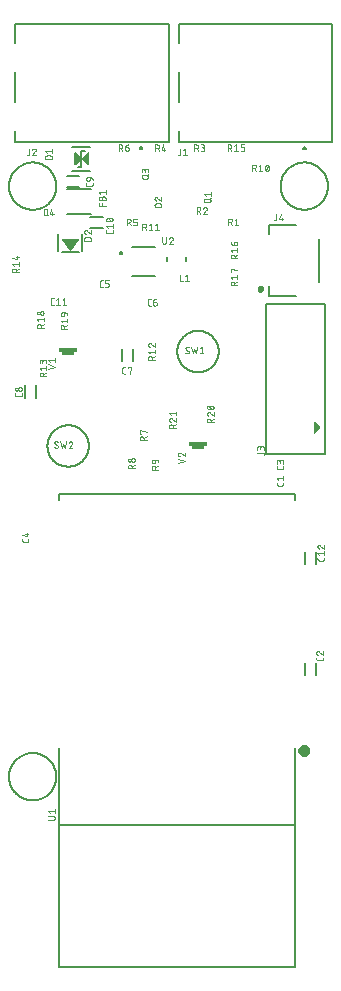
<source format=gbr>
G04 EAGLE Gerber RS-274X export*
G75*
%MOMM*%
%FSLAX34Y34*%
%LPD*%
%INSilkscreen Top*%
%IPPOS*%
%AMOC8*
5,1,8,0,0,1.08239X$1,22.5*%
G01*
%ADD10C,0.152400*%
%ADD11C,0.127000*%
%ADD12C,0.200000*%
%ADD13C,0.050800*%
%ADD14C,0.500000*%
%ADD15C,0.025400*%
%ADD16C,0.300000*%

G36*
X52019Y604372D02*
X52019Y604372D01*
X52061Y604369D01*
X52129Y604388D01*
X52199Y604398D01*
X52236Y604418D01*
X52277Y604429D01*
X52334Y604471D01*
X52396Y604505D01*
X52429Y604540D01*
X52458Y604561D01*
X52482Y604597D01*
X52523Y604642D01*
X59023Y614142D01*
X59036Y614170D01*
X59055Y614194D01*
X59082Y614271D01*
X59115Y614347D01*
X59117Y614377D01*
X59127Y614406D01*
X59125Y614488D01*
X59130Y614570D01*
X59122Y614600D01*
X59121Y614631D01*
X59090Y614707D01*
X59066Y614785D01*
X59048Y614810D01*
X59036Y614838D01*
X58981Y614899D01*
X58932Y614965D01*
X58906Y614981D01*
X58885Y615004D01*
X58812Y615042D01*
X58743Y615086D01*
X58713Y615093D01*
X58685Y615107D01*
X58568Y615124D01*
X58524Y615134D01*
X58513Y615132D01*
X58500Y615134D01*
X45500Y615134D01*
X45470Y615129D01*
X45439Y615131D01*
X45360Y615109D01*
X45279Y615095D01*
X45253Y615079D01*
X45223Y615071D01*
X45157Y615022D01*
X45086Y614980D01*
X45067Y614957D01*
X45042Y614939D01*
X44996Y614870D01*
X44945Y614806D01*
X44935Y614777D01*
X44918Y614752D01*
X44899Y614672D01*
X44873Y614594D01*
X44874Y614563D01*
X44867Y614533D01*
X44877Y614452D01*
X44879Y614369D01*
X44891Y614341D01*
X44895Y614311D01*
X44946Y614204D01*
X44964Y614162D01*
X44971Y614154D01*
X44977Y614142D01*
X51477Y604642D01*
X51526Y604592D01*
X51568Y604535D01*
X51604Y604512D01*
X51634Y604482D01*
X51698Y604452D01*
X51757Y604414D01*
X51799Y604405D01*
X51837Y604387D01*
X51907Y604381D01*
X51976Y604366D01*
X52019Y604372D01*
G37*
G36*
X67042Y677377D02*
X67042Y677377D01*
X67131Y677379D01*
X67153Y677388D01*
X67176Y677391D01*
X67256Y677430D01*
X67338Y677464D01*
X67356Y677480D01*
X67377Y677490D01*
X67438Y677555D01*
X67504Y677615D01*
X67515Y677636D01*
X67531Y677653D01*
X67566Y677735D01*
X67607Y677815D01*
X67610Y677841D01*
X67619Y677860D01*
X67621Y677910D01*
X67634Y678000D01*
X67634Y688000D01*
X67618Y688088D01*
X67609Y688176D01*
X67599Y688197D01*
X67595Y688221D01*
X67549Y688298D01*
X67510Y688377D01*
X67493Y688394D01*
X67480Y688414D01*
X67411Y688470D01*
X67347Y688531D01*
X67325Y688540D01*
X67306Y688555D01*
X67222Y688584D01*
X67140Y688619D01*
X67116Y688620D01*
X67094Y688627D01*
X67005Y688625D01*
X66916Y688629D01*
X66893Y688621D01*
X66869Y688621D01*
X66787Y688587D01*
X66702Y688560D01*
X66681Y688544D01*
X66662Y688536D01*
X66624Y688502D01*
X66552Y688448D01*
X61552Y683448D01*
X61514Y683395D01*
X61503Y683383D01*
X61481Y683404D01*
X61448Y683448D01*
X56448Y688448D01*
X56375Y688499D01*
X56306Y688555D01*
X56284Y688563D01*
X56264Y688577D01*
X56178Y688599D01*
X56094Y688627D01*
X56070Y688627D01*
X56047Y688633D01*
X55958Y688623D01*
X55869Y688621D01*
X55847Y688612D01*
X55824Y688609D01*
X55744Y688570D01*
X55662Y688536D01*
X55644Y688520D01*
X55623Y688510D01*
X55562Y688445D01*
X55496Y688385D01*
X55485Y688364D01*
X55469Y688347D01*
X55434Y688265D01*
X55393Y688185D01*
X55390Y688159D01*
X55381Y688140D01*
X55379Y688090D01*
X55366Y688000D01*
X55366Y678000D01*
X55382Y677912D01*
X55391Y677824D01*
X55401Y677803D01*
X55405Y677779D01*
X55451Y677702D01*
X55490Y677623D01*
X55507Y677606D01*
X55520Y677586D01*
X55589Y677530D01*
X55653Y677469D01*
X55675Y677460D01*
X55694Y677445D01*
X55778Y677416D01*
X55860Y677381D01*
X55884Y677380D01*
X55906Y677373D01*
X55995Y677375D01*
X56084Y677371D01*
X56107Y677379D01*
X56131Y677379D01*
X56213Y677413D01*
X56298Y677440D01*
X56319Y677456D01*
X56338Y677464D01*
X56376Y677498D01*
X56448Y677552D01*
X61448Y682552D01*
X61486Y682606D01*
X61497Y682617D01*
X61519Y682596D01*
X61552Y682552D01*
X66552Y677552D01*
X66625Y677501D01*
X66694Y677445D01*
X66716Y677437D01*
X66736Y677423D01*
X66822Y677401D01*
X66906Y677373D01*
X66930Y677373D01*
X66953Y677368D01*
X67042Y677377D01*
G37*
G36*
X54505Y516994D02*
X54505Y516994D01*
X54510Y516993D01*
X54603Y517014D01*
X54697Y517032D01*
X54701Y517035D01*
X54706Y517036D01*
X54784Y517092D01*
X54862Y517145D01*
X54865Y517149D01*
X54869Y517152D01*
X54920Y517234D01*
X54972Y517313D01*
X54972Y517318D01*
X54975Y517323D01*
X55007Y517500D01*
X55007Y519493D01*
X57000Y519493D01*
X57005Y519494D01*
X57010Y519493D01*
X57103Y519514D01*
X57197Y519532D01*
X57201Y519535D01*
X57206Y519536D01*
X57284Y519592D01*
X57362Y519645D01*
X57365Y519649D01*
X57369Y519652D01*
X57420Y519734D01*
X57472Y519813D01*
X57472Y519818D01*
X57475Y519823D01*
X57507Y520000D01*
X57507Y522500D01*
X57506Y522505D01*
X57507Y522510D01*
X57486Y522603D01*
X57468Y522697D01*
X57465Y522701D01*
X57464Y522706D01*
X57408Y522784D01*
X57355Y522862D01*
X57351Y522865D01*
X57348Y522869D01*
X57266Y522920D01*
X57187Y522972D01*
X57182Y522972D01*
X57177Y522975D01*
X57000Y523007D01*
X43000Y523007D01*
X42995Y523006D01*
X42990Y523007D01*
X42897Y522986D01*
X42804Y522968D01*
X42799Y522965D01*
X42794Y522964D01*
X42716Y522908D01*
X42638Y522855D01*
X42635Y522851D01*
X42631Y522848D01*
X42580Y522766D01*
X42528Y522687D01*
X42528Y522682D01*
X42525Y522677D01*
X42493Y522500D01*
X42493Y520000D01*
X42494Y519995D01*
X42493Y519990D01*
X42514Y519897D01*
X42532Y519804D01*
X42535Y519799D01*
X42536Y519794D01*
X42592Y519716D01*
X42645Y519638D01*
X42649Y519635D01*
X42652Y519631D01*
X42734Y519580D01*
X42813Y519528D01*
X42818Y519528D01*
X42823Y519525D01*
X43000Y519493D01*
X44993Y519493D01*
X44993Y517500D01*
X44994Y517495D01*
X44993Y517490D01*
X45014Y517397D01*
X45032Y517304D01*
X45035Y517299D01*
X45036Y517294D01*
X45092Y517216D01*
X45145Y517138D01*
X45149Y517135D01*
X45152Y517131D01*
X45234Y517080D01*
X45313Y517028D01*
X45318Y517028D01*
X45323Y517025D01*
X45500Y516993D01*
X54500Y516993D01*
X54505Y516994D01*
G37*
G36*
X164505Y436994D02*
X164505Y436994D01*
X164510Y436993D01*
X164603Y437014D01*
X164697Y437032D01*
X164701Y437035D01*
X164706Y437036D01*
X164784Y437092D01*
X164862Y437145D01*
X164865Y437149D01*
X164869Y437152D01*
X164920Y437234D01*
X164972Y437313D01*
X164972Y437318D01*
X164975Y437323D01*
X165007Y437500D01*
X165007Y439493D01*
X167000Y439493D01*
X167005Y439494D01*
X167010Y439493D01*
X167103Y439514D01*
X167197Y439532D01*
X167201Y439535D01*
X167206Y439536D01*
X167284Y439592D01*
X167362Y439645D01*
X167365Y439649D01*
X167369Y439652D01*
X167420Y439734D01*
X167472Y439813D01*
X167472Y439818D01*
X167475Y439823D01*
X167507Y440000D01*
X167507Y442500D01*
X167506Y442505D01*
X167507Y442510D01*
X167486Y442603D01*
X167468Y442697D01*
X167465Y442701D01*
X167464Y442706D01*
X167408Y442784D01*
X167355Y442862D01*
X167351Y442865D01*
X167348Y442869D01*
X167266Y442920D01*
X167187Y442972D01*
X167182Y442972D01*
X167177Y442975D01*
X167000Y443007D01*
X153000Y443007D01*
X152995Y443006D01*
X152990Y443007D01*
X152897Y442986D01*
X152804Y442968D01*
X152799Y442965D01*
X152794Y442964D01*
X152716Y442908D01*
X152638Y442855D01*
X152635Y442851D01*
X152631Y442848D01*
X152580Y442766D01*
X152528Y442687D01*
X152528Y442682D01*
X152525Y442677D01*
X152493Y442500D01*
X152493Y440000D01*
X152494Y439995D01*
X152493Y439990D01*
X152514Y439897D01*
X152532Y439804D01*
X152535Y439799D01*
X152536Y439794D01*
X152592Y439716D01*
X152645Y439638D01*
X152649Y439635D01*
X152652Y439631D01*
X152734Y439580D01*
X152813Y439528D01*
X152818Y439528D01*
X152823Y439525D01*
X153000Y439493D01*
X154993Y439493D01*
X154993Y437500D01*
X154994Y437495D01*
X154993Y437490D01*
X155014Y437397D01*
X155032Y437304D01*
X155035Y437299D01*
X155036Y437294D01*
X155092Y437216D01*
X155145Y437138D01*
X155149Y437135D01*
X155152Y437131D01*
X155234Y437080D01*
X155313Y437028D01*
X155318Y437028D01*
X155323Y437025D01*
X155500Y436993D01*
X164500Y436993D01*
X164505Y436994D01*
G37*
G36*
X259107Y450379D02*
X259107Y450379D01*
X259131Y450379D01*
X259213Y450413D01*
X259298Y450440D01*
X259319Y450456D01*
X259338Y450464D01*
X259376Y450498D01*
X259448Y450552D01*
X263448Y454552D01*
X263473Y454586D01*
X263504Y454615D01*
X263536Y454678D01*
X263577Y454736D01*
X263587Y454777D01*
X263607Y454815D01*
X263620Y454904D01*
X263633Y454953D01*
X263630Y454974D01*
X263634Y455000D01*
X263634Y456000D01*
X263627Y456042D01*
X263629Y456084D01*
X263607Y456151D01*
X263595Y456221D01*
X263573Y456257D01*
X263560Y456298D01*
X263506Y456371D01*
X263480Y456414D01*
X263464Y456427D01*
X263448Y456448D01*
X259448Y460448D01*
X259375Y460499D01*
X259306Y460555D01*
X259284Y460563D01*
X259264Y460577D01*
X259178Y460599D01*
X259094Y460627D01*
X259070Y460627D01*
X259047Y460633D01*
X258958Y460623D01*
X258869Y460621D01*
X258847Y460612D01*
X258824Y460609D01*
X258744Y460570D01*
X258662Y460536D01*
X258644Y460520D01*
X258623Y460510D01*
X258562Y460445D01*
X258496Y460385D01*
X258485Y460364D01*
X258469Y460347D01*
X258434Y460265D01*
X258393Y460185D01*
X258390Y460159D01*
X258381Y460140D01*
X258379Y460090D01*
X258366Y460000D01*
X258366Y451000D01*
X258382Y450912D01*
X258391Y450824D01*
X258401Y450803D01*
X258405Y450779D01*
X258451Y450702D01*
X258490Y450623D01*
X258507Y450606D01*
X258520Y450586D01*
X258589Y450530D01*
X258653Y450469D01*
X258675Y450460D01*
X258694Y450445D01*
X258778Y450416D01*
X258860Y450381D01*
X258884Y450380D01*
X258906Y450373D01*
X258995Y450375D01*
X259084Y450371D01*
X259107Y450379D01*
G37*
D10*
X0Y660000D02*
X6Y660491D01*
X24Y660981D01*
X54Y661471D01*
X96Y661960D01*
X150Y662448D01*
X216Y662935D01*
X294Y663419D01*
X384Y663902D01*
X486Y664382D01*
X599Y664860D01*
X724Y665334D01*
X861Y665806D01*
X1009Y666274D01*
X1169Y666738D01*
X1340Y667198D01*
X1522Y667654D01*
X1716Y668105D01*
X1920Y668551D01*
X2136Y668992D01*
X2362Y669428D01*
X2598Y669858D01*
X2845Y670282D01*
X3103Y670700D01*
X3371Y671111D01*
X3648Y671516D01*
X3936Y671914D01*
X4233Y672305D01*
X4540Y672688D01*
X4856Y673063D01*
X5181Y673431D01*
X5515Y673791D01*
X5858Y674142D01*
X6209Y674485D01*
X6569Y674819D01*
X6937Y675144D01*
X7312Y675460D01*
X7695Y675767D01*
X8086Y676064D01*
X8484Y676352D01*
X8889Y676629D01*
X9300Y676897D01*
X9718Y677155D01*
X10142Y677402D01*
X10572Y677638D01*
X11008Y677864D01*
X11449Y678080D01*
X11895Y678284D01*
X12346Y678478D01*
X12802Y678660D01*
X13262Y678831D01*
X13726Y678991D01*
X14194Y679139D01*
X14666Y679276D01*
X15140Y679401D01*
X15618Y679514D01*
X16098Y679616D01*
X16581Y679706D01*
X17065Y679784D01*
X17552Y679850D01*
X18040Y679904D01*
X18529Y679946D01*
X19019Y679976D01*
X19509Y679994D01*
X20000Y680000D01*
X20491Y679994D01*
X20981Y679976D01*
X21471Y679946D01*
X21960Y679904D01*
X22448Y679850D01*
X22935Y679784D01*
X23419Y679706D01*
X23902Y679616D01*
X24382Y679514D01*
X24860Y679401D01*
X25334Y679276D01*
X25806Y679139D01*
X26274Y678991D01*
X26738Y678831D01*
X27198Y678660D01*
X27654Y678478D01*
X28105Y678284D01*
X28551Y678080D01*
X28992Y677864D01*
X29428Y677638D01*
X29858Y677402D01*
X30282Y677155D01*
X30700Y676897D01*
X31111Y676629D01*
X31516Y676352D01*
X31914Y676064D01*
X32305Y675767D01*
X32688Y675460D01*
X33063Y675144D01*
X33431Y674819D01*
X33791Y674485D01*
X34142Y674142D01*
X34485Y673791D01*
X34819Y673431D01*
X35144Y673063D01*
X35460Y672688D01*
X35767Y672305D01*
X36064Y671914D01*
X36352Y671516D01*
X36629Y671111D01*
X36897Y670700D01*
X37155Y670282D01*
X37402Y669858D01*
X37638Y669428D01*
X37864Y668992D01*
X38080Y668551D01*
X38284Y668105D01*
X38478Y667654D01*
X38660Y667198D01*
X38831Y666738D01*
X38991Y666274D01*
X39139Y665806D01*
X39276Y665334D01*
X39401Y664860D01*
X39514Y664382D01*
X39616Y663902D01*
X39706Y663419D01*
X39784Y662935D01*
X39850Y662448D01*
X39904Y661960D01*
X39946Y661471D01*
X39976Y660981D01*
X39994Y660491D01*
X40000Y660000D01*
X39994Y659509D01*
X39976Y659019D01*
X39946Y658529D01*
X39904Y658040D01*
X39850Y657552D01*
X39784Y657065D01*
X39706Y656581D01*
X39616Y656098D01*
X39514Y655618D01*
X39401Y655140D01*
X39276Y654666D01*
X39139Y654194D01*
X38991Y653726D01*
X38831Y653262D01*
X38660Y652802D01*
X38478Y652346D01*
X38284Y651895D01*
X38080Y651449D01*
X37864Y651008D01*
X37638Y650572D01*
X37402Y650142D01*
X37155Y649718D01*
X36897Y649300D01*
X36629Y648889D01*
X36352Y648484D01*
X36064Y648086D01*
X35767Y647695D01*
X35460Y647312D01*
X35144Y646937D01*
X34819Y646569D01*
X34485Y646209D01*
X34142Y645858D01*
X33791Y645515D01*
X33431Y645181D01*
X33063Y644856D01*
X32688Y644540D01*
X32305Y644233D01*
X31914Y643936D01*
X31516Y643648D01*
X31111Y643371D01*
X30700Y643103D01*
X30282Y642845D01*
X29858Y642598D01*
X29428Y642362D01*
X28992Y642136D01*
X28551Y641920D01*
X28105Y641716D01*
X27654Y641522D01*
X27198Y641340D01*
X26738Y641169D01*
X26274Y641009D01*
X25806Y640861D01*
X25334Y640724D01*
X24860Y640599D01*
X24382Y640486D01*
X23902Y640384D01*
X23419Y640294D01*
X22935Y640216D01*
X22448Y640150D01*
X21960Y640096D01*
X21471Y640054D01*
X20981Y640024D01*
X20491Y640006D01*
X20000Y640000D01*
X19509Y640006D01*
X19019Y640024D01*
X18529Y640054D01*
X18040Y640096D01*
X17552Y640150D01*
X17065Y640216D01*
X16581Y640294D01*
X16098Y640384D01*
X15618Y640486D01*
X15140Y640599D01*
X14666Y640724D01*
X14194Y640861D01*
X13726Y641009D01*
X13262Y641169D01*
X12802Y641340D01*
X12346Y641522D01*
X11895Y641716D01*
X11449Y641920D01*
X11008Y642136D01*
X10572Y642362D01*
X10142Y642598D01*
X9718Y642845D01*
X9300Y643103D01*
X8889Y643371D01*
X8484Y643648D01*
X8086Y643936D01*
X7695Y644233D01*
X7312Y644540D01*
X6937Y644856D01*
X6569Y645181D01*
X6209Y645515D01*
X5858Y645858D01*
X5515Y646209D01*
X5181Y646569D01*
X4856Y646937D01*
X4540Y647312D01*
X4233Y647695D01*
X3936Y648086D01*
X3648Y648484D01*
X3371Y648889D01*
X3103Y649300D01*
X2845Y649718D01*
X2598Y650142D01*
X2362Y650572D01*
X2136Y651008D01*
X1920Y651449D01*
X1716Y651895D01*
X1522Y652346D01*
X1340Y652802D01*
X1169Y653262D01*
X1009Y653726D01*
X861Y654194D01*
X724Y654666D01*
X599Y655140D01*
X486Y655618D01*
X384Y656098D01*
X294Y656581D01*
X216Y657065D01*
X150Y657552D01*
X96Y658040D01*
X54Y658529D01*
X24Y659019D01*
X6Y659509D01*
X0Y660000D01*
X230000Y660000D02*
X230006Y660491D01*
X230024Y660981D01*
X230054Y661471D01*
X230096Y661960D01*
X230150Y662448D01*
X230216Y662935D01*
X230294Y663419D01*
X230384Y663902D01*
X230486Y664382D01*
X230599Y664860D01*
X230724Y665334D01*
X230861Y665806D01*
X231009Y666274D01*
X231169Y666738D01*
X231340Y667198D01*
X231522Y667654D01*
X231716Y668105D01*
X231920Y668551D01*
X232136Y668992D01*
X232362Y669428D01*
X232598Y669858D01*
X232845Y670282D01*
X233103Y670700D01*
X233371Y671111D01*
X233648Y671516D01*
X233936Y671914D01*
X234233Y672305D01*
X234540Y672688D01*
X234856Y673063D01*
X235181Y673431D01*
X235515Y673791D01*
X235858Y674142D01*
X236209Y674485D01*
X236569Y674819D01*
X236937Y675144D01*
X237312Y675460D01*
X237695Y675767D01*
X238086Y676064D01*
X238484Y676352D01*
X238889Y676629D01*
X239300Y676897D01*
X239718Y677155D01*
X240142Y677402D01*
X240572Y677638D01*
X241008Y677864D01*
X241449Y678080D01*
X241895Y678284D01*
X242346Y678478D01*
X242802Y678660D01*
X243262Y678831D01*
X243726Y678991D01*
X244194Y679139D01*
X244666Y679276D01*
X245140Y679401D01*
X245618Y679514D01*
X246098Y679616D01*
X246581Y679706D01*
X247065Y679784D01*
X247552Y679850D01*
X248040Y679904D01*
X248529Y679946D01*
X249019Y679976D01*
X249509Y679994D01*
X250000Y680000D01*
X250491Y679994D01*
X250981Y679976D01*
X251471Y679946D01*
X251960Y679904D01*
X252448Y679850D01*
X252935Y679784D01*
X253419Y679706D01*
X253902Y679616D01*
X254382Y679514D01*
X254860Y679401D01*
X255334Y679276D01*
X255806Y679139D01*
X256274Y678991D01*
X256738Y678831D01*
X257198Y678660D01*
X257654Y678478D01*
X258105Y678284D01*
X258551Y678080D01*
X258992Y677864D01*
X259428Y677638D01*
X259858Y677402D01*
X260282Y677155D01*
X260700Y676897D01*
X261111Y676629D01*
X261516Y676352D01*
X261914Y676064D01*
X262305Y675767D01*
X262688Y675460D01*
X263063Y675144D01*
X263431Y674819D01*
X263791Y674485D01*
X264142Y674142D01*
X264485Y673791D01*
X264819Y673431D01*
X265144Y673063D01*
X265460Y672688D01*
X265767Y672305D01*
X266064Y671914D01*
X266352Y671516D01*
X266629Y671111D01*
X266897Y670700D01*
X267155Y670282D01*
X267402Y669858D01*
X267638Y669428D01*
X267864Y668992D01*
X268080Y668551D01*
X268284Y668105D01*
X268478Y667654D01*
X268660Y667198D01*
X268831Y666738D01*
X268991Y666274D01*
X269139Y665806D01*
X269276Y665334D01*
X269401Y664860D01*
X269514Y664382D01*
X269616Y663902D01*
X269706Y663419D01*
X269784Y662935D01*
X269850Y662448D01*
X269904Y661960D01*
X269946Y661471D01*
X269976Y660981D01*
X269994Y660491D01*
X270000Y660000D01*
X269994Y659509D01*
X269976Y659019D01*
X269946Y658529D01*
X269904Y658040D01*
X269850Y657552D01*
X269784Y657065D01*
X269706Y656581D01*
X269616Y656098D01*
X269514Y655618D01*
X269401Y655140D01*
X269276Y654666D01*
X269139Y654194D01*
X268991Y653726D01*
X268831Y653262D01*
X268660Y652802D01*
X268478Y652346D01*
X268284Y651895D01*
X268080Y651449D01*
X267864Y651008D01*
X267638Y650572D01*
X267402Y650142D01*
X267155Y649718D01*
X266897Y649300D01*
X266629Y648889D01*
X266352Y648484D01*
X266064Y648086D01*
X265767Y647695D01*
X265460Y647312D01*
X265144Y646937D01*
X264819Y646569D01*
X264485Y646209D01*
X264142Y645858D01*
X263791Y645515D01*
X263431Y645181D01*
X263063Y644856D01*
X262688Y644540D01*
X262305Y644233D01*
X261914Y643936D01*
X261516Y643648D01*
X261111Y643371D01*
X260700Y643103D01*
X260282Y642845D01*
X259858Y642598D01*
X259428Y642362D01*
X258992Y642136D01*
X258551Y641920D01*
X258105Y641716D01*
X257654Y641522D01*
X257198Y641340D01*
X256738Y641169D01*
X256274Y641009D01*
X255806Y640861D01*
X255334Y640724D01*
X254860Y640599D01*
X254382Y640486D01*
X253902Y640384D01*
X253419Y640294D01*
X252935Y640216D01*
X252448Y640150D01*
X251960Y640096D01*
X251471Y640054D01*
X250981Y640024D01*
X250491Y640006D01*
X250000Y640000D01*
X249509Y640006D01*
X249019Y640024D01*
X248529Y640054D01*
X248040Y640096D01*
X247552Y640150D01*
X247065Y640216D01*
X246581Y640294D01*
X246098Y640384D01*
X245618Y640486D01*
X245140Y640599D01*
X244666Y640724D01*
X244194Y640861D01*
X243726Y641009D01*
X243262Y641169D01*
X242802Y641340D01*
X242346Y641522D01*
X241895Y641716D01*
X241449Y641920D01*
X241008Y642136D01*
X240572Y642362D01*
X240142Y642598D01*
X239718Y642845D01*
X239300Y643103D01*
X238889Y643371D01*
X238484Y643648D01*
X238086Y643936D01*
X237695Y644233D01*
X237312Y644540D01*
X236937Y644856D01*
X236569Y645181D01*
X236209Y645515D01*
X235858Y645858D01*
X235515Y646209D01*
X235181Y646569D01*
X234856Y646937D01*
X234540Y647312D01*
X234233Y647695D01*
X233936Y648086D01*
X233648Y648484D01*
X233371Y648889D01*
X233103Y649300D01*
X232845Y649718D01*
X232598Y650142D01*
X232362Y650572D01*
X232136Y651008D01*
X231920Y651449D01*
X231716Y651895D01*
X231522Y652346D01*
X231340Y652802D01*
X231169Y653262D01*
X231009Y653726D01*
X230861Y654194D01*
X230724Y654666D01*
X230599Y655140D01*
X230486Y655618D01*
X230384Y656098D01*
X230294Y656581D01*
X230216Y657065D01*
X230150Y657552D01*
X230096Y658040D01*
X230054Y658529D01*
X230024Y659019D01*
X230006Y659509D01*
X230000Y660000D01*
X0Y160000D02*
X6Y160491D01*
X24Y160981D01*
X54Y161471D01*
X96Y161960D01*
X150Y162448D01*
X216Y162935D01*
X294Y163419D01*
X384Y163902D01*
X486Y164382D01*
X599Y164860D01*
X724Y165334D01*
X861Y165806D01*
X1009Y166274D01*
X1169Y166738D01*
X1340Y167198D01*
X1522Y167654D01*
X1716Y168105D01*
X1920Y168551D01*
X2136Y168992D01*
X2362Y169428D01*
X2598Y169858D01*
X2845Y170282D01*
X3103Y170700D01*
X3371Y171111D01*
X3648Y171516D01*
X3936Y171914D01*
X4233Y172305D01*
X4540Y172688D01*
X4856Y173063D01*
X5181Y173431D01*
X5515Y173791D01*
X5858Y174142D01*
X6209Y174485D01*
X6569Y174819D01*
X6937Y175144D01*
X7312Y175460D01*
X7695Y175767D01*
X8086Y176064D01*
X8484Y176352D01*
X8889Y176629D01*
X9300Y176897D01*
X9718Y177155D01*
X10142Y177402D01*
X10572Y177638D01*
X11008Y177864D01*
X11449Y178080D01*
X11895Y178284D01*
X12346Y178478D01*
X12802Y178660D01*
X13262Y178831D01*
X13726Y178991D01*
X14194Y179139D01*
X14666Y179276D01*
X15140Y179401D01*
X15618Y179514D01*
X16098Y179616D01*
X16581Y179706D01*
X17065Y179784D01*
X17552Y179850D01*
X18040Y179904D01*
X18529Y179946D01*
X19019Y179976D01*
X19509Y179994D01*
X20000Y180000D01*
X20491Y179994D01*
X20981Y179976D01*
X21471Y179946D01*
X21960Y179904D01*
X22448Y179850D01*
X22935Y179784D01*
X23419Y179706D01*
X23902Y179616D01*
X24382Y179514D01*
X24860Y179401D01*
X25334Y179276D01*
X25806Y179139D01*
X26274Y178991D01*
X26738Y178831D01*
X27198Y178660D01*
X27654Y178478D01*
X28105Y178284D01*
X28551Y178080D01*
X28992Y177864D01*
X29428Y177638D01*
X29858Y177402D01*
X30282Y177155D01*
X30700Y176897D01*
X31111Y176629D01*
X31516Y176352D01*
X31914Y176064D01*
X32305Y175767D01*
X32688Y175460D01*
X33063Y175144D01*
X33431Y174819D01*
X33791Y174485D01*
X34142Y174142D01*
X34485Y173791D01*
X34819Y173431D01*
X35144Y173063D01*
X35460Y172688D01*
X35767Y172305D01*
X36064Y171914D01*
X36352Y171516D01*
X36629Y171111D01*
X36897Y170700D01*
X37155Y170282D01*
X37402Y169858D01*
X37638Y169428D01*
X37864Y168992D01*
X38080Y168551D01*
X38284Y168105D01*
X38478Y167654D01*
X38660Y167198D01*
X38831Y166738D01*
X38991Y166274D01*
X39139Y165806D01*
X39276Y165334D01*
X39401Y164860D01*
X39514Y164382D01*
X39616Y163902D01*
X39706Y163419D01*
X39784Y162935D01*
X39850Y162448D01*
X39904Y161960D01*
X39946Y161471D01*
X39976Y160981D01*
X39994Y160491D01*
X40000Y160000D01*
X39994Y159509D01*
X39976Y159019D01*
X39946Y158529D01*
X39904Y158040D01*
X39850Y157552D01*
X39784Y157065D01*
X39706Y156581D01*
X39616Y156098D01*
X39514Y155618D01*
X39401Y155140D01*
X39276Y154666D01*
X39139Y154194D01*
X38991Y153726D01*
X38831Y153262D01*
X38660Y152802D01*
X38478Y152346D01*
X38284Y151895D01*
X38080Y151449D01*
X37864Y151008D01*
X37638Y150572D01*
X37402Y150142D01*
X37155Y149718D01*
X36897Y149300D01*
X36629Y148889D01*
X36352Y148484D01*
X36064Y148086D01*
X35767Y147695D01*
X35460Y147312D01*
X35144Y146937D01*
X34819Y146569D01*
X34485Y146209D01*
X34142Y145858D01*
X33791Y145515D01*
X33431Y145181D01*
X33063Y144856D01*
X32688Y144540D01*
X32305Y144233D01*
X31914Y143936D01*
X31516Y143648D01*
X31111Y143371D01*
X30700Y143103D01*
X30282Y142845D01*
X29858Y142598D01*
X29428Y142362D01*
X28992Y142136D01*
X28551Y141920D01*
X28105Y141716D01*
X27654Y141522D01*
X27198Y141340D01*
X26738Y141169D01*
X26274Y141009D01*
X25806Y140861D01*
X25334Y140724D01*
X24860Y140599D01*
X24382Y140486D01*
X23902Y140384D01*
X23419Y140294D01*
X22935Y140216D01*
X22448Y140150D01*
X21960Y140096D01*
X21471Y140054D01*
X20981Y140024D01*
X20491Y140006D01*
X20000Y140000D01*
X19509Y140006D01*
X19019Y140024D01*
X18529Y140054D01*
X18040Y140096D01*
X17552Y140150D01*
X17065Y140216D01*
X16581Y140294D01*
X16098Y140384D01*
X15618Y140486D01*
X15140Y140599D01*
X14666Y140724D01*
X14194Y140861D01*
X13726Y141009D01*
X13262Y141169D01*
X12802Y141340D01*
X12346Y141522D01*
X11895Y141716D01*
X11449Y141920D01*
X11008Y142136D01*
X10572Y142362D01*
X10142Y142598D01*
X9718Y142845D01*
X9300Y143103D01*
X8889Y143371D01*
X8484Y143648D01*
X8086Y143936D01*
X7695Y144233D01*
X7312Y144540D01*
X6937Y144856D01*
X6569Y145181D01*
X6209Y145515D01*
X5858Y145858D01*
X5515Y146209D01*
X5181Y146569D01*
X4856Y146937D01*
X4540Y147312D01*
X4233Y147695D01*
X3936Y148086D01*
X3648Y148484D01*
X3371Y148889D01*
X3103Y149300D01*
X2845Y149718D01*
X2598Y150142D01*
X2362Y150572D01*
X2136Y151008D01*
X1920Y151449D01*
X1716Y151895D01*
X1522Y152346D01*
X1340Y152802D01*
X1169Y153262D01*
X1009Y153726D01*
X861Y154194D01*
X724Y154666D01*
X599Y155140D01*
X486Y155618D01*
X384Y156098D01*
X294Y156581D01*
X216Y157065D01*
X150Y157552D01*
X96Y158040D01*
X54Y158529D01*
X24Y159019D01*
X6Y159509D01*
X0Y160000D01*
D11*
X143700Y797000D02*
X273700Y797000D01*
X273700Y697000D02*
X143700Y697000D01*
X273700Y697000D02*
X273700Y797000D01*
X143700Y706800D02*
X143700Y697000D01*
X143700Y731200D02*
X143700Y756800D01*
X143700Y781200D02*
X143700Y797000D01*
D12*
X249200Y692000D02*
X249202Y692063D01*
X249208Y692125D01*
X249218Y692187D01*
X249231Y692249D01*
X249249Y692309D01*
X249270Y692368D01*
X249295Y692426D01*
X249324Y692482D01*
X249356Y692536D01*
X249391Y692588D01*
X249429Y692637D01*
X249471Y692685D01*
X249515Y692729D01*
X249563Y692771D01*
X249612Y692809D01*
X249664Y692844D01*
X249718Y692876D01*
X249774Y692905D01*
X249832Y692930D01*
X249891Y692951D01*
X249951Y692969D01*
X250013Y692982D01*
X250075Y692992D01*
X250137Y692998D01*
X250200Y693000D01*
X250263Y692998D01*
X250325Y692992D01*
X250387Y692982D01*
X250449Y692969D01*
X250509Y692951D01*
X250568Y692930D01*
X250626Y692905D01*
X250682Y692876D01*
X250736Y692844D01*
X250788Y692809D01*
X250837Y692771D01*
X250885Y692729D01*
X250929Y692685D01*
X250971Y692637D01*
X251009Y692588D01*
X251044Y692536D01*
X251076Y692482D01*
X251105Y692426D01*
X251130Y692368D01*
X251151Y692309D01*
X251169Y692249D01*
X251182Y692187D01*
X251192Y692125D01*
X251198Y692063D01*
X251200Y692000D01*
X251198Y691937D01*
X251192Y691875D01*
X251182Y691813D01*
X251169Y691751D01*
X251151Y691691D01*
X251130Y691632D01*
X251105Y691574D01*
X251076Y691518D01*
X251044Y691464D01*
X251009Y691412D01*
X250971Y691363D01*
X250929Y691315D01*
X250885Y691271D01*
X250837Y691229D01*
X250788Y691191D01*
X250736Y691156D01*
X250682Y691124D01*
X250626Y691095D01*
X250568Y691070D01*
X250509Y691049D01*
X250449Y691031D01*
X250387Y691018D01*
X250325Y691008D01*
X250263Y691002D01*
X250200Y691000D01*
X250137Y691002D01*
X250075Y691008D01*
X250013Y691018D01*
X249951Y691031D01*
X249891Y691049D01*
X249832Y691070D01*
X249774Y691095D01*
X249718Y691124D01*
X249664Y691156D01*
X249612Y691191D01*
X249563Y691229D01*
X249515Y691271D01*
X249471Y691315D01*
X249429Y691363D01*
X249391Y691412D01*
X249356Y691464D01*
X249324Y691518D01*
X249295Y691574D01*
X249270Y691632D01*
X249249Y691691D01*
X249231Y691751D01*
X249218Y691813D01*
X249208Y691875D01*
X249202Y691937D01*
X249200Y692000D01*
D13*
X145100Y691746D02*
X145100Y687400D01*
X145098Y687330D01*
X145092Y687261D01*
X145082Y687192D01*
X145069Y687124D01*
X145051Y687056D01*
X145030Y686990D01*
X145005Y686925D01*
X144977Y686861D01*
X144945Y686799D01*
X144910Y686739D01*
X144871Y686681D01*
X144829Y686626D01*
X144784Y686572D01*
X144736Y686522D01*
X144686Y686474D01*
X144632Y686429D01*
X144577Y686387D01*
X144519Y686348D01*
X144459Y686313D01*
X144397Y686281D01*
X144333Y686253D01*
X144268Y686228D01*
X144202Y686207D01*
X144134Y686189D01*
X144066Y686176D01*
X143997Y686166D01*
X143928Y686160D01*
X143858Y686158D01*
X143237Y686158D01*
X147642Y690504D02*
X149194Y691746D01*
X149194Y686158D01*
X147642Y686158D02*
X150746Y686158D01*
D11*
X135100Y797000D02*
X5100Y797000D01*
X5100Y697000D02*
X135100Y697000D01*
X135100Y797000D01*
X5100Y706800D02*
X5100Y697000D01*
X5100Y731200D02*
X5100Y756800D01*
X5100Y781200D02*
X5100Y797000D01*
D12*
X110600Y692000D02*
X110602Y692063D01*
X110608Y692125D01*
X110618Y692187D01*
X110631Y692249D01*
X110649Y692309D01*
X110670Y692368D01*
X110695Y692426D01*
X110724Y692482D01*
X110756Y692536D01*
X110791Y692588D01*
X110829Y692637D01*
X110871Y692685D01*
X110915Y692729D01*
X110963Y692771D01*
X111012Y692809D01*
X111064Y692844D01*
X111118Y692876D01*
X111174Y692905D01*
X111232Y692930D01*
X111291Y692951D01*
X111351Y692969D01*
X111413Y692982D01*
X111475Y692992D01*
X111537Y692998D01*
X111600Y693000D01*
X111663Y692998D01*
X111725Y692992D01*
X111787Y692982D01*
X111849Y692969D01*
X111909Y692951D01*
X111968Y692930D01*
X112026Y692905D01*
X112082Y692876D01*
X112136Y692844D01*
X112188Y692809D01*
X112237Y692771D01*
X112285Y692729D01*
X112329Y692685D01*
X112371Y692637D01*
X112409Y692588D01*
X112444Y692536D01*
X112476Y692482D01*
X112505Y692426D01*
X112530Y692368D01*
X112551Y692309D01*
X112569Y692249D01*
X112582Y692187D01*
X112592Y692125D01*
X112598Y692063D01*
X112600Y692000D01*
X112598Y691937D01*
X112592Y691875D01*
X112582Y691813D01*
X112569Y691751D01*
X112551Y691691D01*
X112530Y691632D01*
X112505Y691574D01*
X112476Y691518D01*
X112444Y691464D01*
X112409Y691412D01*
X112371Y691363D01*
X112329Y691315D01*
X112285Y691271D01*
X112237Y691229D01*
X112188Y691191D01*
X112136Y691156D01*
X112082Y691124D01*
X112026Y691095D01*
X111968Y691070D01*
X111909Y691049D01*
X111849Y691031D01*
X111787Y691018D01*
X111725Y691008D01*
X111663Y691002D01*
X111600Y691000D01*
X111537Y691002D01*
X111475Y691008D01*
X111413Y691018D01*
X111351Y691031D01*
X111291Y691049D01*
X111232Y691070D01*
X111174Y691095D01*
X111118Y691124D01*
X111064Y691156D01*
X111012Y691191D01*
X110963Y691229D01*
X110915Y691271D01*
X110871Y691315D01*
X110829Y691363D01*
X110791Y691412D01*
X110756Y691464D01*
X110724Y691518D01*
X110695Y691574D01*
X110670Y691632D01*
X110649Y691691D01*
X110631Y691751D01*
X110618Y691813D01*
X110608Y691875D01*
X110602Y691937D01*
X110600Y692000D01*
D13*
X17100Y691746D02*
X17100Y687400D01*
X17098Y687330D01*
X17092Y687261D01*
X17082Y687192D01*
X17069Y687124D01*
X17051Y687056D01*
X17030Y686990D01*
X17005Y686925D01*
X16977Y686861D01*
X16945Y686799D01*
X16910Y686739D01*
X16871Y686681D01*
X16829Y686626D01*
X16784Y686572D01*
X16736Y686522D01*
X16686Y686474D01*
X16632Y686429D01*
X16577Y686387D01*
X16519Y686348D01*
X16459Y686313D01*
X16397Y686281D01*
X16333Y686253D01*
X16268Y686228D01*
X16202Y686207D01*
X16134Y686189D01*
X16066Y686176D01*
X15997Y686166D01*
X15928Y686160D01*
X15858Y686158D01*
X15237Y686158D01*
X21349Y691746D02*
X21422Y691744D01*
X21495Y691738D01*
X21568Y691729D01*
X21639Y691715D01*
X21711Y691698D01*
X21781Y691678D01*
X21850Y691653D01*
X21917Y691625D01*
X21983Y691594D01*
X22048Y691559D01*
X22110Y691521D01*
X22170Y691479D01*
X22228Y691435D01*
X22284Y691387D01*
X22337Y691337D01*
X22387Y691284D01*
X22435Y691228D01*
X22479Y691170D01*
X22521Y691110D01*
X22559Y691048D01*
X22594Y690983D01*
X22625Y690917D01*
X22653Y690850D01*
X22678Y690781D01*
X22698Y690711D01*
X22715Y690639D01*
X22729Y690568D01*
X22738Y690495D01*
X22744Y690422D01*
X22746Y690349D01*
X21349Y691746D02*
X21265Y691744D01*
X21182Y691738D01*
X21099Y691729D01*
X21017Y691715D01*
X20935Y691698D01*
X20854Y691676D01*
X20774Y691651D01*
X20696Y691623D01*
X20618Y691591D01*
X20543Y691555D01*
X20469Y691516D01*
X20397Y691473D01*
X20327Y691427D01*
X20260Y691378D01*
X20194Y691325D01*
X20132Y691270D01*
X20072Y691212D01*
X20014Y691151D01*
X19960Y691088D01*
X19908Y691022D01*
X19860Y690954D01*
X19815Y690883D01*
X19773Y690811D01*
X19735Y690736D01*
X19700Y690660D01*
X19669Y690583D01*
X19641Y690504D01*
X22280Y689263D02*
X22334Y689316D01*
X22385Y689373D01*
X22433Y689432D01*
X22478Y689493D01*
X22519Y689556D01*
X22558Y689622D01*
X22593Y689689D01*
X22625Y689758D01*
X22653Y689829D01*
X22677Y689900D01*
X22698Y689973D01*
X22715Y690047D01*
X22729Y690122D01*
X22738Y690197D01*
X22744Y690273D01*
X22746Y690349D01*
X22280Y689262D02*
X19642Y686158D01*
X22746Y686158D01*
D11*
X42500Y-900D02*
X242500Y-900D01*
X242500Y399100D02*
X42500Y399100D01*
X42500Y119100D02*
X242500Y119100D01*
X242500Y-900D01*
X42500Y-900D02*
X42500Y119100D01*
X242500Y119100D02*
X242500Y184100D01*
X42500Y184100D02*
X42500Y119100D01*
X242500Y394100D02*
X242500Y399100D01*
X42500Y399100D02*
X42500Y394100D01*
D14*
X247500Y181600D02*
X247502Y181699D01*
X247508Y181799D01*
X247518Y181898D01*
X247532Y181996D01*
X247549Y182094D01*
X247571Y182191D01*
X247596Y182287D01*
X247625Y182382D01*
X247658Y182476D01*
X247695Y182568D01*
X247735Y182659D01*
X247779Y182748D01*
X247827Y182836D01*
X247878Y182921D01*
X247932Y183004D01*
X247989Y183086D01*
X248050Y183164D01*
X248114Y183241D01*
X248180Y183314D01*
X248250Y183385D01*
X248322Y183453D01*
X248397Y183519D01*
X248475Y183581D01*
X248555Y183640D01*
X248637Y183696D01*
X248721Y183748D01*
X248808Y183797D01*
X248896Y183843D01*
X248986Y183885D01*
X249078Y183924D01*
X249171Y183959D01*
X249265Y183990D01*
X249361Y184017D01*
X249458Y184040D01*
X249555Y184060D01*
X249653Y184076D01*
X249752Y184088D01*
X249851Y184096D01*
X249950Y184100D01*
X250050Y184100D01*
X250149Y184096D01*
X250248Y184088D01*
X250347Y184076D01*
X250445Y184060D01*
X250542Y184040D01*
X250639Y184017D01*
X250735Y183990D01*
X250829Y183959D01*
X250922Y183924D01*
X251014Y183885D01*
X251104Y183843D01*
X251192Y183797D01*
X251279Y183748D01*
X251363Y183696D01*
X251445Y183640D01*
X251525Y183581D01*
X251603Y183519D01*
X251678Y183453D01*
X251750Y183385D01*
X251820Y183314D01*
X251886Y183241D01*
X251950Y183164D01*
X252011Y183086D01*
X252068Y183004D01*
X252122Y182921D01*
X252173Y182836D01*
X252221Y182748D01*
X252265Y182659D01*
X252305Y182568D01*
X252342Y182476D01*
X252375Y182382D01*
X252404Y182287D01*
X252429Y182191D01*
X252451Y182094D01*
X252468Y181996D01*
X252482Y181898D01*
X252492Y181799D01*
X252498Y181699D01*
X252500Y181600D01*
X252498Y181501D01*
X252492Y181401D01*
X252482Y181302D01*
X252468Y181204D01*
X252451Y181106D01*
X252429Y181009D01*
X252404Y180913D01*
X252375Y180818D01*
X252342Y180724D01*
X252305Y180632D01*
X252265Y180541D01*
X252221Y180452D01*
X252173Y180364D01*
X252122Y180279D01*
X252068Y180196D01*
X252011Y180114D01*
X251950Y180036D01*
X251886Y179959D01*
X251820Y179886D01*
X251750Y179815D01*
X251678Y179747D01*
X251603Y179681D01*
X251525Y179619D01*
X251445Y179560D01*
X251363Y179504D01*
X251279Y179452D01*
X251192Y179403D01*
X251104Y179357D01*
X251014Y179315D01*
X250922Y179276D01*
X250829Y179241D01*
X250735Y179210D01*
X250639Y179183D01*
X250542Y179160D01*
X250445Y179140D01*
X250347Y179124D01*
X250248Y179112D01*
X250149Y179104D01*
X250050Y179100D01*
X249950Y179100D01*
X249851Y179104D01*
X249752Y179112D01*
X249653Y179124D01*
X249555Y179140D01*
X249458Y179160D01*
X249361Y179183D01*
X249265Y179210D01*
X249171Y179241D01*
X249078Y179276D01*
X248986Y179315D01*
X248896Y179357D01*
X248808Y179403D01*
X248721Y179452D01*
X248637Y179504D01*
X248555Y179560D01*
X248475Y179619D01*
X248397Y179681D01*
X248322Y179747D01*
X248250Y179815D01*
X248180Y179886D01*
X248114Y179959D01*
X248050Y180036D01*
X247989Y180114D01*
X247932Y180196D01*
X247878Y180279D01*
X247827Y180364D01*
X247779Y180452D01*
X247735Y180541D01*
X247695Y180632D01*
X247658Y180724D01*
X247625Y180818D01*
X247596Y180913D01*
X247571Y181009D01*
X247549Y181106D01*
X247532Y181204D01*
X247518Y181302D01*
X247508Y181401D01*
X247502Y181501D01*
X247500Y181600D01*
D13*
X37190Y123472D02*
X33154Y123472D01*
X37190Y123473D02*
X37267Y123475D01*
X37345Y123481D01*
X37421Y123490D01*
X37498Y123504D01*
X37573Y123521D01*
X37647Y123542D01*
X37721Y123567D01*
X37793Y123595D01*
X37863Y123627D01*
X37932Y123662D01*
X37999Y123701D01*
X38064Y123743D01*
X38127Y123788D01*
X38188Y123836D01*
X38246Y123887D01*
X38301Y123941D01*
X38354Y123998D01*
X38403Y124057D01*
X38450Y124119D01*
X38494Y124183D01*
X38534Y124249D01*
X38571Y124317D01*
X38605Y124387D01*
X38635Y124458D01*
X38661Y124531D01*
X38684Y124605D01*
X38703Y124680D01*
X38718Y124755D01*
X38730Y124832D01*
X38738Y124909D01*
X38742Y124986D01*
X38742Y125064D01*
X38738Y125141D01*
X38730Y125218D01*
X38718Y125295D01*
X38703Y125370D01*
X38684Y125445D01*
X38661Y125519D01*
X38635Y125592D01*
X38605Y125663D01*
X38571Y125733D01*
X38534Y125801D01*
X38494Y125867D01*
X38450Y125931D01*
X38403Y125993D01*
X38354Y126052D01*
X38301Y126109D01*
X38246Y126163D01*
X38188Y126214D01*
X38127Y126262D01*
X38064Y126307D01*
X37999Y126349D01*
X37932Y126388D01*
X37863Y126423D01*
X37793Y126455D01*
X37721Y126483D01*
X37647Y126508D01*
X37573Y126529D01*
X37498Y126546D01*
X37421Y126560D01*
X37345Y126569D01*
X37267Y126575D01*
X37190Y126577D01*
X33154Y126577D01*
X34396Y129142D02*
X33154Y130694D01*
X38742Y130694D01*
X38742Y129142D02*
X38742Y132246D01*
D11*
X217300Y433500D02*
X267400Y433500D01*
X267400Y560500D01*
X217300Y560500D01*
X217300Y433500D01*
D13*
X214504Y434117D02*
X210158Y434117D01*
X214504Y434117D02*
X214574Y434115D01*
X214643Y434109D01*
X214712Y434099D01*
X214780Y434086D01*
X214848Y434068D01*
X214914Y434047D01*
X214979Y434022D01*
X215043Y433994D01*
X215105Y433962D01*
X215165Y433927D01*
X215223Y433888D01*
X215278Y433846D01*
X215332Y433801D01*
X215382Y433753D01*
X215430Y433703D01*
X215475Y433649D01*
X215517Y433594D01*
X215556Y433536D01*
X215591Y433476D01*
X215623Y433414D01*
X215651Y433350D01*
X215676Y433285D01*
X215697Y433219D01*
X215715Y433151D01*
X215728Y433083D01*
X215738Y433014D01*
X215744Y432945D01*
X215746Y432875D01*
X215746Y432254D01*
X215746Y436659D02*
X215746Y438211D01*
X215744Y438288D01*
X215738Y438366D01*
X215729Y438442D01*
X215715Y438519D01*
X215698Y438594D01*
X215677Y438668D01*
X215652Y438742D01*
X215624Y438814D01*
X215592Y438884D01*
X215557Y438953D01*
X215518Y439020D01*
X215476Y439085D01*
X215431Y439148D01*
X215383Y439209D01*
X215332Y439267D01*
X215278Y439322D01*
X215221Y439375D01*
X215162Y439424D01*
X215100Y439471D01*
X215036Y439515D01*
X214970Y439555D01*
X214902Y439592D01*
X214832Y439626D01*
X214761Y439656D01*
X214688Y439682D01*
X214614Y439705D01*
X214539Y439724D01*
X214464Y439739D01*
X214387Y439751D01*
X214310Y439759D01*
X214233Y439763D01*
X214155Y439763D01*
X214078Y439759D01*
X214001Y439751D01*
X213924Y439739D01*
X213849Y439724D01*
X213774Y439705D01*
X213700Y439682D01*
X213627Y439656D01*
X213556Y439626D01*
X213486Y439592D01*
X213418Y439555D01*
X213352Y439515D01*
X213288Y439471D01*
X213226Y439424D01*
X213167Y439375D01*
X213110Y439322D01*
X213056Y439267D01*
X213005Y439209D01*
X212957Y439148D01*
X212912Y439085D01*
X212870Y439020D01*
X212831Y438953D01*
X212796Y438884D01*
X212764Y438814D01*
X212736Y438742D01*
X212711Y438668D01*
X212690Y438594D01*
X212673Y438519D01*
X212659Y438442D01*
X212650Y438366D01*
X212644Y438288D01*
X212642Y438211D01*
X210158Y438521D02*
X210158Y436659D01*
X210158Y438521D02*
X210160Y438591D01*
X210166Y438660D01*
X210176Y438729D01*
X210189Y438797D01*
X210207Y438865D01*
X210228Y438931D01*
X210253Y438996D01*
X210281Y439060D01*
X210313Y439122D01*
X210348Y439182D01*
X210387Y439240D01*
X210429Y439295D01*
X210474Y439349D01*
X210522Y439399D01*
X210572Y439447D01*
X210626Y439492D01*
X210681Y439534D01*
X210739Y439573D01*
X210799Y439608D01*
X210861Y439640D01*
X210925Y439668D01*
X210990Y439693D01*
X211056Y439714D01*
X211124Y439732D01*
X211192Y439745D01*
X211261Y439755D01*
X211330Y439761D01*
X211400Y439763D01*
X211470Y439761D01*
X211539Y439755D01*
X211608Y439745D01*
X211676Y439732D01*
X211744Y439714D01*
X211810Y439693D01*
X211875Y439668D01*
X211939Y439640D01*
X212001Y439608D01*
X212061Y439573D01*
X212119Y439534D01*
X212174Y439492D01*
X212228Y439447D01*
X212278Y439399D01*
X212326Y439349D01*
X212371Y439295D01*
X212413Y439240D01*
X212452Y439182D01*
X212487Y439122D01*
X212519Y439060D01*
X212547Y438996D01*
X212572Y438931D01*
X212593Y438865D01*
X212611Y438797D01*
X212624Y438729D01*
X212634Y438660D01*
X212640Y438591D01*
X212642Y438521D01*
X212642Y437280D01*
X169194Y646254D02*
X166710Y646254D01*
X166633Y646256D01*
X166555Y646262D01*
X166479Y646271D01*
X166402Y646285D01*
X166327Y646302D01*
X166253Y646323D01*
X166179Y646348D01*
X166107Y646376D01*
X166037Y646408D01*
X165968Y646443D01*
X165901Y646482D01*
X165836Y646524D01*
X165773Y646569D01*
X165712Y646617D01*
X165654Y646668D01*
X165599Y646722D01*
X165546Y646779D01*
X165497Y646838D01*
X165450Y646900D01*
X165406Y646964D01*
X165366Y647030D01*
X165329Y647098D01*
X165295Y647168D01*
X165265Y647239D01*
X165239Y647312D01*
X165216Y647386D01*
X165197Y647461D01*
X165182Y647536D01*
X165170Y647613D01*
X165162Y647690D01*
X165158Y647767D01*
X165158Y647845D01*
X165162Y647922D01*
X165170Y647999D01*
X165182Y648076D01*
X165197Y648151D01*
X165216Y648226D01*
X165239Y648300D01*
X165265Y648373D01*
X165295Y648444D01*
X165329Y648514D01*
X165366Y648582D01*
X165406Y648648D01*
X165450Y648712D01*
X165497Y648774D01*
X165546Y648833D01*
X165599Y648890D01*
X165654Y648944D01*
X165712Y648995D01*
X165773Y649043D01*
X165836Y649088D01*
X165901Y649130D01*
X165968Y649169D01*
X166037Y649204D01*
X166107Y649236D01*
X166179Y649264D01*
X166253Y649289D01*
X166327Y649310D01*
X166402Y649327D01*
X166479Y649341D01*
X166555Y649350D01*
X166633Y649356D01*
X166710Y649358D01*
X169194Y649358D01*
X169271Y649356D01*
X169349Y649350D01*
X169425Y649341D01*
X169502Y649327D01*
X169577Y649310D01*
X169651Y649289D01*
X169725Y649264D01*
X169797Y649236D01*
X169867Y649204D01*
X169936Y649169D01*
X170003Y649130D01*
X170068Y649088D01*
X170131Y649043D01*
X170192Y648995D01*
X170250Y648944D01*
X170305Y648890D01*
X170358Y648833D01*
X170407Y648774D01*
X170454Y648712D01*
X170498Y648648D01*
X170538Y648582D01*
X170575Y648514D01*
X170609Y648444D01*
X170639Y648373D01*
X170665Y648300D01*
X170688Y648226D01*
X170707Y648151D01*
X170722Y648076D01*
X170734Y647999D01*
X170742Y647922D01*
X170746Y647845D01*
X170746Y647767D01*
X170742Y647690D01*
X170734Y647613D01*
X170722Y647536D01*
X170707Y647461D01*
X170688Y647386D01*
X170665Y647312D01*
X170639Y647239D01*
X170609Y647168D01*
X170575Y647098D01*
X170538Y647030D01*
X170498Y646964D01*
X170454Y646900D01*
X170407Y646838D01*
X170358Y646779D01*
X170305Y646722D01*
X170250Y646668D01*
X170192Y646617D01*
X170131Y646569D01*
X170068Y646524D01*
X170003Y646482D01*
X169936Y646443D01*
X169867Y646408D01*
X169797Y646376D01*
X169725Y646348D01*
X169651Y646323D01*
X169577Y646302D01*
X169502Y646285D01*
X169425Y646271D01*
X169349Y646262D01*
X169271Y646256D01*
X169194Y646254D01*
X169504Y648738D02*
X170746Y649979D01*
X166400Y651596D02*
X165158Y653149D01*
X170746Y653149D01*
X170746Y654701D02*
X170746Y651596D01*
X127194Y642254D02*
X124710Y642254D01*
X124633Y642256D01*
X124555Y642262D01*
X124479Y642271D01*
X124402Y642285D01*
X124327Y642302D01*
X124253Y642323D01*
X124179Y642348D01*
X124107Y642376D01*
X124037Y642408D01*
X123968Y642443D01*
X123901Y642482D01*
X123836Y642524D01*
X123773Y642569D01*
X123712Y642617D01*
X123654Y642668D01*
X123599Y642722D01*
X123546Y642779D01*
X123497Y642838D01*
X123450Y642900D01*
X123406Y642964D01*
X123366Y643030D01*
X123329Y643098D01*
X123295Y643168D01*
X123265Y643239D01*
X123239Y643312D01*
X123216Y643386D01*
X123197Y643461D01*
X123182Y643536D01*
X123170Y643613D01*
X123162Y643690D01*
X123158Y643767D01*
X123158Y643845D01*
X123162Y643922D01*
X123170Y643999D01*
X123182Y644076D01*
X123197Y644151D01*
X123216Y644226D01*
X123239Y644300D01*
X123265Y644373D01*
X123295Y644444D01*
X123329Y644514D01*
X123366Y644582D01*
X123406Y644648D01*
X123450Y644712D01*
X123497Y644774D01*
X123546Y644833D01*
X123599Y644890D01*
X123654Y644944D01*
X123712Y644995D01*
X123773Y645043D01*
X123836Y645088D01*
X123901Y645130D01*
X123968Y645169D01*
X124037Y645204D01*
X124107Y645236D01*
X124179Y645264D01*
X124253Y645289D01*
X124327Y645310D01*
X124402Y645327D01*
X124479Y645341D01*
X124555Y645350D01*
X124633Y645356D01*
X124710Y645358D01*
X127194Y645358D01*
X127271Y645356D01*
X127349Y645350D01*
X127425Y645341D01*
X127502Y645327D01*
X127577Y645310D01*
X127651Y645289D01*
X127725Y645264D01*
X127797Y645236D01*
X127867Y645204D01*
X127936Y645169D01*
X128003Y645130D01*
X128068Y645088D01*
X128131Y645043D01*
X128192Y644995D01*
X128250Y644944D01*
X128305Y644890D01*
X128358Y644833D01*
X128407Y644774D01*
X128454Y644712D01*
X128498Y644648D01*
X128538Y644582D01*
X128575Y644514D01*
X128609Y644444D01*
X128639Y644373D01*
X128665Y644300D01*
X128688Y644226D01*
X128707Y644151D01*
X128722Y644076D01*
X128734Y643999D01*
X128742Y643922D01*
X128746Y643845D01*
X128746Y643767D01*
X128742Y643690D01*
X128734Y643613D01*
X128722Y643536D01*
X128707Y643461D01*
X128688Y643386D01*
X128665Y643312D01*
X128639Y643239D01*
X128609Y643168D01*
X128575Y643098D01*
X128538Y643030D01*
X128498Y642964D01*
X128454Y642900D01*
X128407Y642838D01*
X128358Y642779D01*
X128305Y642722D01*
X128250Y642668D01*
X128192Y642617D01*
X128131Y642569D01*
X128068Y642524D01*
X128003Y642482D01*
X127936Y642443D01*
X127867Y642408D01*
X127797Y642376D01*
X127725Y642348D01*
X127651Y642323D01*
X127577Y642302D01*
X127502Y642285D01*
X127425Y642271D01*
X127349Y642262D01*
X127271Y642256D01*
X127194Y642254D01*
X127504Y644738D02*
X128746Y645979D01*
X124555Y650701D02*
X124482Y650699D01*
X124409Y650693D01*
X124336Y650684D01*
X124265Y650670D01*
X124193Y650653D01*
X124123Y650633D01*
X124054Y650608D01*
X123987Y650580D01*
X123921Y650549D01*
X123857Y650514D01*
X123794Y650476D01*
X123734Y650434D01*
X123676Y650390D01*
X123620Y650342D01*
X123567Y650292D01*
X123517Y650239D01*
X123469Y650183D01*
X123425Y650125D01*
X123383Y650065D01*
X123345Y650003D01*
X123310Y649938D01*
X123279Y649872D01*
X123251Y649805D01*
X123226Y649736D01*
X123206Y649666D01*
X123189Y649594D01*
X123175Y649523D01*
X123166Y649450D01*
X123160Y649377D01*
X123158Y649304D01*
X123160Y649220D01*
X123166Y649137D01*
X123175Y649054D01*
X123189Y648971D01*
X123206Y648890D01*
X123228Y648809D01*
X123253Y648729D01*
X123281Y648651D01*
X123313Y648573D01*
X123349Y648498D01*
X123388Y648424D01*
X123431Y648352D01*
X123477Y648282D01*
X123526Y648215D01*
X123579Y648149D01*
X123634Y648087D01*
X123692Y648027D01*
X123753Y647969D01*
X123816Y647915D01*
X123882Y647863D01*
X123950Y647815D01*
X124021Y647770D01*
X124093Y647728D01*
X124168Y647690D01*
X124244Y647655D01*
X124321Y647624D01*
X124400Y647596D01*
X125641Y650234D02*
X125588Y650288D01*
X125531Y650339D01*
X125472Y650387D01*
X125411Y650432D01*
X125348Y650473D01*
X125282Y650512D01*
X125215Y650547D01*
X125146Y650579D01*
X125075Y650607D01*
X125004Y650631D01*
X124931Y650652D01*
X124857Y650669D01*
X124782Y650683D01*
X124707Y650692D01*
X124631Y650698D01*
X124555Y650700D01*
X125642Y650235D02*
X128746Y647596D01*
X128746Y650701D01*
X232192Y408887D02*
X232192Y407645D01*
X232190Y407575D01*
X232184Y407506D01*
X232174Y407437D01*
X232161Y407369D01*
X232143Y407301D01*
X232122Y407235D01*
X232097Y407170D01*
X232069Y407106D01*
X232037Y407044D01*
X232002Y406984D01*
X231963Y406926D01*
X231921Y406871D01*
X231876Y406817D01*
X231828Y406767D01*
X231778Y406719D01*
X231724Y406674D01*
X231669Y406632D01*
X231611Y406593D01*
X231551Y406558D01*
X231489Y406526D01*
X231425Y406498D01*
X231360Y406473D01*
X231294Y406452D01*
X231226Y406434D01*
X231158Y406421D01*
X231089Y406411D01*
X231020Y406405D01*
X230950Y406403D01*
X227846Y406403D01*
X227776Y406405D01*
X227707Y406411D01*
X227638Y406421D01*
X227570Y406434D01*
X227502Y406452D01*
X227436Y406473D01*
X227371Y406498D01*
X227307Y406526D01*
X227245Y406558D01*
X227185Y406593D01*
X227127Y406632D01*
X227072Y406674D01*
X227018Y406719D01*
X226968Y406767D01*
X226920Y406817D01*
X226875Y406871D01*
X226833Y406926D01*
X226794Y406984D01*
X226759Y407044D01*
X226727Y407106D01*
X226699Y407170D01*
X226674Y407235D01*
X226653Y407301D01*
X226635Y407369D01*
X226622Y407437D01*
X226612Y407506D01*
X226606Y407575D01*
X226604Y407645D01*
X226604Y408887D01*
X227846Y410992D02*
X226604Y412544D01*
X232192Y412544D01*
X232192Y410992D02*
X232192Y414096D01*
X232192Y421645D02*
X232192Y422887D01*
X232192Y421645D02*
X232190Y421575D01*
X232184Y421506D01*
X232174Y421437D01*
X232161Y421369D01*
X232143Y421301D01*
X232122Y421235D01*
X232097Y421170D01*
X232069Y421106D01*
X232037Y421044D01*
X232002Y420984D01*
X231963Y420926D01*
X231921Y420871D01*
X231876Y420817D01*
X231828Y420767D01*
X231778Y420719D01*
X231724Y420674D01*
X231669Y420632D01*
X231611Y420593D01*
X231551Y420558D01*
X231489Y420526D01*
X231425Y420498D01*
X231360Y420473D01*
X231294Y420452D01*
X231226Y420434D01*
X231158Y420421D01*
X231089Y420411D01*
X231020Y420405D01*
X230950Y420403D01*
X227846Y420403D01*
X227776Y420405D01*
X227707Y420411D01*
X227638Y420421D01*
X227570Y420434D01*
X227502Y420452D01*
X227436Y420473D01*
X227371Y420498D01*
X227307Y420526D01*
X227245Y420558D01*
X227185Y420593D01*
X227127Y420632D01*
X227072Y420674D01*
X227018Y420719D01*
X226968Y420767D01*
X226920Y420817D01*
X226875Y420871D01*
X226833Y420926D01*
X226794Y420984D01*
X226759Y421044D01*
X226727Y421106D01*
X226699Y421170D01*
X226674Y421235D01*
X226653Y421301D01*
X226635Y421369D01*
X226622Y421437D01*
X226612Y421506D01*
X226606Y421575D01*
X226604Y421645D01*
X226604Y422887D01*
X232192Y424992D02*
X232192Y426544D01*
X232190Y426621D01*
X232184Y426699D01*
X232175Y426775D01*
X232161Y426852D01*
X232144Y426927D01*
X232123Y427001D01*
X232098Y427075D01*
X232070Y427147D01*
X232038Y427217D01*
X232003Y427286D01*
X231964Y427353D01*
X231922Y427418D01*
X231877Y427481D01*
X231829Y427542D01*
X231778Y427600D01*
X231724Y427655D01*
X231667Y427708D01*
X231608Y427757D01*
X231546Y427804D01*
X231482Y427848D01*
X231416Y427888D01*
X231348Y427925D01*
X231278Y427959D01*
X231207Y427989D01*
X231134Y428015D01*
X231060Y428038D01*
X230985Y428057D01*
X230910Y428072D01*
X230833Y428084D01*
X230756Y428092D01*
X230679Y428096D01*
X230601Y428096D01*
X230524Y428092D01*
X230447Y428084D01*
X230370Y428072D01*
X230295Y428057D01*
X230220Y428038D01*
X230146Y428015D01*
X230073Y427989D01*
X230002Y427959D01*
X229932Y427925D01*
X229864Y427888D01*
X229798Y427848D01*
X229734Y427804D01*
X229672Y427757D01*
X229613Y427708D01*
X229556Y427655D01*
X229502Y427600D01*
X229451Y427542D01*
X229403Y427481D01*
X229358Y427418D01*
X229316Y427353D01*
X229277Y427286D01*
X229242Y427217D01*
X229210Y427147D01*
X229182Y427075D01*
X229157Y427001D01*
X229136Y426927D01*
X229119Y426852D01*
X229105Y426775D01*
X229096Y426699D01*
X229090Y426621D01*
X229088Y426544D01*
X226604Y426854D02*
X226604Y424992D01*
X226604Y426854D02*
X226606Y426924D01*
X226612Y426993D01*
X226622Y427062D01*
X226635Y427130D01*
X226653Y427198D01*
X226674Y427264D01*
X226699Y427329D01*
X226727Y427393D01*
X226759Y427455D01*
X226794Y427515D01*
X226833Y427573D01*
X226875Y427628D01*
X226920Y427682D01*
X226968Y427732D01*
X227018Y427780D01*
X227072Y427825D01*
X227127Y427867D01*
X227185Y427906D01*
X227245Y427941D01*
X227307Y427973D01*
X227371Y428001D01*
X227436Y428026D01*
X227502Y428047D01*
X227570Y428065D01*
X227638Y428078D01*
X227707Y428088D01*
X227776Y428094D01*
X227846Y428096D01*
X227916Y428094D01*
X227985Y428088D01*
X228054Y428078D01*
X228122Y428065D01*
X228190Y428047D01*
X228256Y428026D01*
X228321Y428001D01*
X228385Y427973D01*
X228447Y427941D01*
X228507Y427906D01*
X228565Y427867D01*
X228620Y427825D01*
X228674Y427780D01*
X228724Y427732D01*
X228772Y427682D01*
X228817Y427628D01*
X228859Y427573D01*
X228898Y427515D01*
X228933Y427455D01*
X228965Y427393D01*
X228993Y427329D01*
X229018Y427264D01*
X229039Y427198D01*
X229057Y427130D01*
X229070Y427062D01*
X229080Y426993D01*
X229086Y426924D01*
X229088Y426854D01*
X229088Y425612D01*
X16396Y361388D02*
X16396Y360146D01*
X16394Y360076D01*
X16388Y360007D01*
X16378Y359938D01*
X16365Y359870D01*
X16347Y359802D01*
X16326Y359736D01*
X16301Y359671D01*
X16273Y359607D01*
X16241Y359545D01*
X16206Y359485D01*
X16167Y359427D01*
X16125Y359372D01*
X16080Y359318D01*
X16032Y359268D01*
X15982Y359220D01*
X15928Y359175D01*
X15873Y359133D01*
X15815Y359094D01*
X15755Y359059D01*
X15693Y359027D01*
X15629Y358999D01*
X15564Y358974D01*
X15498Y358953D01*
X15430Y358935D01*
X15362Y358922D01*
X15293Y358912D01*
X15224Y358906D01*
X15154Y358904D01*
X12050Y358904D01*
X11980Y358906D01*
X11911Y358912D01*
X11842Y358922D01*
X11774Y358935D01*
X11706Y358953D01*
X11640Y358974D01*
X11575Y358999D01*
X11511Y359027D01*
X11449Y359059D01*
X11389Y359094D01*
X11331Y359133D01*
X11276Y359175D01*
X11222Y359220D01*
X11172Y359268D01*
X11124Y359318D01*
X11079Y359372D01*
X11037Y359427D01*
X10998Y359485D01*
X10963Y359545D01*
X10931Y359607D01*
X10903Y359671D01*
X10878Y359736D01*
X10857Y359802D01*
X10839Y359870D01*
X10826Y359938D01*
X10816Y360007D01*
X10810Y360076D01*
X10808Y360146D01*
X10808Y361388D01*
X10808Y364734D02*
X15154Y363492D01*
X15154Y366597D01*
X13912Y365665D02*
X16396Y365665D01*
X185541Y626808D02*
X185541Y632396D01*
X187094Y632396D01*
X187171Y632394D01*
X187249Y632388D01*
X187325Y632379D01*
X187402Y632365D01*
X187477Y632348D01*
X187551Y632327D01*
X187625Y632302D01*
X187697Y632274D01*
X187767Y632242D01*
X187836Y632207D01*
X187903Y632168D01*
X187968Y632126D01*
X188031Y632081D01*
X188092Y632033D01*
X188150Y631982D01*
X188205Y631928D01*
X188258Y631871D01*
X188307Y631812D01*
X188354Y631750D01*
X188398Y631686D01*
X188438Y631620D01*
X188475Y631552D01*
X188509Y631482D01*
X188539Y631411D01*
X188565Y631338D01*
X188588Y631264D01*
X188607Y631189D01*
X188622Y631114D01*
X188634Y631037D01*
X188642Y630960D01*
X188646Y630883D01*
X188646Y630805D01*
X188642Y630728D01*
X188634Y630651D01*
X188622Y630574D01*
X188607Y630499D01*
X188588Y630424D01*
X188565Y630350D01*
X188539Y630277D01*
X188509Y630206D01*
X188475Y630136D01*
X188438Y630068D01*
X188398Y630002D01*
X188354Y629938D01*
X188307Y629876D01*
X188258Y629817D01*
X188205Y629760D01*
X188150Y629706D01*
X188092Y629655D01*
X188031Y629607D01*
X187968Y629562D01*
X187903Y629520D01*
X187836Y629481D01*
X187767Y629446D01*
X187697Y629414D01*
X187625Y629386D01*
X187551Y629361D01*
X187477Y629340D01*
X187402Y629323D01*
X187325Y629309D01*
X187249Y629300D01*
X187171Y629294D01*
X187094Y629292D01*
X185541Y629292D01*
X187404Y629292D02*
X188646Y626808D01*
X190992Y631154D02*
X192544Y632396D01*
X192544Y626808D01*
X190992Y626808D02*
X194096Y626808D01*
X158904Y636604D02*
X158904Y642192D01*
X160456Y642192D01*
X160533Y642190D01*
X160611Y642184D01*
X160687Y642175D01*
X160764Y642161D01*
X160839Y642144D01*
X160913Y642123D01*
X160987Y642098D01*
X161059Y642070D01*
X161129Y642038D01*
X161198Y642003D01*
X161265Y641964D01*
X161330Y641922D01*
X161393Y641877D01*
X161454Y641829D01*
X161512Y641778D01*
X161567Y641724D01*
X161620Y641667D01*
X161669Y641608D01*
X161716Y641546D01*
X161760Y641482D01*
X161800Y641416D01*
X161837Y641348D01*
X161871Y641278D01*
X161901Y641207D01*
X161927Y641134D01*
X161950Y641060D01*
X161969Y640985D01*
X161984Y640910D01*
X161996Y640833D01*
X162004Y640756D01*
X162008Y640679D01*
X162008Y640601D01*
X162004Y640524D01*
X161996Y640447D01*
X161984Y640370D01*
X161969Y640295D01*
X161950Y640220D01*
X161927Y640146D01*
X161901Y640073D01*
X161871Y640002D01*
X161837Y639932D01*
X161800Y639864D01*
X161760Y639798D01*
X161716Y639734D01*
X161669Y639672D01*
X161620Y639613D01*
X161567Y639556D01*
X161512Y639502D01*
X161454Y639451D01*
X161393Y639403D01*
X161330Y639358D01*
X161265Y639316D01*
X161198Y639277D01*
X161129Y639242D01*
X161059Y639210D01*
X160987Y639182D01*
X160913Y639157D01*
X160839Y639136D01*
X160764Y639119D01*
X160687Y639105D01*
X160611Y639096D01*
X160533Y639090D01*
X160456Y639088D01*
X158904Y639088D01*
X160767Y639088D02*
X162008Y636604D01*
X167459Y640795D02*
X167457Y640868D01*
X167451Y640941D01*
X167442Y641014D01*
X167428Y641085D01*
X167411Y641157D01*
X167391Y641227D01*
X167366Y641296D01*
X167338Y641363D01*
X167307Y641429D01*
X167272Y641494D01*
X167234Y641556D01*
X167192Y641616D01*
X167148Y641674D01*
X167100Y641730D01*
X167050Y641783D01*
X166997Y641833D01*
X166941Y641881D01*
X166883Y641925D01*
X166823Y641967D01*
X166761Y642005D01*
X166696Y642040D01*
X166630Y642071D01*
X166563Y642099D01*
X166494Y642124D01*
X166424Y642144D01*
X166352Y642161D01*
X166281Y642175D01*
X166208Y642184D01*
X166135Y642190D01*
X166062Y642192D01*
X165978Y642190D01*
X165895Y642184D01*
X165812Y642175D01*
X165730Y642161D01*
X165648Y642144D01*
X165567Y642122D01*
X165487Y642097D01*
X165409Y642069D01*
X165331Y642037D01*
X165256Y642001D01*
X165182Y641962D01*
X165110Y641919D01*
X165040Y641873D01*
X164973Y641824D01*
X164907Y641771D01*
X164845Y641716D01*
X164785Y641658D01*
X164727Y641597D01*
X164673Y641534D01*
X164621Y641468D01*
X164573Y641400D01*
X164528Y641329D01*
X164486Y641257D01*
X164448Y641182D01*
X164413Y641106D01*
X164382Y641029D01*
X164354Y640950D01*
X166992Y639709D02*
X167046Y639762D01*
X167097Y639819D01*
X167145Y639878D01*
X167190Y639939D01*
X167231Y640002D01*
X167270Y640068D01*
X167305Y640135D01*
X167337Y640204D01*
X167365Y640275D01*
X167389Y640346D01*
X167410Y640419D01*
X167427Y640493D01*
X167441Y640568D01*
X167450Y640643D01*
X167456Y640719D01*
X167458Y640795D01*
X166993Y639708D02*
X164354Y636604D01*
X167459Y636604D01*
X156904Y689604D02*
X156904Y695192D01*
X158456Y695192D01*
X158533Y695190D01*
X158611Y695184D01*
X158687Y695175D01*
X158764Y695161D01*
X158839Y695144D01*
X158913Y695123D01*
X158987Y695098D01*
X159059Y695070D01*
X159129Y695038D01*
X159198Y695003D01*
X159265Y694964D01*
X159330Y694922D01*
X159393Y694877D01*
X159454Y694829D01*
X159512Y694778D01*
X159567Y694724D01*
X159620Y694667D01*
X159669Y694608D01*
X159716Y694546D01*
X159760Y694482D01*
X159800Y694416D01*
X159837Y694348D01*
X159871Y694278D01*
X159901Y694207D01*
X159927Y694134D01*
X159950Y694060D01*
X159969Y693985D01*
X159984Y693910D01*
X159996Y693833D01*
X160004Y693756D01*
X160008Y693679D01*
X160008Y693601D01*
X160004Y693524D01*
X159996Y693447D01*
X159984Y693370D01*
X159969Y693295D01*
X159950Y693220D01*
X159927Y693146D01*
X159901Y693073D01*
X159871Y693002D01*
X159837Y692932D01*
X159800Y692864D01*
X159760Y692798D01*
X159716Y692734D01*
X159669Y692672D01*
X159620Y692613D01*
X159567Y692556D01*
X159512Y692502D01*
X159454Y692451D01*
X159393Y692403D01*
X159330Y692358D01*
X159265Y692316D01*
X159198Y692277D01*
X159129Y692242D01*
X159059Y692210D01*
X158987Y692182D01*
X158913Y692157D01*
X158839Y692136D01*
X158764Y692119D01*
X158687Y692105D01*
X158611Y692096D01*
X158533Y692090D01*
X158456Y692088D01*
X156904Y692088D01*
X158767Y692088D02*
X160008Y689604D01*
X162354Y689604D02*
X163907Y689604D01*
X163984Y689606D01*
X164062Y689612D01*
X164138Y689621D01*
X164215Y689635D01*
X164290Y689652D01*
X164364Y689673D01*
X164438Y689698D01*
X164510Y689726D01*
X164580Y689758D01*
X164649Y689793D01*
X164716Y689832D01*
X164781Y689874D01*
X164844Y689919D01*
X164905Y689967D01*
X164963Y690018D01*
X165018Y690072D01*
X165071Y690129D01*
X165120Y690188D01*
X165167Y690250D01*
X165211Y690314D01*
X165251Y690380D01*
X165288Y690448D01*
X165322Y690518D01*
X165352Y690589D01*
X165378Y690662D01*
X165401Y690736D01*
X165420Y690811D01*
X165435Y690886D01*
X165447Y690963D01*
X165455Y691040D01*
X165459Y691117D01*
X165459Y691195D01*
X165455Y691272D01*
X165447Y691349D01*
X165435Y691426D01*
X165420Y691501D01*
X165401Y691576D01*
X165378Y691650D01*
X165352Y691723D01*
X165322Y691794D01*
X165288Y691864D01*
X165251Y691932D01*
X165211Y691998D01*
X165167Y692062D01*
X165120Y692124D01*
X165071Y692183D01*
X165018Y692240D01*
X164963Y692294D01*
X164905Y692345D01*
X164844Y692393D01*
X164781Y692438D01*
X164716Y692480D01*
X164649Y692519D01*
X164580Y692554D01*
X164510Y692586D01*
X164438Y692614D01*
X164364Y692639D01*
X164290Y692660D01*
X164215Y692677D01*
X164138Y692691D01*
X164062Y692700D01*
X163984Y692706D01*
X163907Y692708D01*
X164217Y695192D02*
X162354Y695192D01*
X164217Y695192D02*
X164287Y695190D01*
X164356Y695184D01*
X164425Y695174D01*
X164493Y695161D01*
X164561Y695143D01*
X164627Y695122D01*
X164692Y695097D01*
X164756Y695069D01*
X164818Y695037D01*
X164878Y695002D01*
X164936Y694963D01*
X164991Y694921D01*
X165045Y694876D01*
X165095Y694828D01*
X165143Y694778D01*
X165188Y694724D01*
X165230Y694669D01*
X165269Y694611D01*
X165304Y694551D01*
X165336Y694489D01*
X165364Y694425D01*
X165389Y694360D01*
X165410Y694294D01*
X165428Y694226D01*
X165441Y694158D01*
X165451Y694089D01*
X165457Y694020D01*
X165459Y693950D01*
X165457Y693880D01*
X165451Y693811D01*
X165441Y693742D01*
X165428Y693674D01*
X165410Y693606D01*
X165389Y693540D01*
X165364Y693475D01*
X165336Y693411D01*
X165304Y693349D01*
X165269Y693289D01*
X165230Y693231D01*
X165188Y693176D01*
X165143Y693122D01*
X165095Y693072D01*
X165045Y693024D01*
X164991Y692979D01*
X164936Y692937D01*
X164878Y692898D01*
X164818Y692863D01*
X164756Y692831D01*
X164692Y692803D01*
X164627Y692778D01*
X164561Y692757D01*
X164493Y692739D01*
X164425Y692726D01*
X164356Y692716D01*
X164287Y692710D01*
X164217Y692708D01*
X162975Y692708D01*
X123904Y695192D02*
X123904Y689604D01*
X123904Y695192D02*
X125456Y695192D01*
X125533Y695190D01*
X125611Y695184D01*
X125687Y695175D01*
X125764Y695161D01*
X125839Y695144D01*
X125913Y695123D01*
X125987Y695098D01*
X126059Y695070D01*
X126129Y695038D01*
X126198Y695003D01*
X126265Y694964D01*
X126330Y694922D01*
X126393Y694877D01*
X126454Y694829D01*
X126512Y694778D01*
X126567Y694724D01*
X126620Y694667D01*
X126669Y694608D01*
X126716Y694546D01*
X126760Y694482D01*
X126800Y694416D01*
X126837Y694348D01*
X126871Y694278D01*
X126901Y694207D01*
X126927Y694134D01*
X126950Y694060D01*
X126969Y693985D01*
X126984Y693910D01*
X126996Y693833D01*
X127004Y693756D01*
X127008Y693679D01*
X127008Y693601D01*
X127004Y693524D01*
X126996Y693447D01*
X126984Y693370D01*
X126969Y693295D01*
X126950Y693220D01*
X126927Y693146D01*
X126901Y693073D01*
X126871Y693002D01*
X126837Y692932D01*
X126800Y692864D01*
X126760Y692798D01*
X126716Y692734D01*
X126669Y692672D01*
X126620Y692613D01*
X126567Y692556D01*
X126512Y692502D01*
X126454Y692451D01*
X126393Y692403D01*
X126330Y692358D01*
X126265Y692316D01*
X126198Y692277D01*
X126129Y692242D01*
X126059Y692210D01*
X125987Y692182D01*
X125913Y692157D01*
X125839Y692136D01*
X125764Y692119D01*
X125687Y692105D01*
X125611Y692096D01*
X125533Y692090D01*
X125456Y692088D01*
X123904Y692088D01*
X125767Y692088D02*
X127008Y689604D01*
X129354Y690846D02*
X130596Y695192D01*
X129354Y690846D02*
X132459Y690846D01*
X131527Y692088D02*
X131527Y689604D01*
X116290Y666299D02*
X113806Y666299D01*
X113729Y666301D01*
X113651Y666307D01*
X113575Y666316D01*
X113498Y666330D01*
X113423Y666347D01*
X113349Y666368D01*
X113275Y666393D01*
X113203Y666421D01*
X113133Y666453D01*
X113064Y666488D01*
X112997Y666527D01*
X112932Y666569D01*
X112869Y666614D01*
X112808Y666662D01*
X112750Y666713D01*
X112695Y666767D01*
X112642Y666824D01*
X112593Y666883D01*
X112546Y666945D01*
X112502Y667009D01*
X112462Y667075D01*
X112425Y667143D01*
X112391Y667213D01*
X112361Y667284D01*
X112335Y667357D01*
X112312Y667431D01*
X112293Y667506D01*
X112278Y667581D01*
X112266Y667658D01*
X112258Y667735D01*
X112254Y667812D01*
X112254Y667890D01*
X112258Y667967D01*
X112266Y668044D01*
X112278Y668121D01*
X112293Y668196D01*
X112312Y668271D01*
X112335Y668345D01*
X112361Y668418D01*
X112391Y668489D01*
X112425Y668559D01*
X112462Y668627D01*
X112502Y668693D01*
X112546Y668757D01*
X112593Y668819D01*
X112642Y668878D01*
X112695Y668935D01*
X112750Y668989D01*
X112808Y669040D01*
X112869Y669088D01*
X112932Y669133D01*
X112997Y669175D01*
X113064Y669214D01*
X113133Y669249D01*
X113203Y669281D01*
X113275Y669309D01*
X113349Y669334D01*
X113423Y669355D01*
X113498Y669372D01*
X113575Y669386D01*
X113651Y669395D01*
X113729Y669401D01*
X113806Y669403D01*
X113806Y669404D02*
X116290Y669404D01*
X116290Y669403D02*
X116367Y669401D01*
X116445Y669395D01*
X116521Y669386D01*
X116598Y669372D01*
X116673Y669355D01*
X116747Y669334D01*
X116821Y669309D01*
X116893Y669281D01*
X116963Y669249D01*
X117032Y669214D01*
X117099Y669175D01*
X117164Y669133D01*
X117227Y669088D01*
X117288Y669040D01*
X117346Y668989D01*
X117401Y668935D01*
X117454Y668878D01*
X117503Y668819D01*
X117550Y668757D01*
X117594Y668693D01*
X117634Y668627D01*
X117671Y668559D01*
X117705Y668489D01*
X117735Y668418D01*
X117761Y668345D01*
X117784Y668271D01*
X117803Y668196D01*
X117818Y668121D01*
X117830Y668044D01*
X117838Y667967D01*
X117842Y667890D01*
X117842Y667812D01*
X117838Y667735D01*
X117830Y667658D01*
X117818Y667581D01*
X117803Y667506D01*
X117784Y667431D01*
X117761Y667357D01*
X117735Y667284D01*
X117705Y667213D01*
X117671Y667143D01*
X117634Y667075D01*
X117594Y667009D01*
X117550Y666945D01*
X117503Y666883D01*
X117454Y666824D01*
X117401Y666767D01*
X117346Y666713D01*
X117288Y666662D01*
X117227Y666614D01*
X117164Y666569D01*
X117099Y666527D01*
X117032Y666488D01*
X116963Y666453D01*
X116893Y666421D01*
X116821Y666393D01*
X116747Y666368D01*
X116673Y666347D01*
X116598Y666330D01*
X116521Y666316D01*
X116445Y666307D01*
X116367Y666301D01*
X116290Y666299D01*
X116600Y668783D02*
X117842Y670025D01*
X117842Y671642D02*
X117842Y673194D01*
X117840Y673271D01*
X117834Y673349D01*
X117825Y673425D01*
X117811Y673502D01*
X117794Y673577D01*
X117773Y673651D01*
X117748Y673725D01*
X117720Y673797D01*
X117688Y673867D01*
X117653Y673936D01*
X117614Y674003D01*
X117572Y674068D01*
X117527Y674131D01*
X117479Y674192D01*
X117428Y674250D01*
X117374Y674305D01*
X117317Y674358D01*
X117258Y674407D01*
X117196Y674454D01*
X117132Y674498D01*
X117066Y674538D01*
X116998Y674575D01*
X116928Y674609D01*
X116857Y674639D01*
X116784Y674665D01*
X116710Y674688D01*
X116635Y674707D01*
X116560Y674722D01*
X116483Y674734D01*
X116406Y674742D01*
X116329Y674746D01*
X116251Y674746D01*
X116174Y674742D01*
X116097Y674734D01*
X116020Y674722D01*
X115945Y674707D01*
X115870Y674688D01*
X115796Y674665D01*
X115723Y674639D01*
X115652Y674609D01*
X115582Y674575D01*
X115514Y674538D01*
X115448Y674498D01*
X115384Y674454D01*
X115322Y674407D01*
X115263Y674358D01*
X115206Y674305D01*
X115152Y674250D01*
X115101Y674192D01*
X115053Y674131D01*
X115008Y674068D01*
X114966Y674003D01*
X114927Y673936D01*
X114892Y673867D01*
X114860Y673797D01*
X114832Y673725D01*
X114807Y673651D01*
X114786Y673577D01*
X114769Y673502D01*
X114755Y673425D01*
X114746Y673349D01*
X114740Y673271D01*
X114738Y673194D01*
X112254Y673504D02*
X112254Y671642D01*
X112254Y673504D02*
X112256Y673574D01*
X112262Y673643D01*
X112272Y673712D01*
X112285Y673780D01*
X112303Y673848D01*
X112324Y673914D01*
X112349Y673979D01*
X112377Y674043D01*
X112409Y674105D01*
X112444Y674165D01*
X112483Y674223D01*
X112525Y674278D01*
X112570Y674332D01*
X112618Y674382D01*
X112668Y674430D01*
X112722Y674475D01*
X112777Y674517D01*
X112835Y674556D01*
X112895Y674591D01*
X112957Y674623D01*
X113021Y674651D01*
X113086Y674676D01*
X113152Y674697D01*
X113220Y674715D01*
X113288Y674728D01*
X113357Y674738D01*
X113426Y674744D01*
X113496Y674746D01*
X113566Y674744D01*
X113635Y674738D01*
X113704Y674728D01*
X113772Y674715D01*
X113840Y674697D01*
X113906Y674676D01*
X113971Y674651D01*
X114035Y674623D01*
X114097Y674591D01*
X114157Y674556D01*
X114215Y674517D01*
X114270Y674475D01*
X114324Y674430D01*
X114374Y674382D01*
X114422Y674332D01*
X114467Y674278D01*
X114509Y674223D01*
X114548Y674165D01*
X114583Y674105D01*
X114615Y674043D01*
X114643Y673979D01*
X114668Y673914D01*
X114689Y673848D01*
X114707Y673780D01*
X114720Y673712D01*
X114730Y673643D01*
X114736Y673574D01*
X114738Y673504D01*
X114738Y672262D01*
X99904Y632192D02*
X99904Y626604D01*
X99904Y632192D02*
X101456Y632192D01*
X101533Y632190D01*
X101611Y632184D01*
X101687Y632175D01*
X101764Y632161D01*
X101839Y632144D01*
X101913Y632123D01*
X101987Y632098D01*
X102059Y632070D01*
X102129Y632038D01*
X102198Y632003D01*
X102265Y631964D01*
X102330Y631922D01*
X102393Y631877D01*
X102454Y631829D01*
X102512Y631778D01*
X102567Y631724D01*
X102620Y631667D01*
X102669Y631608D01*
X102716Y631546D01*
X102760Y631482D01*
X102800Y631416D01*
X102837Y631348D01*
X102871Y631278D01*
X102901Y631207D01*
X102927Y631134D01*
X102950Y631060D01*
X102969Y630985D01*
X102984Y630910D01*
X102996Y630833D01*
X103004Y630756D01*
X103008Y630679D01*
X103008Y630601D01*
X103004Y630524D01*
X102996Y630447D01*
X102984Y630370D01*
X102969Y630295D01*
X102950Y630220D01*
X102927Y630146D01*
X102901Y630073D01*
X102871Y630002D01*
X102837Y629932D01*
X102800Y629864D01*
X102760Y629798D01*
X102716Y629734D01*
X102669Y629672D01*
X102620Y629613D01*
X102567Y629556D01*
X102512Y629502D01*
X102454Y629451D01*
X102393Y629403D01*
X102330Y629358D01*
X102265Y629316D01*
X102198Y629277D01*
X102129Y629242D01*
X102059Y629210D01*
X101987Y629182D01*
X101913Y629157D01*
X101839Y629136D01*
X101764Y629119D01*
X101687Y629105D01*
X101611Y629096D01*
X101533Y629090D01*
X101456Y629088D01*
X99904Y629088D01*
X101767Y629088D02*
X103008Y626604D01*
X105354Y626604D02*
X107217Y626604D01*
X107287Y626606D01*
X107356Y626612D01*
X107425Y626622D01*
X107493Y626635D01*
X107561Y626653D01*
X107627Y626674D01*
X107692Y626699D01*
X107756Y626727D01*
X107818Y626759D01*
X107878Y626794D01*
X107936Y626833D01*
X107991Y626875D01*
X108045Y626920D01*
X108095Y626968D01*
X108143Y627018D01*
X108188Y627072D01*
X108230Y627127D01*
X108269Y627185D01*
X108304Y627245D01*
X108336Y627307D01*
X108364Y627371D01*
X108389Y627436D01*
X108410Y627502D01*
X108428Y627570D01*
X108441Y627638D01*
X108451Y627707D01*
X108457Y627776D01*
X108459Y627846D01*
X108459Y628467D01*
X108457Y628537D01*
X108451Y628606D01*
X108441Y628675D01*
X108428Y628743D01*
X108410Y628811D01*
X108389Y628877D01*
X108364Y628942D01*
X108336Y629006D01*
X108304Y629068D01*
X108269Y629128D01*
X108230Y629186D01*
X108188Y629241D01*
X108143Y629295D01*
X108095Y629345D01*
X108045Y629393D01*
X107991Y629438D01*
X107936Y629480D01*
X107878Y629519D01*
X107818Y629554D01*
X107756Y629586D01*
X107692Y629614D01*
X107627Y629639D01*
X107561Y629660D01*
X107493Y629678D01*
X107425Y629691D01*
X107356Y629701D01*
X107287Y629707D01*
X107217Y629709D01*
X107217Y629708D02*
X105354Y629708D01*
X105354Y632192D01*
X108459Y632192D01*
X92904Y689604D02*
X92904Y695192D01*
X94456Y695192D01*
X94533Y695190D01*
X94611Y695184D01*
X94687Y695175D01*
X94764Y695161D01*
X94839Y695144D01*
X94913Y695123D01*
X94987Y695098D01*
X95059Y695070D01*
X95129Y695038D01*
X95198Y695003D01*
X95265Y694964D01*
X95330Y694922D01*
X95393Y694877D01*
X95454Y694829D01*
X95512Y694778D01*
X95567Y694724D01*
X95620Y694667D01*
X95669Y694608D01*
X95716Y694546D01*
X95760Y694482D01*
X95800Y694416D01*
X95837Y694348D01*
X95871Y694278D01*
X95901Y694207D01*
X95927Y694134D01*
X95950Y694060D01*
X95969Y693985D01*
X95984Y693910D01*
X95996Y693833D01*
X96004Y693756D01*
X96008Y693679D01*
X96008Y693601D01*
X96004Y693524D01*
X95996Y693447D01*
X95984Y693370D01*
X95969Y693295D01*
X95950Y693220D01*
X95927Y693146D01*
X95901Y693073D01*
X95871Y693002D01*
X95837Y692932D01*
X95800Y692864D01*
X95760Y692798D01*
X95716Y692734D01*
X95669Y692672D01*
X95620Y692613D01*
X95567Y692556D01*
X95512Y692502D01*
X95454Y692451D01*
X95393Y692403D01*
X95330Y692358D01*
X95265Y692316D01*
X95198Y692277D01*
X95129Y692242D01*
X95059Y692210D01*
X94987Y692182D01*
X94913Y692157D01*
X94839Y692136D01*
X94764Y692119D01*
X94687Y692105D01*
X94611Y692096D01*
X94533Y692090D01*
X94456Y692088D01*
X92904Y692088D01*
X94767Y692088D02*
X96008Y689604D01*
X98354Y692708D02*
X100217Y692708D01*
X100217Y692709D02*
X100287Y692707D01*
X100356Y692701D01*
X100425Y692691D01*
X100493Y692678D01*
X100561Y692660D01*
X100627Y692639D01*
X100692Y692614D01*
X100756Y692586D01*
X100818Y692554D01*
X100878Y692519D01*
X100936Y692480D01*
X100991Y692438D01*
X101045Y692393D01*
X101095Y692345D01*
X101143Y692295D01*
X101188Y692241D01*
X101230Y692186D01*
X101269Y692128D01*
X101304Y692068D01*
X101336Y692006D01*
X101364Y691942D01*
X101389Y691877D01*
X101410Y691811D01*
X101428Y691743D01*
X101441Y691675D01*
X101451Y691606D01*
X101457Y691537D01*
X101459Y691467D01*
X101459Y691156D01*
X101457Y691079D01*
X101451Y691001D01*
X101442Y690925D01*
X101428Y690848D01*
X101411Y690773D01*
X101390Y690699D01*
X101365Y690625D01*
X101337Y690553D01*
X101305Y690483D01*
X101270Y690414D01*
X101231Y690347D01*
X101189Y690282D01*
X101144Y690219D01*
X101096Y690158D01*
X101045Y690100D01*
X100991Y690045D01*
X100934Y689992D01*
X100875Y689943D01*
X100813Y689896D01*
X100749Y689852D01*
X100683Y689812D01*
X100615Y689775D01*
X100545Y689741D01*
X100474Y689711D01*
X100401Y689685D01*
X100327Y689662D01*
X100252Y689643D01*
X100177Y689628D01*
X100100Y689616D01*
X100023Y689608D01*
X99946Y689604D01*
X99868Y689604D01*
X99791Y689608D01*
X99714Y689616D01*
X99637Y689628D01*
X99562Y689643D01*
X99487Y689662D01*
X99413Y689685D01*
X99340Y689711D01*
X99269Y689741D01*
X99199Y689775D01*
X99131Y689812D01*
X99065Y689852D01*
X99001Y689896D01*
X98939Y689943D01*
X98880Y689992D01*
X98823Y690045D01*
X98769Y690100D01*
X98718Y690158D01*
X98670Y690219D01*
X98625Y690282D01*
X98583Y690347D01*
X98544Y690414D01*
X98509Y690483D01*
X98477Y690553D01*
X98449Y690625D01*
X98424Y690699D01*
X98403Y690773D01*
X98386Y690848D01*
X98372Y690925D01*
X98363Y691001D01*
X98357Y691079D01*
X98355Y691156D01*
X98354Y691156D02*
X98354Y692708D01*
X98356Y692806D01*
X98362Y692903D01*
X98371Y693000D01*
X98385Y693097D01*
X98402Y693193D01*
X98423Y693288D01*
X98447Y693382D01*
X98476Y693476D01*
X98508Y693568D01*
X98543Y693659D01*
X98582Y693748D01*
X98625Y693836D01*
X98671Y693922D01*
X98720Y694006D01*
X98773Y694088D01*
X98828Y694168D01*
X98887Y694246D01*
X98949Y694321D01*
X99014Y694394D01*
X99082Y694464D01*
X99152Y694532D01*
X99225Y694597D01*
X99300Y694659D01*
X99378Y694718D01*
X99458Y694773D01*
X99540Y694826D01*
X99624Y694875D01*
X99710Y694921D01*
X99798Y694964D01*
X99887Y695003D01*
X99978Y695038D01*
X100070Y695070D01*
X100164Y695099D01*
X100258Y695123D01*
X100353Y695144D01*
X100449Y695161D01*
X100546Y695175D01*
X100643Y695184D01*
X100740Y695190D01*
X100838Y695192D01*
X110808Y444904D02*
X116396Y444904D01*
X110808Y444904D02*
X110808Y446456D01*
X110810Y446533D01*
X110816Y446611D01*
X110825Y446687D01*
X110839Y446764D01*
X110856Y446839D01*
X110877Y446913D01*
X110902Y446987D01*
X110930Y447059D01*
X110962Y447129D01*
X110997Y447198D01*
X111036Y447265D01*
X111078Y447330D01*
X111123Y447393D01*
X111171Y447454D01*
X111222Y447512D01*
X111276Y447567D01*
X111333Y447620D01*
X111392Y447669D01*
X111454Y447716D01*
X111518Y447760D01*
X111584Y447800D01*
X111652Y447837D01*
X111722Y447871D01*
X111793Y447901D01*
X111866Y447927D01*
X111940Y447950D01*
X112015Y447969D01*
X112090Y447984D01*
X112167Y447996D01*
X112244Y448004D01*
X112321Y448008D01*
X112399Y448008D01*
X112476Y448004D01*
X112553Y447996D01*
X112630Y447984D01*
X112705Y447969D01*
X112780Y447950D01*
X112854Y447927D01*
X112927Y447901D01*
X112998Y447871D01*
X113068Y447837D01*
X113136Y447800D01*
X113202Y447760D01*
X113266Y447716D01*
X113328Y447669D01*
X113387Y447620D01*
X113444Y447567D01*
X113498Y447512D01*
X113549Y447454D01*
X113597Y447393D01*
X113642Y447330D01*
X113684Y447265D01*
X113723Y447198D01*
X113758Y447129D01*
X113790Y447059D01*
X113818Y446987D01*
X113843Y446913D01*
X113864Y446839D01*
X113881Y446764D01*
X113895Y446687D01*
X113904Y446611D01*
X113910Y446533D01*
X113912Y446456D01*
X113912Y444904D01*
X113912Y446767D02*
X116396Y448008D01*
X111429Y450354D02*
X110808Y450354D01*
X110808Y453459D01*
X116396Y451907D01*
X106396Y420904D02*
X100808Y420904D01*
X100808Y422456D01*
X100810Y422533D01*
X100816Y422611D01*
X100825Y422687D01*
X100839Y422764D01*
X100856Y422839D01*
X100877Y422913D01*
X100902Y422987D01*
X100930Y423059D01*
X100962Y423129D01*
X100997Y423198D01*
X101036Y423265D01*
X101078Y423330D01*
X101123Y423393D01*
X101171Y423454D01*
X101222Y423512D01*
X101276Y423567D01*
X101333Y423620D01*
X101392Y423669D01*
X101454Y423716D01*
X101518Y423760D01*
X101584Y423800D01*
X101652Y423837D01*
X101722Y423871D01*
X101793Y423901D01*
X101866Y423927D01*
X101940Y423950D01*
X102015Y423969D01*
X102090Y423984D01*
X102167Y423996D01*
X102244Y424004D01*
X102321Y424008D01*
X102399Y424008D01*
X102476Y424004D01*
X102553Y423996D01*
X102630Y423984D01*
X102705Y423969D01*
X102780Y423950D01*
X102854Y423927D01*
X102927Y423901D01*
X102998Y423871D01*
X103068Y423837D01*
X103136Y423800D01*
X103202Y423760D01*
X103266Y423716D01*
X103328Y423669D01*
X103387Y423620D01*
X103444Y423567D01*
X103498Y423512D01*
X103549Y423454D01*
X103597Y423393D01*
X103642Y423330D01*
X103684Y423265D01*
X103723Y423198D01*
X103758Y423129D01*
X103790Y423059D01*
X103818Y422987D01*
X103843Y422913D01*
X103864Y422839D01*
X103881Y422764D01*
X103895Y422687D01*
X103904Y422611D01*
X103910Y422533D01*
X103912Y422456D01*
X103912Y420904D01*
X103912Y422767D02*
X106396Y424008D01*
X104844Y426355D02*
X104767Y426357D01*
X104689Y426363D01*
X104613Y426372D01*
X104536Y426386D01*
X104461Y426403D01*
X104387Y426424D01*
X104313Y426449D01*
X104241Y426477D01*
X104171Y426509D01*
X104102Y426544D01*
X104035Y426583D01*
X103970Y426625D01*
X103907Y426670D01*
X103846Y426718D01*
X103788Y426769D01*
X103733Y426823D01*
X103680Y426880D01*
X103631Y426939D01*
X103584Y427001D01*
X103540Y427065D01*
X103500Y427131D01*
X103463Y427199D01*
X103429Y427269D01*
X103399Y427340D01*
X103373Y427413D01*
X103350Y427487D01*
X103331Y427562D01*
X103316Y427637D01*
X103304Y427714D01*
X103296Y427791D01*
X103292Y427868D01*
X103292Y427946D01*
X103296Y428023D01*
X103304Y428100D01*
X103316Y428177D01*
X103331Y428252D01*
X103350Y428327D01*
X103373Y428401D01*
X103399Y428474D01*
X103429Y428545D01*
X103463Y428615D01*
X103500Y428683D01*
X103540Y428749D01*
X103584Y428813D01*
X103631Y428875D01*
X103680Y428934D01*
X103733Y428991D01*
X103788Y429045D01*
X103846Y429096D01*
X103907Y429144D01*
X103970Y429189D01*
X104035Y429231D01*
X104102Y429270D01*
X104171Y429305D01*
X104241Y429337D01*
X104313Y429365D01*
X104387Y429390D01*
X104461Y429411D01*
X104536Y429428D01*
X104613Y429442D01*
X104689Y429451D01*
X104767Y429457D01*
X104844Y429459D01*
X104921Y429457D01*
X104999Y429451D01*
X105075Y429442D01*
X105152Y429428D01*
X105227Y429411D01*
X105301Y429390D01*
X105375Y429365D01*
X105447Y429337D01*
X105517Y429305D01*
X105586Y429270D01*
X105653Y429231D01*
X105718Y429189D01*
X105781Y429144D01*
X105842Y429096D01*
X105900Y429045D01*
X105955Y428991D01*
X106008Y428934D01*
X106057Y428875D01*
X106104Y428813D01*
X106148Y428749D01*
X106188Y428683D01*
X106225Y428615D01*
X106259Y428545D01*
X106289Y428474D01*
X106315Y428401D01*
X106338Y428327D01*
X106357Y428252D01*
X106372Y428177D01*
X106384Y428100D01*
X106392Y428023D01*
X106396Y427946D01*
X106396Y427868D01*
X106392Y427791D01*
X106384Y427714D01*
X106372Y427637D01*
X106357Y427562D01*
X106338Y427487D01*
X106315Y427413D01*
X106289Y427340D01*
X106259Y427269D01*
X106225Y427199D01*
X106188Y427131D01*
X106148Y427065D01*
X106104Y427001D01*
X106057Y426939D01*
X106008Y426880D01*
X105955Y426823D01*
X105900Y426769D01*
X105842Y426718D01*
X105781Y426670D01*
X105718Y426625D01*
X105653Y426583D01*
X105586Y426544D01*
X105517Y426509D01*
X105447Y426477D01*
X105375Y426449D01*
X105301Y426424D01*
X105227Y426403D01*
X105152Y426386D01*
X105075Y426372D01*
X104999Y426363D01*
X104921Y426357D01*
X104844Y426355D01*
X102050Y426665D02*
X101980Y426667D01*
X101911Y426673D01*
X101842Y426683D01*
X101774Y426696D01*
X101706Y426714D01*
X101640Y426735D01*
X101575Y426760D01*
X101511Y426788D01*
X101449Y426820D01*
X101389Y426855D01*
X101331Y426894D01*
X101276Y426936D01*
X101222Y426981D01*
X101172Y427029D01*
X101124Y427079D01*
X101079Y427133D01*
X101037Y427188D01*
X100998Y427246D01*
X100963Y427306D01*
X100931Y427368D01*
X100903Y427432D01*
X100878Y427497D01*
X100857Y427563D01*
X100839Y427631D01*
X100826Y427699D01*
X100816Y427768D01*
X100810Y427837D01*
X100808Y427907D01*
X100810Y427977D01*
X100816Y428046D01*
X100826Y428115D01*
X100839Y428183D01*
X100857Y428251D01*
X100878Y428317D01*
X100903Y428382D01*
X100931Y428446D01*
X100963Y428508D01*
X100998Y428568D01*
X101037Y428626D01*
X101079Y428681D01*
X101124Y428735D01*
X101172Y428785D01*
X101222Y428833D01*
X101276Y428878D01*
X101331Y428920D01*
X101389Y428959D01*
X101449Y428994D01*
X101511Y429026D01*
X101575Y429054D01*
X101640Y429079D01*
X101706Y429100D01*
X101774Y429118D01*
X101842Y429131D01*
X101911Y429141D01*
X101980Y429147D01*
X102050Y429149D01*
X102120Y429147D01*
X102189Y429141D01*
X102258Y429131D01*
X102326Y429118D01*
X102394Y429100D01*
X102460Y429079D01*
X102525Y429054D01*
X102589Y429026D01*
X102651Y428994D01*
X102711Y428959D01*
X102769Y428920D01*
X102824Y428878D01*
X102878Y428833D01*
X102928Y428785D01*
X102976Y428735D01*
X103021Y428681D01*
X103063Y428626D01*
X103102Y428568D01*
X103137Y428508D01*
X103169Y428446D01*
X103197Y428382D01*
X103222Y428317D01*
X103243Y428251D01*
X103261Y428183D01*
X103274Y428115D01*
X103284Y428046D01*
X103290Y427977D01*
X103292Y427907D01*
X103290Y427837D01*
X103284Y427768D01*
X103274Y427699D01*
X103261Y427631D01*
X103243Y427563D01*
X103222Y427497D01*
X103197Y427432D01*
X103169Y427368D01*
X103137Y427306D01*
X103102Y427246D01*
X103063Y427188D01*
X103021Y427133D01*
X102976Y427079D01*
X102928Y427029D01*
X102878Y426981D01*
X102824Y426936D01*
X102769Y426894D01*
X102711Y426855D01*
X102651Y426820D01*
X102589Y426788D01*
X102525Y426760D01*
X102460Y426735D01*
X102394Y426714D01*
X102326Y426696D01*
X102258Y426683D01*
X102189Y426673D01*
X102120Y426667D01*
X102050Y426665D01*
X120808Y419904D02*
X126396Y419904D01*
X120808Y419904D02*
X120808Y421456D01*
X120810Y421533D01*
X120816Y421611D01*
X120825Y421687D01*
X120839Y421764D01*
X120856Y421839D01*
X120877Y421913D01*
X120902Y421987D01*
X120930Y422059D01*
X120962Y422129D01*
X120997Y422198D01*
X121036Y422265D01*
X121078Y422330D01*
X121123Y422393D01*
X121171Y422454D01*
X121222Y422512D01*
X121276Y422567D01*
X121333Y422620D01*
X121392Y422669D01*
X121454Y422716D01*
X121518Y422760D01*
X121584Y422800D01*
X121652Y422837D01*
X121722Y422871D01*
X121793Y422901D01*
X121866Y422927D01*
X121940Y422950D01*
X122015Y422969D01*
X122090Y422984D01*
X122167Y422996D01*
X122244Y423004D01*
X122321Y423008D01*
X122399Y423008D01*
X122476Y423004D01*
X122553Y422996D01*
X122630Y422984D01*
X122705Y422969D01*
X122780Y422950D01*
X122854Y422927D01*
X122927Y422901D01*
X122998Y422871D01*
X123068Y422837D01*
X123136Y422800D01*
X123202Y422760D01*
X123266Y422716D01*
X123328Y422669D01*
X123387Y422620D01*
X123444Y422567D01*
X123498Y422512D01*
X123549Y422454D01*
X123597Y422393D01*
X123642Y422330D01*
X123684Y422265D01*
X123723Y422198D01*
X123758Y422129D01*
X123790Y422059D01*
X123818Y421987D01*
X123843Y421913D01*
X123864Y421839D01*
X123881Y421764D01*
X123895Y421687D01*
X123904Y421611D01*
X123910Y421533D01*
X123912Y421456D01*
X123912Y419904D01*
X123912Y421767D02*
X126396Y423008D01*
X123912Y426596D02*
X123912Y428459D01*
X123913Y426596D02*
X123911Y426526D01*
X123905Y426457D01*
X123895Y426388D01*
X123882Y426320D01*
X123864Y426252D01*
X123843Y426186D01*
X123818Y426121D01*
X123790Y426057D01*
X123758Y425995D01*
X123723Y425935D01*
X123684Y425877D01*
X123642Y425822D01*
X123597Y425768D01*
X123549Y425718D01*
X123499Y425670D01*
X123445Y425625D01*
X123390Y425583D01*
X123332Y425544D01*
X123272Y425509D01*
X123210Y425477D01*
X123146Y425449D01*
X123081Y425424D01*
X123015Y425403D01*
X122947Y425385D01*
X122879Y425372D01*
X122810Y425362D01*
X122741Y425356D01*
X122671Y425354D01*
X122360Y425354D01*
X122360Y425355D02*
X122283Y425357D01*
X122205Y425363D01*
X122129Y425372D01*
X122052Y425386D01*
X121977Y425403D01*
X121903Y425424D01*
X121829Y425449D01*
X121757Y425477D01*
X121687Y425509D01*
X121618Y425544D01*
X121551Y425583D01*
X121486Y425625D01*
X121423Y425670D01*
X121362Y425718D01*
X121304Y425769D01*
X121249Y425823D01*
X121196Y425880D01*
X121147Y425939D01*
X121100Y426001D01*
X121056Y426065D01*
X121016Y426131D01*
X120979Y426199D01*
X120945Y426269D01*
X120915Y426340D01*
X120889Y426413D01*
X120866Y426487D01*
X120847Y426562D01*
X120832Y426637D01*
X120820Y426714D01*
X120812Y426791D01*
X120808Y426868D01*
X120808Y426946D01*
X120812Y427023D01*
X120820Y427100D01*
X120832Y427177D01*
X120847Y427252D01*
X120866Y427327D01*
X120889Y427401D01*
X120915Y427474D01*
X120945Y427545D01*
X120979Y427615D01*
X121016Y427683D01*
X121056Y427749D01*
X121100Y427813D01*
X121147Y427875D01*
X121196Y427934D01*
X121249Y427991D01*
X121304Y428045D01*
X121362Y428096D01*
X121423Y428144D01*
X121486Y428189D01*
X121551Y428231D01*
X121618Y428270D01*
X121687Y428305D01*
X121757Y428337D01*
X121829Y428365D01*
X121903Y428390D01*
X121977Y428411D01*
X122052Y428428D01*
X122129Y428442D01*
X122205Y428451D01*
X122283Y428457D01*
X122360Y428459D01*
X123912Y428459D01*
X124010Y428457D01*
X124107Y428451D01*
X124204Y428442D01*
X124301Y428428D01*
X124397Y428411D01*
X124492Y428390D01*
X124586Y428366D01*
X124680Y428337D01*
X124772Y428305D01*
X124863Y428270D01*
X124952Y428231D01*
X125040Y428188D01*
X125126Y428142D01*
X125210Y428093D01*
X125292Y428040D01*
X125372Y427985D01*
X125450Y427926D01*
X125525Y427864D01*
X125598Y427799D01*
X125668Y427731D01*
X125736Y427661D01*
X125801Y427588D01*
X125863Y427513D01*
X125922Y427435D01*
X125977Y427355D01*
X126030Y427273D01*
X126079Y427189D01*
X126125Y427103D01*
X126168Y427015D01*
X126207Y426926D01*
X126242Y426835D01*
X126274Y426743D01*
X126303Y426649D01*
X126327Y426555D01*
X126348Y426460D01*
X126365Y426364D01*
X126379Y426267D01*
X126388Y426170D01*
X126394Y426072D01*
X126396Y425975D01*
X205904Y672604D02*
X205904Y678192D01*
X207456Y678192D01*
X207533Y678190D01*
X207611Y678184D01*
X207687Y678175D01*
X207764Y678161D01*
X207839Y678144D01*
X207913Y678123D01*
X207987Y678098D01*
X208059Y678070D01*
X208129Y678038D01*
X208198Y678003D01*
X208265Y677964D01*
X208330Y677922D01*
X208393Y677877D01*
X208454Y677829D01*
X208512Y677778D01*
X208567Y677724D01*
X208620Y677667D01*
X208669Y677608D01*
X208716Y677546D01*
X208760Y677482D01*
X208800Y677416D01*
X208837Y677348D01*
X208871Y677278D01*
X208901Y677207D01*
X208927Y677134D01*
X208950Y677060D01*
X208969Y676985D01*
X208984Y676910D01*
X208996Y676833D01*
X209004Y676756D01*
X209008Y676679D01*
X209008Y676601D01*
X209004Y676524D01*
X208996Y676447D01*
X208984Y676370D01*
X208969Y676295D01*
X208950Y676220D01*
X208927Y676146D01*
X208901Y676073D01*
X208871Y676002D01*
X208837Y675932D01*
X208800Y675864D01*
X208760Y675798D01*
X208716Y675734D01*
X208669Y675672D01*
X208620Y675613D01*
X208567Y675556D01*
X208512Y675502D01*
X208454Y675451D01*
X208393Y675403D01*
X208330Y675358D01*
X208265Y675316D01*
X208198Y675277D01*
X208129Y675242D01*
X208059Y675210D01*
X207987Y675182D01*
X207913Y675157D01*
X207839Y675136D01*
X207764Y675119D01*
X207687Y675105D01*
X207611Y675096D01*
X207533Y675090D01*
X207456Y675088D01*
X205904Y675088D01*
X207767Y675088D02*
X209008Y672604D01*
X211354Y676950D02*
X212907Y678192D01*
X212907Y672604D01*
X214459Y672604D02*
X211354Y672604D01*
X216841Y675398D02*
X216843Y675529D01*
X216848Y675659D01*
X216858Y675789D01*
X216871Y675919D01*
X216887Y676049D01*
X216907Y676178D01*
X216931Y676306D01*
X216959Y676433D01*
X216990Y676560D01*
X217025Y676686D01*
X217063Y676811D01*
X217105Y676935D01*
X217150Y677057D01*
X217199Y677178D01*
X217251Y677298D01*
X217307Y677416D01*
X217306Y677416D02*
X217329Y677476D01*
X217355Y677536D01*
X217384Y677593D01*
X217417Y677649D01*
X217453Y677703D01*
X217491Y677755D01*
X217533Y677805D01*
X217577Y677852D01*
X217624Y677897D01*
X217674Y677939D01*
X217725Y677978D01*
X217779Y678014D01*
X217835Y678047D01*
X217892Y678077D01*
X217951Y678104D01*
X218012Y678127D01*
X218073Y678147D01*
X218136Y678163D01*
X218200Y678176D01*
X218264Y678185D01*
X218328Y678190D01*
X218393Y678192D01*
X218458Y678190D01*
X218522Y678185D01*
X218586Y678176D01*
X218650Y678163D01*
X218713Y678147D01*
X218774Y678127D01*
X218835Y678104D01*
X218894Y678077D01*
X218951Y678047D01*
X219007Y678014D01*
X219061Y677978D01*
X219112Y677939D01*
X219162Y677897D01*
X219209Y677852D01*
X219253Y677805D01*
X219295Y677755D01*
X219333Y677703D01*
X219369Y677649D01*
X219402Y677593D01*
X219431Y677536D01*
X219457Y677476D01*
X219480Y677416D01*
X219479Y677416D02*
X219535Y677298D01*
X219587Y677178D01*
X219636Y677057D01*
X219681Y676935D01*
X219723Y676811D01*
X219761Y676686D01*
X219796Y676560D01*
X219827Y676434D01*
X219855Y676306D01*
X219879Y676178D01*
X219899Y676049D01*
X219915Y675919D01*
X219928Y675789D01*
X219938Y675659D01*
X219943Y675529D01*
X219945Y675398D01*
X216841Y675398D02*
X216843Y675267D01*
X216848Y675137D01*
X216858Y675007D01*
X216871Y674877D01*
X216887Y674747D01*
X216907Y674618D01*
X216931Y674490D01*
X216959Y674363D01*
X216990Y674236D01*
X217025Y674110D01*
X217063Y673985D01*
X217105Y673861D01*
X217150Y673739D01*
X217199Y673618D01*
X217251Y673498D01*
X217307Y673380D01*
X217306Y673380D02*
X217329Y673320D01*
X217355Y673260D01*
X217384Y673203D01*
X217417Y673147D01*
X217453Y673093D01*
X217491Y673041D01*
X217533Y672991D01*
X217577Y672944D01*
X217624Y672899D01*
X217674Y672857D01*
X217725Y672818D01*
X217779Y672782D01*
X217835Y672749D01*
X217892Y672719D01*
X217951Y672692D01*
X218012Y672669D01*
X218073Y672649D01*
X218136Y672633D01*
X218200Y672620D01*
X218264Y672611D01*
X218328Y672606D01*
X218393Y672604D01*
X219479Y673380D02*
X219535Y673498D01*
X219587Y673618D01*
X219636Y673739D01*
X219681Y673861D01*
X219723Y673985D01*
X219761Y674110D01*
X219796Y674236D01*
X219827Y674362D01*
X219855Y674490D01*
X219879Y674618D01*
X219899Y674747D01*
X219915Y674877D01*
X219928Y675007D01*
X219938Y675137D01*
X219943Y675267D01*
X219945Y675398D01*
X219480Y673380D02*
X219457Y673320D01*
X219431Y673260D01*
X219402Y673203D01*
X219369Y673147D01*
X219333Y673093D01*
X219295Y673041D01*
X219253Y672991D01*
X219209Y672944D01*
X219162Y672899D01*
X219112Y672857D01*
X219061Y672818D01*
X219007Y672782D01*
X218951Y672749D01*
X218894Y672719D01*
X218835Y672692D01*
X218774Y672669D01*
X218713Y672649D01*
X218650Y672633D01*
X218586Y672620D01*
X218522Y672611D01*
X218458Y672606D01*
X218393Y672604D01*
X217151Y673846D02*
X219635Y676950D01*
D12*
X93750Y603500D02*
X93752Y603563D01*
X93758Y603625D01*
X93768Y603687D01*
X93781Y603749D01*
X93799Y603809D01*
X93820Y603868D01*
X93845Y603926D01*
X93874Y603982D01*
X93906Y604036D01*
X93941Y604088D01*
X93979Y604137D01*
X94021Y604185D01*
X94065Y604229D01*
X94113Y604271D01*
X94162Y604309D01*
X94214Y604344D01*
X94268Y604376D01*
X94324Y604405D01*
X94382Y604430D01*
X94441Y604451D01*
X94501Y604469D01*
X94563Y604482D01*
X94625Y604492D01*
X94687Y604498D01*
X94750Y604500D01*
X94813Y604498D01*
X94875Y604492D01*
X94937Y604482D01*
X94999Y604469D01*
X95059Y604451D01*
X95118Y604430D01*
X95176Y604405D01*
X95232Y604376D01*
X95286Y604344D01*
X95338Y604309D01*
X95387Y604271D01*
X95435Y604229D01*
X95479Y604185D01*
X95521Y604137D01*
X95559Y604088D01*
X95594Y604036D01*
X95626Y603982D01*
X95655Y603926D01*
X95680Y603868D01*
X95701Y603809D01*
X95719Y603749D01*
X95732Y603687D01*
X95742Y603625D01*
X95748Y603563D01*
X95750Y603500D01*
X95748Y603437D01*
X95742Y603375D01*
X95732Y603313D01*
X95719Y603251D01*
X95701Y603191D01*
X95680Y603132D01*
X95655Y603074D01*
X95626Y603018D01*
X95594Y602964D01*
X95559Y602912D01*
X95521Y602863D01*
X95479Y602815D01*
X95435Y602771D01*
X95387Y602729D01*
X95338Y602691D01*
X95286Y602656D01*
X95232Y602624D01*
X95176Y602595D01*
X95118Y602570D01*
X95059Y602549D01*
X94999Y602531D01*
X94937Y602518D01*
X94875Y602508D01*
X94813Y602502D01*
X94750Y602500D01*
X94687Y602502D01*
X94625Y602508D01*
X94563Y602518D01*
X94501Y602531D01*
X94441Y602549D01*
X94382Y602570D01*
X94324Y602595D01*
X94268Y602624D01*
X94214Y602656D01*
X94162Y602691D01*
X94113Y602729D01*
X94065Y602771D01*
X94021Y602815D01*
X93979Y602863D01*
X93941Y602912D01*
X93906Y602964D01*
X93874Y603018D01*
X93845Y603074D01*
X93820Y603132D01*
X93799Y603191D01*
X93781Y603251D01*
X93768Y603313D01*
X93758Y603375D01*
X93752Y603437D01*
X93750Y603500D01*
D11*
X104000Y608100D02*
X124000Y608100D01*
X124000Y583900D02*
X104000Y583900D01*
D13*
X129854Y612676D02*
X129854Y616712D01*
X129854Y612676D02*
X129856Y612599D01*
X129862Y612521D01*
X129871Y612445D01*
X129885Y612368D01*
X129902Y612293D01*
X129923Y612219D01*
X129948Y612145D01*
X129976Y612073D01*
X130008Y612003D01*
X130043Y611934D01*
X130082Y611867D01*
X130124Y611802D01*
X130169Y611739D01*
X130217Y611678D01*
X130268Y611620D01*
X130322Y611565D01*
X130379Y611512D01*
X130438Y611463D01*
X130500Y611416D01*
X130564Y611372D01*
X130630Y611332D01*
X130698Y611295D01*
X130768Y611261D01*
X130839Y611231D01*
X130912Y611205D01*
X130986Y611182D01*
X131061Y611163D01*
X131136Y611148D01*
X131213Y611136D01*
X131290Y611128D01*
X131367Y611124D01*
X131445Y611124D01*
X131522Y611128D01*
X131599Y611136D01*
X131676Y611148D01*
X131751Y611163D01*
X131826Y611182D01*
X131900Y611205D01*
X131973Y611231D01*
X132044Y611261D01*
X132114Y611295D01*
X132182Y611332D01*
X132248Y611372D01*
X132312Y611416D01*
X132374Y611463D01*
X132433Y611512D01*
X132490Y611565D01*
X132544Y611620D01*
X132595Y611678D01*
X132643Y611739D01*
X132688Y611802D01*
X132730Y611867D01*
X132769Y611934D01*
X132804Y612003D01*
X132836Y612073D01*
X132864Y612145D01*
X132889Y612219D01*
X132910Y612293D01*
X132927Y612368D01*
X132941Y612445D01*
X132950Y612521D01*
X132956Y612599D01*
X132958Y612676D01*
X132958Y616712D01*
X137231Y616712D02*
X137304Y616710D01*
X137377Y616704D01*
X137450Y616695D01*
X137521Y616681D01*
X137593Y616664D01*
X137663Y616644D01*
X137732Y616619D01*
X137799Y616591D01*
X137865Y616560D01*
X137930Y616525D01*
X137992Y616487D01*
X138052Y616445D01*
X138110Y616401D01*
X138166Y616353D01*
X138219Y616303D01*
X138269Y616250D01*
X138317Y616194D01*
X138361Y616136D01*
X138403Y616076D01*
X138441Y616014D01*
X138476Y615949D01*
X138507Y615883D01*
X138535Y615816D01*
X138560Y615747D01*
X138580Y615677D01*
X138597Y615605D01*
X138611Y615534D01*
X138620Y615461D01*
X138626Y615388D01*
X138628Y615315D01*
X137231Y616712D02*
X137147Y616710D01*
X137064Y616704D01*
X136981Y616695D01*
X136899Y616681D01*
X136817Y616664D01*
X136736Y616642D01*
X136656Y616617D01*
X136578Y616589D01*
X136500Y616557D01*
X136425Y616521D01*
X136351Y616482D01*
X136279Y616439D01*
X136209Y616393D01*
X136142Y616344D01*
X136076Y616291D01*
X136014Y616236D01*
X135954Y616178D01*
X135896Y616117D01*
X135842Y616054D01*
X135790Y615988D01*
X135742Y615920D01*
X135697Y615849D01*
X135655Y615777D01*
X135617Y615702D01*
X135582Y615626D01*
X135551Y615549D01*
X135523Y615470D01*
X138161Y614229D02*
X138215Y614282D01*
X138266Y614339D01*
X138314Y614398D01*
X138359Y614459D01*
X138400Y614522D01*
X138439Y614588D01*
X138474Y614655D01*
X138506Y614724D01*
X138534Y614795D01*
X138558Y614866D01*
X138579Y614939D01*
X138596Y615013D01*
X138610Y615088D01*
X138619Y615163D01*
X138625Y615239D01*
X138627Y615315D01*
X138162Y614228D02*
X135523Y611124D01*
X138628Y611124D01*
X112904Y622604D02*
X112904Y628192D01*
X114456Y628192D01*
X114533Y628190D01*
X114611Y628184D01*
X114687Y628175D01*
X114764Y628161D01*
X114839Y628144D01*
X114913Y628123D01*
X114987Y628098D01*
X115059Y628070D01*
X115129Y628038D01*
X115198Y628003D01*
X115265Y627964D01*
X115330Y627922D01*
X115393Y627877D01*
X115454Y627829D01*
X115512Y627778D01*
X115567Y627724D01*
X115620Y627667D01*
X115669Y627608D01*
X115716Y627546D01*
X115760Y627482D01*
X115800Y627416D01*
X115837Y627348D01*
X115871Y627278D01*
X115901Y627207D01*
X115927Y627134D01*
X115950Y627060D01*
X115969Y626985D01*
X115984Y626910D01*
X115996Y626833D01*
X116004Y626756D01*
X116008Y626679D01*
X116008Y626601D01*
X116004Y626524D01*
X115996Y626447D01*
X115984Y626370D01*
X115969Y626295D01*
X115950Y626220D01*
X115927Y626146D01*
X115901Y626073D01*
X115871Y626002D01*
X115837Y625932D01*
X115800Y625864D01*
X115760Y625798D01*
X115716Y625734D01*
X115669Y625672D01*
X115620Y625613D01*
X115567Y625556D01*
X115512Y625502D01*
X115454Y625451D01*
X115393Y625403D01*
X115330Y625358D01*
X115265Y625316D01*
X115198Y625277D01*
X115129Y625242D01*
X115059Y625210D01*
X114987Y625182D01*
X114913Y625157D01*
X114839Y625136D01*
X114764Y625119D01*
X114687Y625105D01*
X114611Y625096D01*
X114533Y625090D01*
X114456Y625088D01*
X112904Y625088D01*
X114767Y625088D02*
X116008Y622604D01*
X118354Y626950D02*
X119907Y628192D01*
X119907Y622604D01*
X121459Y622604D02*
X118354Y622604D01*
X123841Y626950D02*
X125393Y628192D01*
X125393Y622604D01*
X123841Y622604D02*
X126945Y622604D01*
X79237Y574458D02*
X77995Y574458D01*
X77925Y574460D01*
X77856Y574466D01*
X77787Y574476D01*
X77719Y574489D01*
X77651Y574507D01*
X77585Y574528D01*
X77520Y574553D01*
X77456Y574581D01*
X77394Y574613D01*
X77334Y574648D01*
X77276Y574687D01*
X77221Y574729D01*
X77167Y574774D01*
X77117Y574822D01*
X77069Y574872D01*
X77024Y574926D01*
X76982Y574981D01*
X76943Y575039D01*
X76908Y575099D01*
X76876Y575161D01*
X76848Y575225D01*
X76823Y575290D01*
X76802Y575356D01*
X76784Y575424D01*
X76771Y575492D01*
X76761Y575561D01*
X76755Y575630D01*
X76753Y575700D01*
X76753Y578804D01*
X76755Y578874D01*
X76761Y578943D01*
X76771Y579012D01*
X76784Y579080D01*
X76802Y579148D01*
X76823Y579214D01*
X76848Y579279D01*
X76876Y579343D01*
X76908Y579405D01*
X76943Y579465D01*
X76982Y579523D01*
X77024Y579578D01*
X77069Y579632D01*
X77117Y579682D01*
X77167Y579730D01*
X77221Y579775D01*
X77276Y579817D01*
X77334Y579856D01*
X77394Y579891D01*
X77456Y579923D01*
X77520Y579951D01*
X77585Y579976D01*
X77651Y579997D01*
X77719Y580015D01*
X77787Y580028D01*
X77856Y580038D01*
X77925Y580044D01*
X77995Y580046D01*
X79237Y580046D01*
X81342Y574458D02*
X83204Y574458D01*
X83274Y574460D01*
X83343Y574466D01*
X83412Y574476D01*
X83480Y574489D01*
X83548Y574507D01*
X83614Y574528D01*
X83679Y574553D01*
X83743Y574581D01*
X83805Y574613D01*
X83865Y574648D01*
X83923Y574687D01*
X83978Y574729D01*
X84032Y574774D01*
X84082Y574822D01*
X84130Y574872D01*
X84175Y574926D01*
X84217Y574981D01*
X84256Y575039D01*
X84291Y575099D01*
X84323Y575161D01*
X84351Y575225D01*
X84376Y575290D01*
X84397Y575356D01*
X84415Y575424D01*
X84428Y575492D01*
X84438Y575561D01*
X84444Y575630D01*
X84446Y575700D01*
X84446Y576321D01*
X84444Y576391D01*
X84438Y576460D01*
X84428Y576529D01*
X84415Y576597D01*
X84397Y576665D01*
X84376Y576731D01*
X84351Y576796D01*
X84323Y576860D01*
X84291Y576922D01*
X84256Y576982D01*
X84217Y577040D01*
X84175Y577095D01*
X84130Y577149D01*
X84082Y577199D01*
X84032Y577247D01*
X83978Y577292D01*
X83923Y577334D01*
X83865Y577373D01*
X83805Y577408D01*
X83743Y577440D01*
X83679Y577468D01*
X83614Y577493D01*
X83548Y577514D01*
X83480Y577532D01*
X83412Y577545D01*
X83343Y577555D01*
X83274Y577561D01*
X83204Y577563D01*
X83204Y577562D02*
X81342Y577562D01*
X81342Y580046D01*
X84446Y580046D01*
X118645Y558808D02*
X119887Y558808D01*
X118645Y558808D02*
X118575Y558810D01*
X118506Y558816D01*
X118437Y558826D01*
X118369Y558839D01*
X118301Y558857D01*
X118235Y558878D01*
X118170Y558903D01*
X118106Y558931D01*
X118044Y558963D01*
X117984Y558998D01*
X117926Y559037D01*
X117871Y559079D01*
X117817Y559124D01*
X117767Y559172D01*
X117719Y559222D01*
X117674Y559276D01*
X117632Y559331D01*
X117593Y559389D01*
X117558Y559449D01*
X117526Y559511D01*
X117498Y559575D01*
X117473Y559640D01*
X117452Y559706D01*
X117434Y559774D01*
X117421Y559842D01*
X117411Y559911D01*
X117405Y559980D01*
X117403Y560050D01*
X117403Y563154D01*
X117405Y563224D01*
X117411Y563293D01*
X117421Y563362D01*
X117434Y563430D01*
X117452Y563498D01*
X117473Y563564D01*
X117498Y563629D01*
X117526Y563693D01*
X117558Y563755D01*
X117593Y563815D01*
X117632Y563873D01*
X117674Y563928D01*
X117719Y563982D01*
X117767Y564032D01*
X117817Y564080D01*
X117871Y564125D01*
X117926Y564167D01*
X117984Y564206D01*
X118044Y564241D01*
X118106Y564273D01*
X118170Y564301D01*
X118235Y564326D01*
X118301Y564347D01*
X118369Y564365D01*
X118437Y564378D01*
X118506Y564388D01*
X118575Y564394D01*
X118645Y564396D01*
X119887Y564396D01*
X121992Y561912D02*
X123854Y561912D01*
X123854Y561913D02*
X123924Y561911D01*
X123993Y561905D01*
X124062Y561895D01*
X124130Y561882D01*
X124198Y561864D01*
X124264Y561843D01*
X124329Y561818D01*
X124393Y561790D01*
X124455Y561758D01*
X124515Y561723D01*
X124573Y561684D01*
X124628Y561642D01*
X124682Y561597D01*
X124732Y561549D01*
X124780Y561499D01*
X124825Y561445D01*
X124867Y561390D01*
X124906Y561332D01*
X124941Y561272D01*
X124973Y561210D01*
X125001Y561146D01*
X125026Y561081D01*
X125047Y561015D01*
X125065Y560947D01*
X125078Y560879D01*
X125088Y560810D01*
X125094Y560741D01*
X125096Y560671D01*
X125096Y560360D01*
X125094Y560283D01*
X125088Y560205D01*
X125079Y560129D01*
X125065Y560052D01*
X125048Y559977D01*
X125027Y559903D01*
X125002Y559829D01*
X124974Y559757D01*
X124942Y559687D01*
X124907Y559618D01*
X124868Y559551D01*
X124826Y559486D01*
X124781Y559423D01*
X124733Y559362D01*
X124682Y559304D01*
X124628Y559249D01*
X124571Y559196D01*
X124512Y559147D01*
X124450Y559100D01*
X124386Y559056D01*
X124320Y559016D01*
X124252Y558979D01*
X124182Y558945D01*
X124111Y558915D01*
X124038Y558889D01*
X123964Y558866D01*
X123889Y558847D01*
X123814Y558832D01*
X123737Y558820D01*
X123660Y558812D01*
X123583Y558808D01*
X123505Y558808D01*
X123428Y558812D01*
X123351Y558820D01*
X123274Y558832D01*
X123199Y558847D01*
X123124Y558866D01*
X123050Y558889D01*
X122977Y558915D01*
X122906Y558945D01*
X122836Y558979D01*
X122768Y559016D01*
X122702Y559056D01*
X122638Y559100D01*
X122576Y559147D01*
X122517Y559196D01*
X122460Y559249D01*
X122406Y559304D01*
X122355Y559362D01*
X122307Y559423D01*
X122262Y559486D01*
X122220Y559551D01*
X122181Y559618D01*
X122146Y559687D01*
X122114Y559757D01*
X122086Y559829D01*
X122061Y559903D01*
X122040Y559977D01*
X122023Y560052D01*
X122009Y560129D01*
X122000Y560205D01*
X121994Y560283D01*
X121992Y560360D01*
X121992Y561912D01*
X121991Y561912D02*
X121993Y562010D01*
X121999Y562107D01*
X122008Y562204D01*
X122022Y562301D01*
X122039Y562397D01*
X122060Y562492D01*
X122084Y562586D01*
X122113Y562680D01*
X122145Y562772D01*
X122180Y562863D01*
X122219Y562952D01*
X122262Y563040D01*
X122308Y563126D01*
X122357Y563210D01*
X122410Y563292D01*
X122465Y563372D01*
X122524Y563450D01*
X122586Y563525D01*
X122651Y563598D01*
X122719Y563668D01*
X122789Y563736D01*
X122862Y563801D01*
X122937Y563863D01*
X123015Y563922D01*
X123095Y563977D01*
X123177Y564030D01*
X123261Y564079D01*
X123347Y564125D01*
X123435Y564168D01*
X123524Y564207D01*
X123615Y564242D01*
X123707Y564274D01*
X123801Y564303D01*
X123895Y564327D01*
X123990Y564348D01*
X124086Y564365D01*
X124183Y564379D01*
X124280Y564388D01*
X124377Y564394D01*
X124475Y564396D01*
D11*
X150000Y596200D02*
X150000Y599800D01*
X134000Y599800D02*
X134000Y596200D01*
D13*
X144754Y584842D02*
X144754Y579254D01*
X147238Y579254D01*
X149315Y583600D02*
X150867Y584842D01*
X150867Y579254D01*
X149315Y579254D02*
X152419Y579254D01*
X123396Y512904D02*
X117808Y512904D01*
X117808Y514456D01*
X117810Y514533D01*
X117816Y514611D01*
X117825Y514687D01*
X117839Y514764D01*
X117856Y514839D01*
X117877Y514913D01*
X117902Y514987D01*
X117930Y515059D01*
X117962Y515129D01*
X117997Y515198D01*
X118036Y515265D01*
X118078Y515330D01*
X118123Y515393D01*
X118171Y515454D01*
X118222Y515512D01*
X118276Y515567D01*
X118333Y515620D01*
X118392Y515669D01*
X118454Y515716D01*
X118518Y515760D01*
X118584Y515800D01*
X118652Y515837D01*
X118722Y515871D01*
X118793Y515901D01*
X118866Y515927D01*
X118940Y515950D01*
X119015Y515969D01*
X119090Y515984D01*
X119167Y515996D01*
X119244Y516004D01*
X119321Y516008D01*
X119399Y516008D01*
X119476Y516004D01*
X119553Y515996D01*
X119630Y515984D01*
X119705Y515969D01*
X119780Y515950D01*
X119854Y515927D01*
X119927Y515901D01*
X119998Y515871D01*
X120068Y515837D01*
X120136Y515800D01*
X120202Y515760D01*
X120266Y515716D01*
X120328Y515669D01*
X120387Y515620D01*
X120444Y515567D01*
X120498Y515512D01*
X120549Y515454D01*
X120597Y515393D01*
X120642Y515330D01*
X120684Y515265D01*
X120723Y515198D01*
X120758Y515129D01*
X120790Y515059D01*
X120818Y514987D01*
X120843Y514913D01*
X120864Y514839D01*
X120881Y514764D01*
X120895Y514687D01*
X120904Y514611D01*
X120910Y514533D01*
X120912Y514456D01*
X120912Y512904D01*
X120912Y514767D02*
X123396Y516008D01*
X119050Y518354D02*
X117808Y519907D01*
X123396Y519907D01*
X123396Y521459D02*
X123396Y518354D01*
X117808Y525548D02*
X117810Y525621D01*
X117816Y525694D01*
X117825Y525767D01*
X117839Y525838D01*
X117856Y525910D01*
X117876Y525980D01*
X117901Y526049D01*
X117929Y526116D01*
X117960Y526182D01*
X117995Y526247D01*
X118033Y526309D01*
X118075Y526369D01*
X118119Y526427D01*
X118167Y526483D01*
X118217Y526536D01*
X118270Y526586D01*
X118326Y526634D01*
X118384Y526678D01*
X118444Y526720D01*
X118507Y526758D01*
X118571Y526793D01*
X118637Y526824D01*
X118704Y526852D01*
X118773Y526877D01*
X118843Y526897D01*
X118915Y526914D01*
X118986Y526928D01*
X119059Y526937D01*
X119132Y526943D01*
X119205Y526945D01*
X117808Y525548D02*
X117810Y525464D01*
X117816Y525381D01*
X117825Y525298D01*
X117839Y525215D01*
X117856Y525134D01*
X117878Y525053D01*
X117903Y524973D01*
X117931Y524895D01*
X117963Y524817D01*
X117999Y524742D01*
X118038Y524668D01*
X118081Y524596D01*
X118127Y524526D01*
X118176Y524459D01*
X118229Y524393D01*
X118284Y524331D01*
X118342Y524271D01*
X118403Y524213D01*
X118466Y524159D01*
X118532Y524107D01*
X118600Y524059D01*
X118671Y524014D01*
X118743Y523972D01*
X118818Y523934D01*
X118894Y523899D01*
X118971Y523868D01*
X119050Y523840D01*
X120291Y526479D02*
X120238Y526533D01*
X120181Y526584D01*
X120122Y526632D01*
X120061Y526677D01*
X119998Y526718D01*
X119932Y526757D01*
X119865Y526792D01*
X119796Y526824D01*
X119725Y526852D01*
X119654Y526876D01*
X119581Y526897D01*
X119507Y526914D01*
X119432Y526928D01*
X119357Y526937D01*
X119281Y526943D01*
X119205Y526945D01*
X120292Y526479D02*
X123396Y523841D01*
X123396Y526945D01*
D11*
X95350Y522250D02*
X95350Y511750D01*
X104650Y511750D02*
X104650Y522250D01*
D13*
X98438Y501254D02*
X97196Y501254D01*
X97126Y501256D01*
X97057Y501262D01*
X96988Y501272D01*
X96920Y501285D01*
X96852Y501303D01*
X96786Y501324D01*
X96721Y501349D01*
X96657Y501377D01*
X96595Y501409D01*
X96535Y501444D01*
X96477Y501483D01*
X96422Y501525D01*
X96368Y501570D01*
X96318Y501618D01*
X96270Y501668D01*
X96225Y501722D01*
X96183Y501777D01*
X96144Y501835D01*
X96109Y501895D01*
X96077Y501957D01*
X96049Y502021D01*
X96024Y502086D01*
X96003Y502152D01*
X95985Y502220D01*
X95972Y502288D01*
X95962Y502357D01*
X95956Y502426D01*
X95954Y502496D01*
X95954Y505600D01*
X95956Y505670D01*
X95962Y505739D01*
X95972Y505808D01*
X95985Y505876D01*
X96003Y505944D01*
X96024Y506010D01*
X96049Y506075D01*
X96077Y506139D01*
X96109Y506201D01*
X96144Y506261D01*
X96183Y506319D01*
X96225Y506374D01*
X96270Y506428D01*
X96318Y506478D01*
X96368Y506526D01*
X96422Y506571D01*
X96477Y506613D01*
X96535Y506652D01*
X96595Y506687D01*
X96657Y506719D01*
X96721Y506747D01*
X96786Y506772D01*
X96852Y506793D01*
X96920Y506811D01*
X96988Y506824D01*
X97057Y506834D01*
X97126Y506840D01*
X97196Y506842D01*
X98438Y506842D01*
X100542Y506842D02*
X100542Y506221D01*
X100542Y506842D02*
X103647Y506842D01*
X102094Y501254D01*
D11*
X13350Y491250D02*
X13350Y480750D01*
X22650Y480750D02*
X22650Y491250D01*
D13*
X10746Y484438D02*
X10746Y483196D01*
X10744Y483126D01*
X10738Y483057D01*
X10728Y482988D01*
X10715Y482920D01*
X10697Y482852D01*
X10676Y482786D01*
X10651Y482721D01*
X10623Y482657D01*
X10591Y482595D01*
X10556Y482535D01*
X10517Y482477D01*
X10475Y482422D01*
X10430Y482368D01*
X10382Y482318D01*
X10332Y482270D01*
X10278Y482225D01*
X10223Y482183D01*
X10165Y482144D01*
X10105Y482109D01*
X10043Y482077D01*
X9979Y482049D01*
X9914Y482024D01*
X9848Y482003D01*
X9780Y481985D01*
X9712Y481972D01*
X9643Y481962D01*
X9574Y481956D01*
X9504Y481954D01*
X6400Y481954D01*
X6330Y481956D01*
X6261Y481962D01*
X6192Y481972D01*
X6124Y481985D01*
X6056Y482003D01*
X5990Y482024D01*
X5925Y482049D01*
X5861Y482077D01*
X5799Y482109D01*
X5739Y482144D01*
X5681Y482183D01*
X5626Y482225D01*
X5572Y482270D01*
X5522Y482318D01*
X5474Y482368D01*
X5429Y482422D01*
X5387Y482477D01*
X5348Y482535D01*
X5313Y482595D01*
X5281Y482657D01*
X5253Y482721D01*
X5228Y482786D01*
X5207Y482852D01*
X5189Y482920D01*
X5176Y482988D01*
X5166Y483057D01*
X5160Y483126D01*
X5158Y483196D01*
X5158Y484438D01*
X9194Y486542D02*
X9117Y486544D01*
X9039Y486550D01*
X8963Y486559D01*
X8886Y486573D01*
X8811Y486590D01*
X8737Y486611D01*
X8663Y486636D01*
X8591Y486664D01*
X8521Y486696D01*
X8452Y486731D01*
X8385Y486770D01*
X8320Y486812D01*
X8257Y486857D01*
X8196Y486905D01*
X8138Y486956D01*
X8083Y487010D01*
X8030Y487067D01*
X7981Y487126D01*
X7934Y487188D01*
X7890Y487252D01*
X7850Y487318D01*
X7813Y487386D01*
X7779Y487456D01*
X7749Y487527D01*
X7723Y487600D01*
X7700Y487674D01*
X7681Y487749D01*
X7666Y487824D01*
X7654Y487901D01*
X7646Y487978D01*
X7642Y488055D01*
X7642Y488133D01*
X7646Y488210D01*
X7654Y488287D01*
X7666Y488364D01*
X7681Y488439D01*
X7700Y488514D01*
X7723Y488588D01*
X7749Y488661D01*
X7779Y488732D01*
X7813Y488802D01*
X7850Y488870D01*
X7890Y488936D01*
X7934Y489000D01*
X7981Y489062D01*
X8030Y489121D01*
X8083Y489178D01*
X8138Y489232D01*
X8196Y489283D01*
X8257Y489331D01*
X8320Y489376D01*
X8385Y489418D01*
X8452Y489457D01*
X8521Y489492D01*
X8591Y489524D01*
X8663Y489552D01*
X8737Y489577D01*
X8811Y489598D01*
X8886Y489615D01*
X8963Y489629D01*
X9039Y489638D01*
X9117Y489644D01*
X9194Y489646D01*
X9271Y489644D01*
X9349Y489638D01*
X9425Y489629D01*
X9502Y489615D01*
X9577Y489598D01*
X9651Y489577D01*
X9725Y489552D01*
X9797Y489524D01*
X9867Y489492D01*
X9936Y489457D01*
X10003Y489418D01*
X10068Y489376D01*
X10131Y489331D01*
X10192Y489283D01*
X10250Y489232D01*
X10305Y489178D01*
X10358Y489121D01*
X10407Y489062D01*
X10454Y489000D01*
X10498Y488936D01*
X10538Y488870D01*
X10575Y488802D01*
X10609Y488732D01*
X10639Y488661D01*
X10665Y488588D01*
X10688Y488514D01*
X10707Y488439D01*
X10722Y488364D01*
X10734Y488287D01*
X10742Y488210D01*
X10746Y488133D01*
X10746Y488055D01*
X10742Y487978D01*
X10734Y487901D01*
X10722Y487824D01*
X10707Y487749D01*
X10688Y487674D01*
X10665Y487600D01*
X10639Y487527D01*
X10609Y487456D01*
X10575Y487386D01*
X10538Y487318D01*
X10498Y487252D01*
X10454Y487188D01*
X10407Y487126D01*
X10358Y487067D01*
X10305Y487010D01*
X10250Y486956D01*
X10192Y486905D01*
X10131Y486857D01*
X10068Y486812D01*
X10003Y486770D01*
X9936Y486731D01*
X9867Y486696D01*
X9797Y486664D01*
X9725Y486636D01*
X9651Y486611D01*
X9577Y486590D01*
X9502Y486573D01*
X9425Y486559D01*
X9349Y486550D01*
X9271Y486544D01*
X9194Y486542D01*
X6400Y486852D02*
X6330Y486854D01*
X6261Y486860D01*
X6192Y486870D01*
X6124Y486883D01*
X6056Y486901D01*
X5990Y486922D01*
X5925Y486947D01*
X5861Y486975D01*
X5799Y487007D01*
X5739Y487042D01*
X5681Y487081D01*
X5626Y487123D01*
X5572Y487168D01*
X5522Y487216D01*
X5474Y487266D01*
X5429Y487320D01*
X5387Y487375D01*
X5348Y487433D01*
X5313Y487493D01*
X5281Y487555D01*
X5253Y487619D01*
X5228Y487684D01*
X5207Y487750D01*
X5189Y487818D01*
X5176Y487886D01*
X5166Y487955D01*
X5160Y488024D01*
X5158Y488094D01*
X5160Y488164D01*
X5166Y488233D01*
X5176Y488302D01*
X5189Y488370D01*
X5207Y488438D01*
X5228Y488504D01*
X5253Y488569D01*
X5281Y488633D01*
X5313Y488695D01*
X5348Y488755D01*
X5387Y488813D01*
X5429Y488868D01*
X5474Y488922D01*
X5522Y488972D01*
X5572Y489020D01*
X5626Y489065D01*
X5681Y489107D01*
X5739Y489146D01*
X5799Y489181D01*
X5861Y489213D01*
X5925Y489241D01*
X5990Y489266D01*
X6056Y489287D01*
X6124Y489305D01*
X6192Y489318D01*
X6261Y489328D01*
X6330Y489334D01*
X6400Y489336D01*
X6470Y489334D01*
X6539Y489328D01*
X6608Y489318D01*
X6676Y489305D01*
X6744Y489287D01*
X6810Y489266D01*
X6875Y489241D01*
X6939Y489213D01*
X7001Y489181D01*
X7061Y489146D01*
X7119Y489107D01*
X7174Y489065D01*
X7228Y489020D01*
X7278Y488972D01*
X7326Y488922D01*
X7371Y488868D01*
X7413Y488813D01*
X7452Y488755D01*
X7487Y488695D01*
X7519Y488633D01*
X7547Y488569D01*
X7572Y488504D01*
X7593Y488438D01*
X7611Y488370D01*
X7624Y488302D01*
X7634Y488233D01*
X7640Y488164D01*
X7642Y488094D01*
X7640Y488024D01*
X7634Y487955D01*
X7624Y487886D01*
X7611Y487818D01*
X7593Y487750D01*
X7572Y487684D01*
X7547Y487619D01*
X7519Y487555D01*
X7487Y487493D01*
X7452Y487433D01*
X7413Y487375D01*
X7371Y487320D01*
X7326Y487266D01*
X7278Y487216D01*
X7228Y487168D01*
X7174Y487123D01*
X7119Y487081D01*
X7061Y487042D01*
X7001Y487007D01*
X6939Y486975D01*
X6875Y486947D01*
X6810Y486922D01*
X6744Y486901D01*
X6676Y486883D01*
X6608Y486870D01*
X6539Y486860D01*
X6470Y486854D01*
X6400Y486852D01*
X25808Y498904D02*
X31396Y498904D01*
X25808Y498904D02*
X25808Y500456D01*
X25810Y500533D01*
X25816Y500611D01*
X25825Y500687D01*
X25839Y500764D01*
X25856Y500839D01*
X25877Y500913D01*
X25902Y500987D01*
X25930Y501059D01*
X25962Y501129D01*
X25997Y501198D01*
X26036Y501265D01*
X26078Y501330D01*
X26123Y501393D01*
X26171Y501454D01*
X26222Y501512D01*
X26276Y501567D01*
X26333Y501620D01*
X26392Y501669D01*
X26454Y501716D01*
X26518Y501760D01*
X26584Y501800D01*
X26652Y501837D01*
X26722Y501871D01*
X26793Y501901D01*
X26866Y501927D01*
X26940Y501950D01*
X27015Y501969D01*
X27090Y501984D01*
X27167Y501996D01*
X27244Y502004D01*
X27321Y502008D01*
X27399Y502008D01*
X27476Y502004D01*
X27553Y501996D01*
X27630Y501984D01*
X27705Y501969D01*
X27780Y501950D01*
X27854Y501927D01*
X27927Y501901D01*
X27998Y501871D01*
X28068Y501837D01*
X28136Y501800D01*
X28202Y501760D01*
X28266Y501716D01*
X28328Y501669D01*
X28387Y501620D01*
X28444Y501567D01*
X28498Y501512D01*
X28549Y501454D01*
X28597Y501393D01*
X28642Y501330D01*
X28684Y501265D01*
X28723Y501198D01*
X28758Y501129D01*
X28790Y501059D01*
X28818Y500987D01*
X28843Y500913D01*
X28864Y500839D01*
X28881Y500764D01*
X28895Y500687D01*
X28904Y500611D01*
X28910Y500533D01*
X28912Y500456D01*
X28912Y498904D01*
X28912Y500767D02*
X31396Y502008D01*
X27050Y504354D02*
X25808Y505907D01*
X31396Y505907D01*
X31396Y507459D02*
X31396Y504354D01*
X31396Y509841D02*
X31396Y511393D01*
X31394Y511470D01*
X31388Y511548D01*
X31379Y511624D01*
X31365Y511701D01*
X31348Y511776D01*
X31327Y511850D01*
X31302Y511924D01*
X31274Y511996D01*
X31242Y512066D01*
X31207Y512135D01*
X31168Y512202D01*
X31126Y512267D01*
X31081Y512330D01*
X31033Y512391D01*
X30982Y512449D01*
X30928Y512504D01*
X30871Y512557D01*
X30812Y512606D01*
X30750Y512653D01*
X30686Y512697D01*
X30620Y512737D01*
X30552Y512774D01*
X30482Y512808D01*
X30411Y512838D01*
X30338Y512864D01*
X30264Y512887D01*
X30189Y512906D01*
X30114Y512921D01*
X30037Y512933D01*
X29960Y512941D01*
X29883Y512945D01*
X29805Y512945D01*
X29728Y512941D01*
X29651Y512933D01*
X29574Y512921D01*
X29499Y512906D01*
X29424Y512887D01*
X29350Y512864D01*
X29277Y512838D01*
X29206Y512808D01*
X29136Y512774D01*
X29068Y512737D01*
X29002Y512697D01*
X28938Y512653D01*
X28876Y512606D01*
X28817Y512557D01*
X28760Y512504D01*
X28706Y512449D01*
X28655Y512391D01*
X28607Y512330D01*
X28562Y512267D01*
X28520Y512202D01*
X28481Y512135D01*
X28446Y512066D01*
X28414Y511996D01*
X28386Y511924D01*
X28361Y511850D01*
X28340Y511776D01*
X28323Y511701D01*
X28309Y511624D01*
X28300Y511548D01*
X28294Y511470D01*
X28292Y511393D01*
X25808Y511703D02*
X25808Y509841D01*
X25808Y511703D02*
X25810Y511773D01*
X25816Y511842D01*
X25826Y511911D01*
X25839Y511979D01*
X25857Y512047D01*
X25878Y512113D01*
X25903Y512178D01*
X25931Y512242D01*
X25963Y512304D01*
X25998Y512364D01*
X26037Y512422D01*
X26079Y512477D01*
X26124Y512531D01*
X26172Y512581D01*
X26222Y512629D01*
X26276Y512674D01*
X26331Y512716D01*
X26389Y512755D01*
X26449Y512790D01*
X26511Y512822D01*
X26575Y512850D01*
X26640Y512875D01*
X26706Y512896D01*
X26774Y512914D01*
X26842Y512927D01*
X26911Y512937D01*
X26980Y512943D01*
X27050Y512945D01*
X27120Y512943D01*
X27189Y512937D01*
X27258Y512927D01*
X27326Y512914D01*
X27394Y512896D01*
X27460Y512875D01*
X27525Y512850D01*
X27589Y512822D01*
X27651Y512790D01*
X27711Y512755D01*
X27769Y512716D01*
X27824Y512674D01*
X27878Y512629D01*
X27928Y512581D01*
X27976Y512531D01*
X28021Y512477D01*
X28063Y512422D01*
X28102Y512364D01*
X28137Y512304D01*
X28169Y512242D01*
X28197Y512178D01*
X28222Y512113D01*
X28243Y512047D01*
X28261Y511979D01*
X28274Y511911D01*
X28284Y511842D01*
X28290Y511773D01*
X28292Y511703D01*
X28292Y510462D01*
X29254Y636806D02*
X29254Y639290D01*
X29256Y639367D01*
X29262Y639445D01*
X29271Y639521D01*
X29285Y639598D01*
X29302Y639673D01*
X29323Y639747D01*
X29348Y639821D01*
X29376Y639893D01*
X29408Y639963D01*
X29443Y640032D01*
X29482Y640099D01*
X29524Y640164D01*
X29569Y640227D01*
X29617Y640288D01*
X29668Y640346D01*
X29722Y640401D01*
X29779Y640454D01*
X29838Y640503D01*
X29900Y640550D01*
X29964Y640594D01*
X30030Y640634D01*
X30098Y640671D01*
X30168Y640705D01*
X30239Y640735D01*
X30312Y640761D01*
X30386Y640784D01*
X30461Y640803D01*
X30536Y640818D01*
X30613Y640830D01*
X30690Y640838D01*
X30767Y640842D01*
X30845Y640842D01*
X30922Y640838D01*
X30999Y640830D01*
X31076Y640818D01*
X31151Y640803D01*
X31226Y640784D01*
X31300Y640761D01*
X31373Y640735D01*
X31444Y640705D01*
X31514Y640671D01*
X31582Y640634D01*
X31648Y640594D01*
X31712Y640550D01*
X31774Y640503D01*
X31833Y640454D01*
X31890Y640401D01*
X31944Y640346D01*
X31995Y640288D01*
X32043Y640227D01*
X32088Y640164D01*
X32130Y640099D01*
X32169Y640032D01*
X32204Y639963D01*
X32236Y639893D01*
X32264Y639821D01*
X32289Y639747D01*
X32310Y639673D01*
X32327Y639598D01*
X32341Y639521D01*
X32350Y639445D01*
X32356Y639367D01*
X32358Y639290D01*
X32358Y636806D01*
X32356Y636729D01*
X32350Y636651D01*
X32341Y636575D01*
X32327Y636498D01*
X32310Y636423D01*
X32289Y636349D01*
X32264Y636275D01*
X32236Y636203D01*
X32204Y636133D01*
X32169Y636064D01*
X32130Y635997D01*
X32088Y635932D01*
X32043Y635869D01*
X31995Y635808D01*
X31944Y635750D01*
X31890Y635695D01*
X31833Y635642D01*
X31774Y635593D01*
X31712Y635546D01*
X31648Y635502D01*
X31582Y635462D01*
X31514Y635425D01*
X31444Y635391D01*
X31373Y635361D01*
X31300Y635335D01*
X31226Y635312D01*
X31151Y635293D01*
X31076Y635278D01*
X30999Y635266D01*
X30922Y635258D01*
X30845Y635254D01*
X30767Y635254D01*
X30690Y635258D01*
X30613Y635266D01*
X30536Y635278D01*
X30461Y635293D01*
X30386Y635312D01*
X30312Y635335D01*
X30239Y635361D01*
X30168Y635391D01*
X30098Y635425D01*
X30030Y635462D01*
X29964Y635502D01*
X29900Y635546D01*
X29838Y635593D01*
X29779Y635642D01*
X29722Y635695D01*
X29668Y635750D01*
X29617Y635808D01*
X29569Y635869D01*
X29524Y635932D01*
X29482Y635997D01*
X29443Y636064D01*
X29408Y636133D01*
X29376Y636203D01*
X29348Y636275D01*
X29323Y636349D01*
X29302Y636423D01*
X29285Y636498D01*
X29271Y636575D01*
X29262Y636651D01*
X29256Y636729D01*
X29254Y636806D01*
X31738Y636496D02*
X32979Y635254D01*
X34596Y636496D02*
X35838Y640842D01*
X34596Y636496D02*
X37701Y636496D01*
X36769Y637738D02*
X36769Y635254D01*
D11*
X49000Y657500D02*
X69000Y657500D01*
X69000Y636500D02*
X49000Y636500D01*
D13*
X76158Y643254D02*
X81746Y643254D01*
X76158Y643254D02*
X76158Y645738D01*
X78642Y645738D02*
X78642Y643254D01*
X78642Y648081D02*
X78642Y649633D01*
X78644Y649710D01*
X78650Y649788D01*
X78659Y649864D01*
X78673Y649941D01*
X78690Y650016D01*
X78711Y650090D01*
X78736Y650164D01*
X78764Y650236D01*
X78796Y650306D01*
X78831Y650375D01*
X78870Y650442D01*
X78912Y650507D01*
X78957Y650570D01*
X79005Y650631D01*
X79056Y650689D01*
X79110Y650744D01*
X79167Y650797D01*
X79226Y650846D01*
X79288Y650893D01*
X79352Y650937D01*
X79418Y650977D01*
X79486Y651014D01*
X79556Y651048D01*
X79627Y651078D01*
X79700Y651104D01*
X79774Y651127D01*
X79849Y651146D01*
X79924Y651161D01*
X80001Y651173D01*
X80078Y651181D01*
X80155Y651185D01*
X80233Y651185D01*
X80310Y651181D01*
X80387Y651173D01*
X80464Y651161D01*
X80539Y651146D01*
X80614Y651127D01*
X80688Y651104D01*
X80761Y651078D01*
X80832Y651048D01*
X80902Y651014D01*
X80970Y650977D01*
X81036Y650937D01*
X81100Y650893D01*
X81162Y650846D01*
X81221Y650797D01*
X81278Y650744D01*
X81332Y650689D01*
X81383Y650631D01*
X81431Y650570D01*
X81476Y650507D01*
X81518Y650442D01*
X81557Y650375D01*
X81592Y650306D01*
X81624Y650236D01*
X81652Y650164D01*
X81677Y650090D01*
X81698Y650016D01*
X81715Y649941D01*
X81729Y649864D01*
X81738Y649788D01*
X81744Y649710D01*
X81746Y649633D01*
X81746Y648081D01*
X76158Y648081D01*
X76158Y649633D01*
X76160Y649703D01*
X76166Y649772D01*
X76176Y649841D01*
X76189Y649909D01*
X76207Y649977D01*
X76228Y650043D01*
X76253Y650108D01*
X76281Y650172D01*
X76313Y650234D01*
X76348Y650294D01*
X76387Y650352D01*
X76429Y650407D01*
X76474Y650461D01*
X76522Y650511D01*
X76572Y650559D01*
X76626Y650604D01*
X76681Y650646D01*
X76739Y650685D01*
X76799Y650720D01*
X76861Y650752D01*
X76925Y650780D01*
X76990Y650805D01*
X77056Y650826D01*
X77124Y650844D01*
X77192Y650857D01*
X77261Y650867D01*
X77330Y650873D01*
X77400Y650875D01*
X77470Y650873D01*
X77539Y650867D01*
X77608Y650857D01*
X77676Y650844D01*
X77744Y650826D01*
X77810Y650805D01*
X77875Y650780D01*
X77939Y650752D01*
X78001Y650720D01*
X78061Y650685D01*
X78119Y650646D01*
X78174Y650604D01*
X78228Y650559D01*
X78278Y650511D01*
X78326Y650461D01*
X78371Y650407D01*
X78413Y650352D01*
X78452Y650294D01*
X78487Y650234D01*
X78519Y650172D01*
X78547Y650108D01*
X78572Y650043D01*
X78593Y649977D01*
X78611Y649909D01*
X78624Y649841D01*
X78634Y649772D01*
X78640Y649703D01*
X78642Y649633D01*
X77400Y653301D02*
X76158Y654853D01*
X81746Y654853D01*
X81746Y653301D02*
X81746Y656406D01*
D11*
X59250Y668650D02*
X48750Y668650D01*
X48750Y659350D02*
X59250Y659350D01*
D13*
X70746Y661196D02*
X70746Y662438D01*
X70746Y661196D02*
X70744Y661126D01*
X70738Y661057D01*
X70728Y660988D01*
X70715Y660920D01*
X70697Y660852D01*
X70676Y660786D01*
X70651Y660721D01*
X70623Y660657D01*
X70591Y660595D01*
X70556Y660535D01*
X70517Y660477D01*
X70475Y660422D01*
X70430Y660368D01*
X70382Y660318D01*
X70332Y660270D01*
X70278Y660225D01*
X70223Y660183D01*
X70165Y660144D01*
X70105Y660109D01*
X70043Y660077D01*
X69979Y660049D01*
X69914Y660024D01*
X69848Y660003D01*
X69780Y659985D01*
X69712Y659972D01*
X69643Y659962D01*
X69574Y659956D01*
X69504Y659954D01*
X66400Y659954D01*
X66330Y659956D01*
X66261Y659962D01*
X66192Y659972D01*
X66124Y659985D01*
X66056Y660003D01*
X65990Y660024D01*
X65925Y660049D01*
X65861Y660077D01*
X65799Y660109D01*
X65739Y660144D01*
X65681Y660183D01*
X65626Y660225D01*
X65572Y660270D01*
X65522Y660318D01*
X65474Y660368D01*
X65429Y660422D01*
X65387Y660477D01*
X65348Y660535D01*
X65313Y660595D01*
X65281Y660657D01*
X65253Y660721D01*
X65228Y660786D01*
X65207Y660852D01*
X65189Y660920D01*
X65176Y660988D01*
X65166Y661057D01*
X65160Y661126D01*
X65158Y661196D01*
X65158Y662438D01*
X68262Y665784D02*
X68262Y667647D01*
X68263Y665784D02*
X68261Y665714D01*
X68255Y665645D01*
X68245Y665576D01*
X68232Y665508D01*
X68214Y665440D01*
X68193Y665374D01*
X68168Y665309D01*
X68140Y665245D01*
X68108Y665183D01*
X68073Y665123D01*
X68034Y665065D01*
X67992Y665010D01*
X67947Y664956D01*
X67899Y664906D01*
X67849Y664858D01*
X67795Y664813D01*
X67740Y664771D01*
X67682Y664732D01*
X67622Y664697D01*
X67560Y664665D01*
X67496Y664637D01*
X67431Y664612D01*
X67365Y664591D01*
X67297Y664573D01*
X67229Y664560D01*
X67160Y664550D01*
X67091Y664544D01*
X67021Y664542D01*
X66710Y664542D01*
X66633Y664544D01*
X66555Y664550D01*
X66479Y664559D01*
X66402Y664573D01*
X66327Y664590D01*
X66253Y664611D01*
X66179Y664636D01*
X66107Y664664D01*
X66037Y664696D01*
X65968Y664731D01*
X65901Y664770D01*
X65836Y664812D01*
X65773Y664857D01*
X65712Y664905D01*
X65654Y664956D01*
X65599Y665010D01*
X65546Y665067D01*
X65497Y665126D01*
X65450Y665188D01*
X65406Y665252D01*
X65366Y665318D01*
X65329Y665386D01*
X65295Y665456D01*
X65265Y665527D01*
X65239Y665600D01*
X65216Y665674D01*
X65197Y665749D01*
X65182Y665824D01*
X65170Y665901D01*
X65162Y665978D01*
X65158Y666055D01*
X65158Y666133D01*
X65162Y666210D01*
X65170Y666287D01*
X65182Y666364D01*
X65197Y666439D01*
X65216Y666514D01*
X65239Y666588D01*
X65265Y666661D01*
X65295Y666732D01*
X65329Y666802D01*
X65366Y666870D01*
X65406Y666936D01*
X65450Y667000D01*
X65497Y667062D01*
X65546Y667121D01*
X65599Y667178D01*
X65654Y667232D01*
X65712Y667283D01*
X65773Y667331D01*
X65836Y667376D01*
X65901Y667418D01*
X65968Y667457D01*
X66037Y667492D01*
X66107Y667524D01*
X66179Y667552D01*
X66253Y667577D01*
X66327Y667598D01*
X66402Y667615D01*
X66479Y667629D01*
X66555Y667638D01*
X66633Y667644D01*
X66710Y667646D01*
X66710Y667647D02*
X68262Y667647D01*
X68360Y667645D01*
X68457Y667639D01*
X68554Y667630D01*
X68651Y667616D01*
X68747Y667599D01*
X68842Y667578D01*
X68936Y667554D01*
X69030Y667525D01*
X69122Y667493D01*
X69213Y667458D01*
X69302Y667419D01*
X69390Y667376D01*
X69476Y667330D01*
X69560Y667281D01*
X69642Y667228D01*
X69722Y667173D01*
X69800Y667114D01*
X69875Y667052D01*
X69948Y666987D01*
X70018Y666919D01*
X70086Y666849D01*
X70151Y666776D01*
X70213Y666701D01*
X70272Y666623D01*
X70327Y666543D01*
X70380Y666461D01*
X70429Y666377D01*
X70475Y666291D01*
X70518Y666203D01*
X70557Y666114D01*
X70592Y666023D01*
X70624Y665931D01*
X70653Y665837D01*
X70677Y665743D01*
X70698Y665648D01*
X70715Y665552D01*
X70729Y665455D01*
X70738Y665358D01*
X70744Y665260D01*
X70746Y665163D01*
D11*
X68750Y633650D02*
X79250Y633650D01*
X79250Y624350D02*
X68750Y624350D01*
D13*
X87746Y622438D02*
X87746Y621196D01*
X87744Y621126D01*
X87738Y621057D01*
X87728Y620988D01*
X87715Y620920D01*
X87697Y620852D01*
X87676Y620786D01*
X87651Y620721D01*
X87623Y620657D01*
X87591Y620595D01*
X87556Y620535D01*
X87517Y620477D01*
X87475Y620422D01*
X87430Y620368D01*
X87382Y620318D01*
X87332Y620270D01*
X87278Y620225D01*
X87223Y620183D01*
X87165Y620144D01*
X87105Y620109D01*
X87043Y620077D01*
X86979Y620049D01*
X86914Y620024D01*
X86848Y620003D01*
X86780Y619985D01*
X86712Y619972D01*
X86643Y619962D01*
X86574Y619956D01*
X86504Y619954D01*
X83400Y619954D01*
X83330Y619956D01*
X83261Y619962D01*
X83192Y619972D01*
X83124Y619985D01*
X83056Y620003D01*
X82990Y620024D01*
X82925Y620049D01*
X82861Y620077D01*
X82799Y620109D01*
X82739Y620144D01*
X82681Y620183D01*
X82626Y620225D01*
X82572Y620270D01*
X82522Y620318D01*
X82474Y620368D01*
X82429Y620422D01*
X82387Y620477D01*
X82348Y620535D01*
X82313Y620595D01*
X82281Y620657D01*
X82253Y620721D01*
X82228Y620786D01*
X82207Y620852D01*
X82189Y620920D01*
X82176Y620988D01*
X82166Y621057D01*
X82160Y621126D01*
X82158Y621196D01*
X82158Y622438D01*
X83400Y624542D02*
X82158Y626094D01*
X87746Y626094D01*
X87746Y624542D02*
X87746Y627647D01*
X84952Y630029D02*
X84821Y630031D01*
X84691Y630036D01*
X84561Y630046D01*
X84431Y630059D01*
X84301Y630075D01*
X84172Y630095D01*
X84044Y630119D01*
X83917Y630147D01*
X83790Y630178D01*
X83664Y630213D01*
X83539Y630251D01*
X83415Y630293D01*
X83293Y630338D01*
X83172Y630387D01*
X83052Y630439D01*
X82934Y630495D01*
X82934Y630494D02*
X82874Y630517D01*
X82814Y630543D01*
X82757Y630572D01*
X82701Y630605D01*
X82647Y630641D01*
X82595Y630679D01*
X82545Y630721D01*
X82498Y630765D01*
X82453Y630812D01*
X82411Y630862D01*
X82372Y630913D01*
X82336Y630967D01*
X82303Y631023D01*
X82273Y631080D01*
X82246Y631139D01*
X82223Y631200D01*
X82203Y631261D01*
X82187Y631324D01*
X82174Y631388D01*
X82165Y631452D01*
X82160Y631516D01*
X82158Y631581D01*
X82160Y631646D01*
X82165Y631710D01*
X82174Y631774D01*
X82187Y631838D01*
X82203Y631901D01*
X82223Y631962D01*
X82246Y632023D01*
X82273Y632082D01*
X82303Y632139D01*
X82336Y632195D01*
X82372Y632249D01*
X82411Y632300D01*
X82453Y632350D01*
X82498Y632397D01*
X82545Y632441D01*
X82595Y632483D01*
X82647Y632521D01*
X82701Y632557D01*
X82757Y632590D01*
X82814Y632619D01*
X82874Y632645D01*
X82934Y632668D01*
X82934Y632667D02*
X83052Y632723D01*
X83172Y632775D01*
X83293Y632824D01*
X83415Y632869D01*
X83539Y632911D01*
X83664Y632949D01*
X83790Y632984D01*
X83916Y633015D01*
X84044Y633043D01*
X84172Y633067D01*
X84301Y633087D01*
X84431Y633103D01*
X84561Y633116D01*
X84691Y633126D01*
X84821Y633131D01*
X84952Y633133D01*
X84952Y630029D02*
X85083Y630031D01*
X85213Y630036D01*
X85343Y630046D01*
X85473Y630059D01*
X85603Y630075D01*
X85732Y630095D01*
X85860Y630119D01*
X85987Y630147D01*
X86114Y630178D01*
X86240Y630213D01*
X86365Y630251D01*
X86489Y630293D01*
X86611Y630338D01*
X86732Y630387D01*
X86852Y630439D01*
X86970Y630495D01*
X86970Y630494D02*
X87030Y630517D01*
X87090Y630543D01*
X87147Y630572D01*
X87203Y630605D01*
X87257Y630641D01*
X87309Y630679D01*
X87359Y630721D01*
X87406Y630765D01*
X87451Y630812D01*
X87493Y630862D01*
X87532Y630913D01*
X87568Y630967D01*
X87601Y631023D01*
X87631Y631080D01*
X87658Y631139D01*
X87681Y631200D01*
X87701Y631261D01*
X87717Y631324D01*
X87730Y631388D01*
X87739Y631452D01*
X87744Y631516D01*
X87746Y631581D01*
X86970Y632667D02*
X86852Y632723D01*
X86732Y632775D01*
X86611Y632824D01*
X86489Y632869D01*
X86365Y632911D01*
X86240Y632949D01*
X86114Y632984D01*
X85988Y633015D01*
X85860Y633043D01*
X85732Y633067D01*
X85603Y633087D01*
X85473Y633103D01*
X85343Y633116D01*
X85213Y633126D01*
X85083Y633131D01*
X84952Y633133D01*
X86970Y632668D02*
X87030Y632645D01*
X87090Y632619D01*
X87147Y632590D01*
X87203Y632557D01*
X87257Y632521D01*
X87309Y632483D01*
X87359Y632441D01*
X87406Y632397D01*
X87451Y632350D01*
X87493Y632300D01*
X87532Y632249D01*
X87568Y632195D01*
X87601Y632139D01*
X87631Y632082D01*
X87658Y632023D01*
X87681Y631962D01*
X87701Y631901D01*
X87717Y631838D01*
X87730Y631774D01*
X87739Y631710D01*
X87744Y631646D01*
X87746Y631581D01*
X86504Y630339D02*
X83400Y632823D01*
X37751Y559458D02*
X36509Y559458D01*
X36439Y559460D01*
X36370Y559466D01*
X36301Y559476D01*
X36233Y559489D01*
X36165Y559507D01*
X36099Y559528D01*
X36034Y559553D01*
X35970Y559581D01*
X35908Y559613D01*
X35848Y559648D01*
X35790Y559687D01*
X35735Y559729D01*
X35681Y559774D01*
X35631Y559822D01*
X35583Y559872D01*
X35538Y559926D01*
X35496Y559981D01*
X35457Y560039D01*
X35422Y560099D01*
X35390Y560161D01*
X35362Y560225D01*
X35337Y560290D01*
X35316Y560356D01*
X35298Y560424D01*
X35285Y560492D01*
X35275Y560561D01*
X35269Y560630D01*
X35267Y560700D01*
X35267Y563804D01*
X35269Y563874D01*
X35275Y563943D01*
X35285Y564012D01*
X35298Y564080D01*
X35316Y564148D01*
X35337Y564214D01*
X35362Y564279D01*
X35390Y564343D01*
X35422Y564405D01*
X35457Y564465D01*
X35496Y564523D01*
X35538Y564578D01*
X35583Y564632D01*
X35631Y564682D01*
X35681Y564730D01*
X35735Y564775D01*
X35790Y564817D01*
X35848Y564856D01*
X35908Y564891D01*
X35970Y564923D01*
X36034Y564951D01*
X36099Y564976D01*
X36165Y564997D01*
X36233Y565015D01*
X36301Y565028D01*
X36370Y565038D01*
X36439Y565044D01*
X36509Y565046D01*
X37751Y565046D01*
X39855Y563804D02*
X41407Y565046D01*
X41407Y559458D01*
X39855Y559458D02*
X42960Y559458D01*
X45342Y563804D02*
X46894Y565046D01*
X46894Y559458D01*
X45342Y559458D02*
X48446Y559458D01*
X8192Y587055D02*
X2604Y587055D01*
X2604Y588607D01*
X2606Y588684D01*
X2612Y588762D01*
X2621Y588838D01*
X2635Y588915D01*
X2652Y588990D01*
X2673Y589064D01*
X2698Y589138D01*
X2726Y589210D01*
X2758Y589280D01*
X2793Y589349D01*
X2832Y589416D01*
X2874Y589481D01*
X2919Y589544D01*
X2967Y589605D01*
X3018Y589663D01*
X3072Y589718D01*
X3129Y589771D01*
X3188Y589820D01*
X3250Y589867D01*
X3314Y589911D01*
X3380Y589951D01*
X3448Y589988D01*
X3518Y590022D01*
X3589Y590052D01*
X3662Y590078D01*
X3736Y590101D01*
X3811Y590120D01*
X3886Y590135D01*
X3963Y590147D01*
X4040Y590155D01*
X4117Y590159D01*
X4195Y590159D01*
X4272Y590155D01*
X4349Y590147D01*
X4426Y590135D01*
X4501Y590120D01*
X4576Y590101D01*
X4650Y590078D01*
X4723Y590052D01*
X4794Y590022D01*
X4864Y589988D01*
X4932Y589951D01*
X4998Y589911D01*
X5062Y589867D01*
X5124Y589820D01*
X5183Y589771D01*
X5240Y589718D01*
X5294Y589663D01*
X5345Y589605D01*
X5393Y589544D01*
X5438Y589481D01*
X5480Y589416D01*
X5519Y589349D01*
X5554Y589280D01*
X5586Y589210D01*
X5614Y589138D01*
X5639Y589064D01*
X5660Y588990D01*
X5677Y588915D01*
X5691Y588838D01*
X5700Y588762D01*
X5706Y588684D01*
X5708Y588607D01*
X5708Y587055D01*
X5708Y588918D02*
X8192Y590159D01*
X3846Y592505D02*
X2604Y594057D01*
X8192Y594057D01*
X8192Y592505D02*
X8192Y595610D01*
X6950Y597992D02*
X2604Y599233D01*
X6950Y597992D02*
X6950Y601096D01*
X5708Y600165D02*
X8192Y600165D01*
D10*
X62160Y604634D02*
X62160Y619366D01*
X41840Y619366D02*
X41840Y604634D01*
D11*
X45000Y604000D02*
X59000Y604000D01*
D15*
X63531Y613627D02*
X69373Y613627D01*
X63531Y613627D02*
X63531Y615250D01*
X63533Y615330D01*
X63539Y615409D01*
X63549Y615488D01*
X63562Y615567D01*
X63580Y615644D01*
X63601Y615721D01*
X63626Y615797D01*
X63655Y615871D01*
X63687Y615944D01*
X63723Y616015D01*
X63762Y616084D01*
X63805Y616152D01*
X63850Y616217D01*
X63899Y616280D01*
X63951Y616340D01*
X64006Y616398D01*
X64064Y616453D01*
X64124Y616505D01*
X64187Y616554D01*
X64252Y616599D01*
X64320Y616642D01*
X64389Y616681D01*
X64460Y616717D01*
X64533Y616749D01*
X64607Y616778D01*
X64683Y616803D01*
X64760Y616824D01*
X64837Y616842D01*
X64916Y616855D01*
X64995Y616865D01*
X65074Y616871D01*
X65154Y616873D01*
X67750Y616873D01*
X67830Y616871D01*
X67909Y616865D01*
X67988Y616855D01*
X68067Y616842D01*
X68144Y616824D01*
X68221Y616803D01*
X68297Y616778D01*
X68371Y616749D01*
X68444Y616717D01*
X68515Y616681D01*
X68584Y616642D01*
X68652Y616599D01*
X68717Y616554D01*
X68780Y616505D01*
X68840Y616453D01*
X68898Y616398D01*
X68953Y616340D01*
X69005Y616280D01*
X69054Y616217D01*
X69099Y616152D01*
X69142Y616084D01*
X69181Y616015D01*
X69217Y615944D01*
X69249Y615871D01*
X69278Y615797D01*
X69303Y615721D01*
X69324Y615644D01*
X69342Y615567D01*
X69355Y615488D01*
X69365Y615409D01*
X69371Y615330D01*
X69373Y615250D01*
X69373Y613627D01*
X63531Y621081D02*
X63533Y621155D01*
X63538Y621229D01*
X63548Y621302D01*
X63561Y621375D01*
X63578Y621447D01*
X63598Y621518D01*
X63622Y621588D01*
X63649Y621657D01*
X63680Y621724D01*
X63715Y621790D01*
X63752Y621854D01*
X63793Y621916D01*
X63837Y621975D01*
X63883Y622033D01*
X63933Y622088D01*
X63985Y622140D01*
X64040Y622190D01*
X64098Y622236D01*
X64157Y622280D01*
X64219Y622321D01*
X64283Y622358D01*
X64349Y622393D01*
X64416Y622424D01*
X64485Y622451D01*
X64555Y622475D01*
X64626Y622495D01*
X64698Y622512D01*
X64771Y622525D01*
X64844Y622535D01*
X64918Y622540D01*
X64992Y622542D01*
X63531Y621081D02*
X63533Y620997D01*
X63539Y620913D01*
X63548Y620829D01*
X63561Y620746D01*
X63578Y620663D01*
X63599Y620582D01*
X63623Y620501D01*
X63651Y620421D01*
X63682Y620343D01*
X63717Y620266D01*
X63755Y620191D01*
X63797Y620118D01*
X63842Y620047D01*
X63890Y619978D01*
X63941Y619911D01*
X63995Y619846D01*
X64052Y619784D01*
X64111Y619724D01*
X64174Y619667D01*
X64238Y619613D01*
X64305Y619562D01*
X64375Y619515D01*
X64446Y619470D01*
X64519Y619428D01*
X64595Y619390D01*
X64671Y619355D01*
X64749Y619324D01*
X64829Y619296D01*
X66128Y622055D02*
X66075Y622108D01*
X66020Y622158D01*
X65962Y622206D01*
X65903Y622251D01*
X65841Y622293D01*
X65777Y622332D01*
X65711Y622367D01*
X65644Y622400D01*
X65576Y622429D01*
X65506Y622456D01*
X65434Y622478D01*
X65362Y622498D01*
X65289Y622514D01*
X65215Y622526D01*
X65141Y622535D01*
X65067Y622540D01*
X64992Y622542D01*
X66127Y622055D02*
X69373Y619296D01*
X69373Y622542D01*
D13*
X185055Y689808D02*
X185055Y695396D01*
X186607Y695396D01*
X186684Y695394D01*
X186762Y695388D01*
X186838Y695379D01*
X186915Y695365D01*
X186990Y695348D01*
X187064Y695327D01*
X187138Y695302D01*
X187210Y695274D01*
X187280Y695242D01*
X187349Y695207D01*
X187416Y695168D01*
X187481Y695126D01*
X187544Y695081D01*
X187605Y695033D01*
X187663Y694982D01*
X187718Y694928D01*
X187771Y694871D01*
X187820Y694812D01*
X187867Y694750D01*
X187911Y694686D01*
X187951Y694620D01*
X187988Y694552D01*
X188022Y694482D01*
X188052Y694411D01*
X188078Y694338D01*
X188101Y694264D01*
X188120Y694189D01*
X188135Y694114D01*
X188147Y694037D01*
X188155Y693960D01*
X188159Y693883D01*
X188159Y693805D01*
X188155Y693728D01*
X188147Y693651D01*
X188135Y693574D01*
X188120Y693499D01*
X188101Y693424D01*
X188078Y693350D01*
X188052Y693277D01*
X188022Y693206D01*
X187988Y693136D01*
X187951Y693068D01*
X187911Y693002D01*
X187867Y692938D01*
X187820Y692876D01*
X187771Y692817D01*
X187718Y692760D01*
X187663Y692706D01*
X187605Y692655D01*
X187544Y692607D01*
X187481Y692562D01*
X187416Y692520D01*
X187349Y692481D01*
X187280Y692446D01*
X187210Y692414D01*
X187138Y692386D01*
X187064Y692361D01*
X186990Y692340D01*
X186915Y692323D01*
X186838Y692309D01*
X186762Y692300D01*
X186684Y692294D01*
X186607Y692292D01*
X185055Y692292D01*
X186918Y692292D02*
X188159Y689808D01*
X190505Y694154D02*
X192057Y695396D01*
X192057Y689808D01*
X190505Y689808D02*
X193610Y689808D01*
X195992Y689808D02*
X197854Y689808D01*
X197924Y689810D01*
X197993Y689816D01*
X198062Y689826D01*
X198130Y689839D01*
X198198Y689857D01*
X198264Y689878D01*
X198329Y689903D01*
X198393Y689931D01*
X198455Y689963D01*
X198515Y689998D01*
X198573Y690037D01*
X198628Y690079D01*
X198682Y690124D01*
X198732Y690172D01*
X198780Y690222D01*
X198825Y690276D01*
X198867Y690331D01*
X198906Y690389D01*
X198941Y690449D01*
X198973Y690511D01*
X199001Y690575D01*
X199026Y690640D01*
X199047Y690706D01*
X199065Y690774D01*
X199078Y690842D01*
X199088Y690911D01*
X199094Y690980D01*
X199096Y691050D01*
X199096Y691671D01*
X199094Y691741D01*
X199088Y691810D01*
X199078Y691879D01*
X199065Y691947D01*
X199047Y692015D01*
X199026Y692081D01*
X199001Y692146D01*
X198973Y692210D01*
X198941Y692272D01*
X198906Y692332D01*
X198867Y692390D01*
X198825Y692445D01*
X198780Y692499D01*
X198732Y692549D01*
X198682Y692597D01*
X198628Y692642D01*
X198573Y692684D01*
X198515Y692723D01*
X198455Y692758D01*
X198393Y692790D01*
X198329Y692818D01*
X198264Y692843D01*
X198198Y692864D01*
X198130Y692882D01*
X198062Y692895D01*
X197993Y692905D01*
X197924Y692911D01*
X197854Y692913D01*
X197854Y692912D02*
X195992Y692912D01*
X195992Y695396D01*
X199096Y695396D01*
D16*
X212150Y572500D02*
X212152Y572563D01*
X212158Y572625D01*
X212168Y572687D01*
X212181Y572749D01*
X212199Y572809D01*
X212220Y572868D01*
X212245Y572926D01*
X212274Y572982D01*
X212306Y573036D01*
X212341Y573088D01*
X212379Y573137D01*
X212421Y573185D01*
X212465Y573229D01*
X212513Y573271D01*
X212562Y573309D01*
X212614Y573344D01*
X212668Y573376D01*
X212724Y573405D01*
X212782Y573430D01*
X212841Y573451D01*
X212901Y573469D01*
X212963Y573482D01*
X213025Y573492D01*
X213087Y573498D01*
X213150Y573500D01*
X213213Y573498D01*
X213275Y573492D01*
X213337Y573482D01*
X213399Y573469D01*
X213459Y573451D01*
X213518Y573430D01*
X213576Y573405D01*
X213632Y573376D01*
X213686Y573344D01*
X213738Y573309D01*
X213787Y573271D01*
X213835Y573229D01*
X213879Y573185D01*
X213921Y573137D01*
X213959Y573088D01*
X213994Y573036D01*
X214026Y572982D01*
X214055Y572926D01*
X214080Y572868D01*
X214101Y572809D01*
X214119Y572749D01*
X214132Y572687D01*
X214142Y572625D01*
X214148Y572563D01*
X214150Y572500D01*
X214148Y572437D01*
X214142Y572375D01*
X214132Y572313D01*
X214119Y572251D01*
X214101Y572191D01*
X214080Y572132D01*
X214055Y572074D01*
X214026Y572018D01*
X213994Y571964D01*
X213959Y571912D01*
X213921Y571863D01*
X213879Y571815D01*
X213835Y571771D01*
X213787Y571729D01*
X213738Y571691D01*
X213686Y571656D01*
X213632Y571624D01*
X213576Y571595D01*
X213518Y571570D01*
X213459Y571549D01*
X213399Y571531D01*
X213337Y571518D01*
X213275Y571508D01*
X213213Y571502D01*
X213150Y571500D01*
X213087Y571502D01*
X213025Y571508D01*
X212963Y571518D01*
X212901Y571531D01*
X212841Y571549D01*
X212782Y571570D01*
X212724Y571595D01*
X212668Y571624D01*
X212614Y571656D01*
X212562Y571691D01*
X212513Y571729D01*
X212465Y571771D01*
X212421Y571815D01*
X212379Y571863D01*
X212341Y571912D01*
X212306Y571964D01*
X212274Y572018D01*
X212245Y572074D01*
X212220Y572132D01*
X212199Y572191D01*
X212181Y572251D01*
X212168Y572313D01*
X212158Y572375D01*
X212152Y572437D01*
X212150Y572500D01*
D11*
X220250Y575000D02*
X220250Y567000D01*
X243000Y567000D01*
X220250Y619000D02*
X220250Y627000D01*
X243000Y627000D01*
X262750Y615000D02*
X262750Y579000D01*
D13*
X226338Y632080D02*
X226338Y636427D01*
X226338Y632080D02*
X226336Y632010D01*
X226330Y631941D01*
X226320Y631872D01*
X226307Y631804D01*
X226289Y631736D01*
X226268Y631670D01*
X226243Y631605D01*
X226215Y631541D01*
X226183Y631479D01*
X226148Y631419D01*
X226109Y631361D01*
X226067Y631306D01*
X226022Y631252D01*
X225974Y631202D01*
X225924Y631154D01*
X225870Y631109D01*
X225815Y631067D01*
X225757Y631028D01*
X225697Y630993D01*
X225635Y630961D01*
X225571Y630933D01*
X225506Y630908D01*
X225440Y630887D01*
X225372Y630869D01*
X225304Y630856D01*
X225235Y630846D01*
X225166Y630840D01*
X225096Y630838D01*
X225096Y630839D02*
X224475Y630839D01*
X228880Y632080D02*
X230122Y636427D01*
X228880Y632080D02*
X231984Y632080D01*
X231053Y630839D02*
X231053Y633322D01*
X193396Y598904D02*
X187808Y598904D01*
X187808Y600456D01*
X187810Y600533D01*
X187816Y600611D01*
X187825Y600687D01*
X187839Y600764D01*
X187856Y600839D01*
X187877Y600913D01*
X187902Y600987D01*
X187930Y601059D01*
X187962Y601129D01*
X187997Y601198D01*
X188036Y601265D01*
X188078Y601330D01*
X188123Y601393D01*
X188171Y601454D01*
X188222Y601512D01*
X188276Y601567D01*
X188333Y601620D01*
X188392Y601669D01*
X188454Y601716D01*
X188518Y601760D01*
X188584Y601800D01*
X188652Y601837D01*
X188722Y601871D01*
X188793Y601901D01*
X188866Y601927D01*
X188940Y601950D01*
X189015Y601969D01*
X189090Y601984D01*
X189167Y601996D01*
X189244Y602004D01*
X189321Y602008D01*
X189399Y602008D01*
X189476Y602004D01*
X189553Y601996D01*
X189630Y601984D01*
X189705Y601969D01*
X189780Y601950D01*
X189854Y601927D01*
X189927Y601901D01*
X189998Y601871D01*
X190068Y601837D01*
X190136Y601800D01*
X190202Y601760D01*
X190266Y601716D01*
X190328Y601669D01*
X190387Y601620D01*
X190444Y601567D01*
X190498Y601512D01*
X190549Y601454D01*
X190597Y601393D01*
X190642Y601330D01*
X190684Y601265D01*
X190723Y601198D01*
X190758Y601129D01*
X190790Y601059D01*
X190818Y600987D01*
X190843Y600913D01*
X190864Y600839D01*
X190881Y600764D01*
X190895Y600687D01*
X190904Y600611D01*
X190910Y600533D01*
X190912Y600456D01*
X190912Y598904D01*
X190912Y600767D02*
X193396Y602008D01*
X189050Y604354D02*
X187808Y605907D01*
X193396Y605907D01*
X193396Y607459D02*
X193396Y604354D01*
X190292Y609841D02*
X190292Y611703D01*
X190291Y611703D02*
X190293Y611773D01*
X190299Y611842D01*
X190309Y611911D01*
X190322Y611979D01*
X190340Y612047D01*
X190361Y612113D01*
X190386Y612178D01*
X190414Y612242D01*
X190446Y612304D01*
X190481Y612364D01*
X190520Y612422D01*
X190562Y612477D01*
X190607Y612531D01*
X190655Y612581D01*
X190705Y612629D01*
X190759Y612674D01*
X190814Y612716D01*
X190872Y612755D01*
X190932Y612790D01*
X190994Y612822D01*
X191058Y612850D01*
X191123Y612875D01*
X191189Y612896D01*
X191257Y612914D01*
X191325Y612927D01*
X191394Y612937D01*
X191463Y612943D01*
X191533Y612945D01*
X191844Y612945D01*
X191921Y612943D01*
X191999Y612937D01*
X192075Y612928D01*
X192152Y612914D01*
X192227Y612897D01*
X192301Y612876D01*
X192375Y612851D01*
X192447Y612823D01*
X192517Y612791D01*
X192586Y612756D01*
X192653Y612717D01*
X192718Y612675D01*
X192781Y612630D01*
X192842Y612582D01*
X192900Y612531D01*
X192955Y612477D01*
X193008Y612420D01*
X193057Y612361D01*
X193104Y612299D01*
X193148Y612235D01*
X193188Y612169D01*
X193225Y612101D01*
X193259Y612031D01*
X193289Y611960D01*
X193315Y611887D01*
X193338Y611813D01*
X193357Y611738D01*
X193372Y611663D01*
X193384Y611586D01*
X193392Y611509D01*
X193396Y611432D01*
X193396Y611354D01*
X193392Y611277D01*
X193384Y611200D01*
X193372Y611123D01*
X193357Y611048D01*
X193338Y610973D01*
X193315Y610899D01*
X193289Y610826D01*
X193259Y610755D01*
X193225Y610685D01*
X193188Y610617D01*
X193148Y610551D01*
X193104Y610487D01*
X193057Y610425D01*
X193008Y610366D01*
X192955Y610309D01*
X192900Y610255D01*
X192842Y610204D01*
X192781Y610156D01*
X192718Y610111D01*
X192653Y610069D01*
X192586Y610030D01*
X192517Y609995D01*
X192447Y609963D01*
X192375Y609935D01*
X192301Y609910D01*
X192227Y609889D01*
X192152Y609872D01*
X192075Y609858D01*
X191999Y609849D01*
X191921Y609843D01*
X191844Y609841D01*
X190292Y609841D01*
X190292Y609840D02*
X190194Y609842D01*
X190097Y609848D01*
X190000Y609857D01*
X189903Y609871D01*
X189807Y609888D01*
X189712Y609909D01*
X189618Y609933D01*
X189524Y609962D01*
X189432Y609994D01*
X189341Y610029D01*
X189252Y610068D01*
X189164Y610111D01*
X189078Y610157D01*
X188994Y610206D01*
X188912Y610259D01*
X188832Y610314D01*
X188754Y610373D01*
X188679Y610435D01*
X188606Y610500D01*
X188536Y610568D01*
X188468Y610638D01*
X188403Y610711D01*
X188341Y610786D01*
X188282Y610864D01*
X188227Y610944D01*
X188174Y611026D01*
X188125Y611110D01*
X188079Y611196D01*
X188036Y611284D01*
X187997Y611373D01*
X187962Y611464D01*
X187930Y611556D01*
X187901Y611650D01*
X187877Y611744D01*
X187856Y611839D01*
X187839Y611935D01*
X187825Y612032D01*
X187816Y612129D01*
X187810Y612226D01*
X187808Y612324D01*
X187604Y576055D02*
X193192Y576055D01*
X187604Y576055D02*
X187604Y577607D01*
X187606Y577684D01*
X187612Y577762D01*
X187621Y577838D01*
X187635Y577915D01*
X187652Y577990D01*
X187673Y578064D01*
X187698Y578138D01*
X187726Y578210D01*
X187758Y578280D01*
X187793Y578349D01*
X187832Y578416D01*
X187874Y578481D01*
X187919Y578544D01*
X187967Y578605D01*
X188018Y578663D01*
X188072Y578718D01*
X188129Y578771D01*
X188188Y578820D01*
X188250Y578867D01*
X188314Y578911D01*
X188380Y578951D01*
X188448Y578988D01*
X188518Y579022D01*
X188589Y579052D01*
X188662Y579078D01*
X188736Y579101D01*
X188811Y579120D01*
X188886Y579135D01*
X188963Y579147D01*
X189040Y579155D01*
X189117Y579159D01*
X189195Y579159D01*
X189272Y579155D01*
X189349Y579147D01*
X189426Y579135D01*
X189501Y579120D01*
X189576Y579101D01*
X189650Y579078D01*
X189723Y579052D01*
X189794Y579022D01*
X189864Y578988D01*
X189932Y578951D01*
X189998Y578911D01*
X190062Y578867D01*
X190124Y578820D01*
X190183Y578771D01*
X190240Y578718D01*
X190294Y578663D01*
X190345Y578605D01*
X190393Y578544D01*
X190438Y578481D01*
X190480Y578416D01*
X190519Y578349D01*
X190554Y578280D01*
X190586Y578210D01*
X190614Y578138D01*
X190639Y578064D01*
X190660Y577990D01*
X190677Y577915D01*
X190691Y577838D01*
X190700Y577762D01*
X190706Y577684D01*
X190708Y577607D01*
X190708Y576055D01*
X190708Y577918D02*
X193192Y579159D01*
X188846Y581505D02*
X187604Y583057D01*
X193192Y583057D01*
X193192Y581505D02*
X193192Y584610D01*
X188225Y586992D02*
X187604Y586992D01*
X187604Y590096D01*
X193192Y588544D01*
D10*
X68366Y672840D02*
X53634Y672840D01*
X53634Y693160D02*
X68366Y693160D01*
D11*
X61000Y690000D02*
X61000Y676000D01*
X58000Y676000D01*
X61000Y690000D02*
X64000Y690000D01*
D15*
X36373Y682627D02*
X30531Y682627D01*
X30531Y684250D01*
X30533Y684330D01*
X30539Y684409D01*
X30549Y684488D01*
X30562Y684567D01*
X30580Y684644D01*
X30601Y684721D01*
X30626Y684797D01*
X30655Y684871D01*
X30687Y684944D01*
X30723Y685015D01*
X30762Y685084D01*
X30805Y685152D01*
X30850Y685217D01*
X30899Y685280D01*
X30951Y685340D01*
X31006Y685398D01*
X31064Y685453D01*
X31124Y685505D01*
X31187Y685554D01*
X31252Y685599D01*
X31320Y685642D01*
X31389Y685681D01*
X31460Y685717D01*
X31533Y685749D01*
X31607Y685778D01*
X31683Y685803D01*
X31760Y685824D01*
X31837Y685842D01*
X31916Y685855D01*
X31995Y685865D01*
X32074Y685871D01*
X32154Y685873D01*
X34750Y685873D01*
X34830Y685871D01*
X34909Y685865D01*
X34988Y685855D01*
X35067Y685842D01*
X35144Y685824D01*
X35221Y685803D01*
X35297Y685778D01*
X35371Y685749D01*
X35444Y685717D01*
X35515Y685681D01*
X35584Y685642D01*
X35652Y685599D01*
X35717Y685554D01*
X35780Y685505D01*
X35840Y685453D01*
X35898Y685398D01*
X35953Y685340D01*
X36005Y685280D01*
X36054Y685217D01*
X36099Y685152D01*
X36142Y685084D01*
X36181Y685015D01*
X36217Y684944D01*
X36249Y684871D01*
X36278Y684797D01*
X36303Y684721D01*
X36324Y684644D01*
X36342Y684567D01*
X36355Y684488D01*
X36365Y684409D01*
X36371Y684330D01*
X36373Y684250D01*
X36373Y682627D01*
X31829Y688296D02*
X30531Y689919D01*
X36373Y689919D01*
X36373Y688296D02*
X36373Y691542D01*
D11*
X142500Y520000D02*
X142505Y520429D01*
X142521Y520859D01*
X142547Y521287D01*
X142584Y521715D01*
X142632Y522142D01*
X142689Y522568D01*
X142758Y522992D01*
X142836Y523414D01*
X142925Y523834D01*
X143024Y524252D01*
X143134Y524667D01*
X143254Y525080D01*
X143383Y525489D01*
X143523Y525896D01*
X143673Y526298D01*
X143832Y526697D01*
X144001Y527092D01*
X144180Y527482D01*
X144369Y527868D01*
X144566Y528249D01*
X144773Y528626D01*
X144990Y528997D01*
X145215Y529362D01*
X145449Y529722D01*
X145692Y530077D01*
X145944Y530425D01*
X146204Y530767D01*
X146472Y531102D01*
X146749Y531431D01*
X147033Y531752D01*
X147326Y532067D01*
X147626Y532374D01*
X147933Y532674D01*
X148248Y532967D01*
X148569Y533251D01*
X148898Y533528D01*
X149233Y533796D01*
X149575Y534056D01*
X149923Y534308D01*
X150278Y534551D01*
X150638Y534785D01*
X151003Y535010D01*
X151374Y535227D01*
X151751Y535434D01*
X152132Y535631D01*
X152518Y535820D01*
X152908Y535999D01*
X153303Y536168D01*
X153702Y536327D01*
X154104Y536477D01*
X154511Y536617D01*
X154920Y536746D01*
X155333Y536866D01*
X155748Y536976D01*
X156166Y537075D01*
X156586Y537164D01*
X157008Y537242D01*
X157432Y537311D01*
X157858Y537368D01*
X158285Y537416D01*
X158713Y537453D01*
X159141Y537479D01*
X159571Y537495D01*
X160000Y537500D01*
X160429Y537495D01*
X160859Y537479D01*
X161287Y537453D01*
X161715Y537416D01*
X162142Y537368D01*
X162568Y537311D01*
X162992Y537242D01*
X163414Y537164D01*
X163834Y537075D01*
X164252Y536976D01*
X164667Y536866D01*
X165080Y536746D01*
X165489Y536617D01*
X165896Y536477D01*
X166298Y536327D01*
X166697Y536168D01*
X167092Y535999D01*
X167482Y535820D01*
X167868Y535631D01*
X168249Y535434D01*
X168626Y535227D01*
X168997Y535010D01*
X169362Y534785D01*
X169722Y534551D01*
X170077Y534308D01*
X170425Y534056D01*
X170767Y533796D01*
X171102Y533528D01*
X171431Y533251D01*
X171752Y532967D01*
X172067Y532674D01*
X172374Y532374D01*
X172674Y532067D01*
X172967Y531752D01*
X173251Y531431D01*
X173528Y531102D01*
X173796Y530767D01*
X174056Y530425D01*
X174308Y530077D01*
X174551Y529722D01*
X174785Y529362D01*
X175010Y528997D01*
X175227Y528626D01*
X175434Y528249D01*
X175631Y527868D01*
X175820Y527482D01*
X175999Y527092D01*
X176168Y526697D01*
X176327Y526298D01*
X176477Y525896D01*
X176617Y525489D01*
X176746Y525080D01*
X176866Y524667D01*
X176976Y524252D01*
X177075Y523834D01*
X177164Y523414D01*
X177242Y522992D01*
X177311Y522568D01*
X177368Y522142D01*
X177416Y521715D01*
X177453Y521287D01*
X177479Y520859D01*
X177495Y520429D01*
X177500Y520000D01*
X177495Y519571D01*
X177479Y519141D01*
X177453Y518713D01*
X177416Y518285D01*
X177368Y517858D01*
X177311Y517432D01*
X177242Y517008D01*
X177164Y516586D01*
X177075Y516166D01*
X176976Y515748D01*
X176866Y515333D01*
X176746Y514920D01*
X176617Y514511D01*
X176477Y514104D01*
X176327Y513702D01*
X176168Y513303D01*
X175999Y512908D01*
X175820Y512518D01*
X175631Y512132D01*
X175434Y511751D01*
X175227Y511374D01*
X175010Y511003D01*
X174785Y510638D01*
X174551Y510278D01*
X174308Y509923D01*
X174056Y509575D01*
X173796Y509233D01*
X173528Y508898D01*
X173251Y508569D01*
X172967Y508248D01*
X172674Y507933D01*
X172374Y507626D01*
X172067Y507326D01*
X171752Y507033D01*
X171431Y506749D01*
X171102Y506472D01*
X170767Y506204D01*
X170425Y505944D01*
X170077Y505692D01*
X169722Y505449D01*
X169362Y505215D01*
X168997Y504990D01*
X168626Y504773D01*
X168249Y504566D01*
X167868Y504369D01*
X167482Y504180D01*
X167092Y504001D01*
X166697Y503832D01*
X166298Y503673D01*
X165896Y503523D01*
X165489Y503383D01*
X165080Y503254D01*
X164667Y503134D01*
X164252Y503024D01*
X163834Y502925D01*
X163414Y502836D01*
X162992Y502758D01*
X162568Y502689D01*
X162142Y502632D01*
X161715Y502584D01*
X161287Y502547D01*
X160859Y502521D01*
X160429Y502505D01*
X160000Y502500D01*
X159571Y502505D01*
X159141Y502521D01*
X158713Y502547D01*
X158285Y502584D01*
X157858Y502632D01*
X157432Y502689D01*
X157008Y502758D01*
X156586Y502836D01*
X156166Y502925D01*
X155748Y503024D01*
X155333Y503134D01*
X154920Y503254D01*
X154511Y503383D01*
X154104Y503523D01*
X153702Y503673D01*
X153303Y503832D01*
X152908Y504001D01*
X152518Y504180D01*
X152132Y504369D01*
X151751Y504566D01*
X151374Y504773D01*
X151003Y504990D01*
X150638Y505215D01*
X150278Y505449D01*
X149923Y505692D01*
X149575Y505944D01*
X149233Y506204D01*
X148898Y506472D01*
X148569Y506749D01*
X148248Y507033D01*
X147933Y507326D01*
X147626Y507626D01*
X147326Y507933D01*
X147033Y508248D01*
X146749Y508569D01*
X146472Y508898D01*
X146204Y509233D01*
X145944Y509575D01*
X145692Y509923D01*
X145449Y510278D01*
X145215Y510638D01*
X144990Y511003D01*
X144773Y511374D01*
X144566Y511751D01*
X144369Y512132D01*
X144180Y512518D01*
X144001Y512908D01*
X143832Y513303D01*
X143673Y513702D01*
X143523Y514104D01*
X143383Y514511D01*
X143254Y514920D01*
X143134Y515333D01*
X143024Y515748D01*
X142925Y516166D01*
X142836Y516586D01*
X142758Y517008D01*
X142689Y517432D01*
X142632Y517858D01*
X142584Y518285D01*
X142547Y518713D01*
X142521Y519141D01*
X142505Y519571D01*
X142500Y520000D01*
D13*
X151117Y518254D02*
X151187Y518256D01*
X151256Y518262D01*
X151325Y518272D01*
X151393Y518285D01*
X151461Y518303D01*
X151527Y518324D01*
X151592Y518349D01*
X151656Y518377D01*
X151718Y518409D01*
X151778Y518444D01*
X151836Y518483D01*
X151891Y518525D01*
X151945Y518570D01*
X151995Y518618D01*
X152043Y518668D01*
X152088Y518722D01*
X152130Y518777D01*
X152169Y518835D01*
X152204Y518895D01*
X152236Y518957D01*
X152264Y519021D01*
X152289Y519086D01*
X152310Y519152D01*
X152328Y519220D01*
X152341Y519288D01*
X152351Y519357D01*
X152357Y519426D01*
X152359Y519496D01*
X151117Y518254D02*
X151018Y518256D01*
X150920Y518261D01*
X150822Y518271D01*
X150724Y518284D01*
X150627Y518300D01*
X150530Y518320D01*
X150435Y518344D01*
X150340Y518372D01*
X150246Y518403D01*
X150154Y518437D01*
X150063Y518475D01*
X149973Y518516D01*
X149885Y518561D01*
X149799Y518609D01*
X149715Y518660D01*
X149633Y518714D01*
X149552Y518772D01*
X149474Y518832D01*
X149399Y518895D01*
X149325Y518961D01*
X149255Y519030D01*
X149409Y522600D02*
X149411Y522670D01*
X149417Y522739D01*
X149427Y522808D01*
X149440Y522876D01*
X149458Y522944D01*
X149479Y523010D01*
X149504Y523075D01*
X149532Y523139D01*
X149564Y523201D01*
X149599Y523261D01*
X149638Y523319D01*
X149680Y523374D01*
X149725Y523428D01*
X149773Y523478D01*
X149823Y523526D01*
X149877Y523571D01*
X149932Y523613D01*
X149990Y523652D01*
X150050Y523687D01*
X150112Y523719D01*
X150176Y523747D01*
X150241Y523772D01*
X150307Y523793D01*
X150375Y523811D01*
X150443Y523824D01*
X150512Y523834D01*
X150581Y523840D01*
X150651Y523842D01*
X150745Y523840D01*
X150838Y523834D01*
X150931Y523825D01*
X151024Y523812D01*
X151116Y523795D01*
X151207Y523775D01*
X151298Y523750D01*
X151387Y523723D01*
X151475Y523691D01*
X151562Y523656D01*
X151648Y523618D01*
X151731Y523576D01*
X151813Y523531D01*
X151894Y523483D01*
X151972Y523431D01*
X152048Y523376D01*
X150030Y521514D02*
X149971Y521550D01*
X149915Y521590D01*
X149861Y521633D01*
X149809Y521678D01*
X149760Y521727D01*
X149714Y521778D01*
X149671Y521831D01*
X149630Y521887D01*
X149593Y521945D01*
X149558Y522005D01*
X149528Y522066D01*
X149500Y522129D01*
X149476Y522194D01*
X149456Y522260D01*
X149439Y522327D01*
X149426Y522394D01*
X149417Y522462D01*
X149411Y522531D01*
X149409Y522600D01*
X151737Y520582D02*
X151796Y520546D01*
X151852Y520506D01*
X151906Y520463D01*
X151958Y520418D01*
X152007Y520369D01*
X152053Y520318D01*
X152096Y520265D01*
X152137Y520209D01*
X152174Y520151D01*
X152209Y520091D01*
X152239Y520030D01*
X152267Y519967D01*
X152291Y519902D01*
X152311Y519836D01*
X152328Y519769D01*
X152341Y519702D01*
X152350Y519634D01*
X152356Y519565D01*
X152358Y519496D01*
X151738Y520582D02*
X150030Y521514D01*
X154358Y523842D02*
X155599Y518254D01*
X156841Y521979D01*
X158083Y518254D01*
X159325Y523842D01*
X161507Y522600D02*
X163059Y523842D01*
X163059Y518254D01*
X161507Y518254D02*
X164611Y518254D01*
D11*
X32500Y440000D02*
X32505Y440429D01*
X32521Y440859D01*
X32547Y441287D01*
X32584Y441715D01*
X32632Y442142D01*
X32689Y442568D01*
X32758Y442992D01*
X32836Y443414D01*
X32925Y443834D01*
X33024Y444252D01*
X33134Y444667D01*
X33254Y445080D01*
X33383Y445489D01*
X33523Y445896D01*
X33673Y446298D01*
X33832Y446697D01*
X34001Y447092D01*
X34180Y447482D01*
X34369Y447868D01*
X34566Y448249D01*
X34773Y448626D01*
X34990Y448997D01*
X35215Y449362D01*
X35449Y449722D01*
X35692Y450077D01*
X35944Y450425D01*
X36204Y450767D01*
X36472Y451102D01*
X36749Y451431D01*
X37033Y451752D01*
X37326Y452067D01*
X37626Y452374D01*
X37933Y452674D01*
X38248Y452967D01*
X38569Y453251D01*
X38898Y453528D01*
X39233Y453796D01*
X39575Y454056D01*
X39923Y454308D01*
X40278Y454551D01*
X40638Y454785D01*
X41003Y455010D01*
X41374Y455227D01*
X41751Y455434D01*
X42132Y455631D01*
X42518Y455820D01*
X42908Y455999D01*
X43303Y456168D01*
X43702Y456327D01*
X44104Y456477D01*
X44511Y456617D01*
X44920Y456746D01*
X45333Y456866D01*
X45748Y456976D01*
X46166Y457075D01*
X46586Y457164D01*
X47008Y457242D01*
X47432Y457311D01*
X47858Y457368D01*
X48285Y457416D01*
X48713Y457453D01*
X49141Y457479D01*
X49571Y457495D01*
X50000Y457500D01*
X50429Y457495D01*
X50859Y457479D01*
X51287Y457453D01*
X51715Y457416D01*
X52142Y457368D01*
X52568Y457311D01*
X52992Y457242D01*
X53414Y457164D01*
X53834Y457075D01*
X54252Y456976D01*
X54667Y456866D01*
X55080Y456746D01*
X55489Y456617D01*
X55896Y456477D01*
X56298Y456327D01*
X56697Y456168D01*
X57092Y455999D01*
X57482Y455820D01*
X57868Y455631D01*
X58249Y455434D01*
X58626Y455227D01*
X58997Y455010D01*
X59362Y454785D01*
X59722Y454551D01*
X60077Y454308D01*
X60425Y454056D01*
X60767Y453796D01*
X61102Y453528D01*
X61431Y453251D01*
X61752Y452967D01*
X62067Y452674D01*
X62374Y452374D01*
X62674Y452067D01*
X62967Y451752D01*
X63251Y451431D01*
X63528Y451102D01*
X63796Y450767D01*
X64056Y450425D01*
X64308Y450077D01*
X64551Y449722D01*
X64785Y449362D01*
X65010Y448997D01*
X65227Y448626D01*
X65434Y448249D01*
X65631Y447868D01*
X65820Y447482D01*
X65999Y447092D01*
X66168Y446697D01*
X66327Y446298D01*
X66477Y445896D01*
X66617Y445489D01*
X66746Y445080D01*
X66866Y444667D01*
X66976Y444252D01*
X67075Y443834D01*
X67164Y443414D01*
X67242Y442992D01*
X67311Y442568D01*
X67368Y442142D01*
X67416Y441715D01*
X67453Y441287D01*
X67479Y440859D01*
X67495Y440429D01*
X67500Y440000D01*
X67495Y439571D01*
X67479Y439141D01*
X67453Y438713D01*
X67416Y438285D01*
X67368Y437858D01*
X67311Y437432D01*
X67242Y437008D01*
X67164Y436586D01*
X67075Y436166D01*
X66976Y435748D01*
X66866Y435333D01*
X66746Y434920D01*
X66617Y434511D01*
X66477Y434104D01*
X66327Y433702D01*
X66168Y433303D01*
X65999Y432908D01*
X65820Y432518D01*
X65631Y432132D01*
X65434Y431751D01*
X65227Y431374D01*
X65010Y431003D01*
X64785Y430638D01*
X64551Y430278D01*
X64308Y429923D01*
X64056Y429575D01*
X63796Y429233D01*
X63528Y428898D01*
X63251Y428569D01*
X62967Y428248D01*
X62674Y427933D01*
X62374Y427626D01*
X62067Y427326D01*
X61752Y427033D01*
X61431Y426749D01*
X61102Y426472D01*
X60767Y426204D01*
X60425Y425944D01*
X60077Y425692D01*
X59722Y425449D01*
X59362Y425215D01*
X58997Y424990D01*
X58626Y424773D01*
X58249Y424566D01*
X57868Y424369D01*
X57482Y424180D01*
X57092Y424001D01*
X56697Y423832D01*
X56298Y423673D01*
X55896Y423523D01*
X55489Y423383D01*
X55080Y423254D01*
X54667Y423134D01*
X54252Y423024D01*
X53834Y422925D01*
X53414Y422836D01*
X52992Y422758D01*
X52568Y422689D01*
X52142Y422632D01*
X51715Y422584D01*
X51287Y422547D01*
X50859Y422521D01*
X50429Y422505D01*
X50000Y422500D01*
X49571Y422505D01*
X49141Y422521D01*
X48713Y422547D01*
X48285Y422584D01*
X47858Y422632D01*
X47432Y422689D01*
X47008Y422758D01*
X46586Y422836D01*
X46166Y422925D01*
X45748Y423024D01*
X45333Y423134D01*
X44920Y423254D01*
X44511Y423383D01*
X44104Y423523D01*
X43702Y423673D01*
X43303Y423832D01*
X42908Y424001D01*
X42518Y424180D01*
X42132Y424369D01*
X41751Y424566D01*
X41374Y424773D01*
X41003Y424990D01*
X40638Y425215D01*
X40278Y425449D01*
X39923Y425692D01*
X39575Y425944D01*
X39233Y426204D01*
X38898Y426472D01*
X38569Y426749D01*
X38248Y427033D01*
X37933Y427326D01*
X37626Y427626D01*
X37326Y427933D01*
X37033Y428248D01*
X36749Y428569D01*
X36472Y428898D01*
X36204Y429233D01*
X35944Y429575D01*
X35692Y429923D01*
X35449Y430278D01*
X35215Y430638D01*
X34990Y431003D01*
X34773Y431374D01*
X34566Y431751D01*
X34369Y432132D01*
X34180Y432518D01*
X34001Y432908D01*
X33832Y433303D01*
X33673Y433702D01*
X33523Y434104D01*
X33383Y434511D01*
X33254Y434920D01*
X33134Y435333D01*
X33024Y435748D01*
X32925Y436166D01*
X32836Y436586D01*
X32758Y437008D01*
X32689Y437432D01*
X32632Y437858D01*
X32584Y438285D01*
X32547Y438713D01*
X32521Y439141D01*
X32505Y439571D01*
X32500Y440000D01*
D13*
X40117Y438254D02*
X40187Y438256D01*
X40256Y438262D01*
X40325Y438272D01*
X40393Y438285D01*
X40461Y438303D01*
X40527Y438324D01*
X40592Y438349D01*
X40656Y438377D01*
X40718Y438409D01*
X40778Y438444D01*
X40836Y438483D01*
X40891Y438525D01*
X40945Y438570D01*
X40995Y438618D01*
X41043Y438668D01*
X41088Y438722D01*
X41130Y438777D01*
X41169Y438835D01*
X41204Y438895D01*
X41236Y438957D01*
X41264Y439021D01*
X41289Y439086D01*
X41310Y439152D01*
X41328Y439220D01*
X41341Y439288D01*
X41351Y439357D01*
X41357Y439426D01*
X41359Y439496D01*
X40117Y438254D02*
X40018Y438256D01*
X39920Y438261D01*
X39822Y438271D01*
X39724Y438284D01*
X39627Y438300D01*
X39530Y438320D01*
X39435Y438344D01*
X39340Y438372D01*
X39246Y438403D01*
X39154Y438437D01*
X39063Y438475D01*
X38973Y438516D01*
X38885Y438561D01*
X38799Y438609D01*
X38715Y438660D01*
X38633Y438714D01*
X38552Y438772D01*
X38474Y438832D01*
X38399Y438895D01*
X38325Y438961D01*
X38255Y439030D01*
X38409Y442600D02*
X38411Y442670D01*
X38417Y442739D01*
X38427Y442808D01*
X38440Y442876D01*
X38458Y442944D01*
X38479Y443010D01*
X38504Y443075D01*
X38532Y443139D01*
X38564Y443201D01*
X38599Y443261D01*
X38638Y443319D01*
X38680Y443374D01*
X38725Y443428D01*
X38773Y443478D01*
X38823Y443526D01*
X38877Y443571D01*
X38932Y443613D01*
X38990Y443652D01*
X39050Y443687D01*
X39112Y443719D01*
X39176Y443747D01*
X39241Y443772D01*
X39307Y443793D01*
X39375Y443811D01*
X39443Y443824D01*
X39512Y443834D01*
X39581Y443840D01*
X39651Y443842D01*
X39745Y443840D01*
X39838Y443834D01*
X39931Y443825D01*
X40024Y443812D01*
X40116Y443795D01*
X40207Y443775D01*
X40298Y443750D01*
X40387Y443723D01*
X40475Y443691D01*
X40562Y443656D01*
X40648Y443618D01*
X40731Y443576D01*
X40813Y443531D01*
X40894Y443483D01*
X40972Y443431D01*
X41048Y443376D01*
X39030Y441514D02*
X38971Y441550D01*
X38915Y441590D01*
X38861Y441633D01*
X38809Y441678D01*
X38760Y441727D01*
X38714Y441778D01*
X38671Y441831D01*
X38630Y441887D01*
X38593Y441945D01*
X38558Y442005D01*
X38528Y442066D01*
X38500Y442129D01*
X38476Y442194D01*
X38456Y442260D01*
X38439Y442327D01*
X38426Y442394D01*
X38417Y442462D01*
X38411Y442531D01*
X38409Y442600D01*
X40737Y440582D02*
X40796Y440546D01*
X40852Y440506D01*
X40906Y440463D01*
X40958Y440418D01*
X41007Y440369D01*
X41053Y440318D01*
X41096Y440265D01*
X41137Y440209D01*
X41174Y440151D01*
X41209Y440091D01*
X41239Y440030D01*
X41267Y439967D01*
X41291Y439902D01*
X41311Y439836D01*
X41328Y439769D01*
X41341Y439702D01*
X41350Y439634D01*
X41356Y439565D01*
X41358Y439496D01*
X40738Y440582D02*
X39030Y441514D01*
X43358Y443842D02*
X44599Y438254D01*
X45841Y441979D01*
X47083Y438254D01*
X48325Y443842D01*
X52214Y443842D02*
X52287Y443840D01*
X52360Y443834D01*
X52433Y443825D01*
X52504Y443811D01*
X52576Y443794D01*
X52646Y443774D01*
X52715Y443749D01*
X52782Y443721D01*
X52848Y443690D01*
X52913Y443655D01*
X52975Y443617D01*
X53035Y443575D01*
X53093Y443531D01*
X53149Y443483D01*
X53202Y443433D01*
X53252Y443380D01*
X53300Y443324D01*
X53344Y443266D01*
X53386Y443206D01*
X53424Y443144D01*
X53459Y443079D01*
X53490Y443013D01*
X53518Y442946D01*
X53543Y442877D01*
X53563Y442807D01*
X53580Y442735D01*
X53594Y442664D01*
X53603Y442591D01*
X53609Y442518D01*
X53611Y442445D01*
X52214Y443842D02*
X52130Y443840D01*
X52047Y443834D01*
X51964Y443825D01*
X51882Y443811D01*
X51800Y443794D01*
X51719Y443772D01*
X51639Y443747D01*
X51561Y443719D01*
X51483Y443687D01*
X51408Y443651D01*
X51334Y443612D01*
X51262Y443569D01*
X51192Y443523D01*
X51125Y443474D01*
X51059Y443421D01*
X50997Y443366D01*
X50937Y443308D01*
X50879Y443247D01*
X50825Y443184D01*
X50773Y443118D01*
X50725Y443050D01*
X50680Y442979D01*
X50638Y442907D01*
X50600Y442832D01*
X50565Y442756D01*
X50534Y442679D01*
X50506Y442600D01*
X53145Y441359D02*
X53199Y441412D01*
X53250Y441469D01*
X53298Y441528D01*
X53343Y441589D01*
X53384Y441652D01*
X53423Y441718D01*
X53458Y441785D01*
X53490Y441854D01*
X53518Y441925D01*
X53542Y441996D01*
X53563Y442069D01*
X53580Y442143D01*
X53594Y442218D01*
X53603Y442293D01*
X53609Y442369D01*
X53611Y442445D01*
X53146Y441358D02*
X50507Y438254D01*
X53611Y438254D01*
X33158Y505254D02*
X38746Y507117D01*
X33158Y508979D01*
X34400Y511051D02*
X33158Y512603D01*
X38746Y512603D01*
X38746Y511051D02*
X38746Y514155D01*
X143158Y425254D02*
X148746Y427117D01*
X143158Y428979D01*
X143158Y432758D02*
X143160Y432831D01*
X143166Y432904D01*
X143175Y432977D01*
X143189Y433048D01*
X143206Y433120D01*
X143226Y433190D01*
X143251Y433259D01*
X143279Y433326D01*
X143310Y433392D01*
X143345Y433457D01*
X143383Y433519D01*
X143425Y433579D01*
X143469Y433637D01*
X143517Y433693D01*
X143567Y433746D01*
X143620Y433796D01*
X143676Y433844D01*
X143734Y433888D01*
X143794Y433930D01*
X143857Y433968D01*
X143921Y434003D01*
X143987Y434034D01*
X144054Y434062D01*
X144123Y434087D01*
X144193Y434107D01*
X144265Y434124D01*
X144336Y434138D01*
X144409Y434147D01*
X144482Y434153D01*
X144555Y434155D01*
X143158Y432758D02*
X143160Y432674D01*
X143166Y432591D01*
X143175Y432508D01*
X143189Y432425D01*
X143206Y432344D01*
X143228Y432263D01*
X143253Y432183D01*
X143281Y432105D01*
X143313Y432027D01*
X143349Y431952D01*
X143388Y431878D01*
X143431Y431806D01*
X143477Y431736D01*
X143526Y431669D01*
X143579Y431603D01*
X143634Y431541D01*
X143692Y431481D01*
X143753Y431423D01*
X143816Y431369D01*
X143882Y431317D01*
X143950Y431269D01*
X144021Y431224D01*
X144093Y431182D01*
X144168Y431144D01*
X144244Y431109D01*
X144321Y431078D01*
X144400Y431050D01*
X145641Y433689D02*
X145588Y433743D01*
X145531Y433794D01*
X145472Y433842D01*
X145411Y433887D01*
X145348Y433928D01*
X145282Y433967D01*
X145215Y434002D01*
X145146Y434034D01*
X145075Y434062D01*
X145004Y434086D01*
X144931Y434107D01*
X144857Y434124D01*
X144782Y434138D01*
X144707Y434147D01*
X144631Y434153D01*
X144555Y434155D01*
X145642Y433690D02*
X148746Y431051D01*
X148746Y434155D01*
X29192Y540055D02*
X23604Y540055D01*
X23604Y541607D01*
X23606Y541684D01*
X23612Y541762D01*
X23621Y541838D01*
X23635Y541915D01*
X23652Y541990D01*
X23673Y542064D01*
X23698Y542138D01*
X23726Y542210D01*
X23758Y542280D01*
X23793Y542349D01*
X23832Y542416D01*
X23874Y542481D01*
X23919Y542544D01*
X23967Y542605D01*
X24018Y542663D01*
X24072Y542718D01*
X24129Y542771D01*
X24188Y542820D01*
X24250Y542867D01*
X24314Y542911D01*
X24380Y542951D01*
X24448Y542988D01*
X24518Y543022D01*
X24589Y543052D01*
X24662Y543078D01*
X24736Y543101D01*
X24811Y543120D01*
X24886Y543135D01*
X24963Y543147D01*
X25040Y543155D01*
X25117Y543159D01*
X25195Y543159D01*
X25272Y543155D01*
X25349Y543147D01*
X25426Y543135D01*
X25501Y543120D01*
X25576Y543101D01*
X25650Y543078D01*
X25723Y543052D01*
X25794Y543022D01*
X25864Y542988D01*
X25932Y542951D01*
X25998Y542911D01*
X26062Y542867D01*
X26124Y542820D01*
X26183Y542771D01*
X26240Y542718D01*
X26294Y542663D01*
X26345Y542605D01*
X26393Y542544D01*
X26438Y542481D01*
X26480Y542416D01*
X26519Y542349D01*
X26554Y542280D01*
X26586Y542210D01*
X26614Y542138D01*
X26639Y542064D01*
X26660Y541990D01*
X26677Y541915D01*
X26691Y541838D01*
X26700Y541762D01*
X26706Y541684D01*
X26708Y541607D01*
X26708Y540055D01*
X26708Y541918D02*
X29192Y543159D01*
X24846Y545505D02*
X23604Y547057D01*
X29192Y547057D01*
X29192Y545505D02*
X29192Y548610D01*
X27640Y550992D02*
X27563Y550994D01*
X27485Y551000D01*
X27409Y551009D01*
X27332Y551023D01*
X27257Y551040D01*
X27183Y551061D01*
X27109Y551086D01*
X27037Y551114D01*
X26967Y551146D01*
X26898Y551181D01*
X26831Y551220D01*
X26766Y551262D01*
X26703Y551307D01*
X26642Y551355D01*
X26584Y551406D01*
X26529Y551460D01*
X26476Y551517D01*
X26427Y551576D01*
X26380Y551638D01*
X26336Y551702D01*
X26296Y551768D01*
X26259Y551836D01*
X26225Y551906D01*
X26195Y551977D01*
X26169Y552050D01*
X26146Y552124D01*
X26127Y552199D01*
X26112Y552274D01*
X26100Y552351D01*
X26092Y552428D01*
X26088Y552505D01*
X26088Y552583D01*
X26092Y552660D01*
X26100Y552737D01*
X26112Y552814D01*
X26127Y552889D01*
X26146Y552964D01*
X26169Y553038D01*
X26195Y553111D01*
X26225Y553182D01*
X26259Y553252D01*
X26296Y553320D01*
X26336Y553386D01*
X26380Y553450D01*
X26427Y553512D01*
X26476Y553571D01*
X26529Y553628D01*
X26584Y553682D01*
X26642Y553733D01*
X26703Y553781D01*
X26766Y553826D01*
X26831Y553868D01*
X26898Y553907D01*
X26967Y553942D01*
X27037Y553974D01*
X27109Y554002D01*
X27183Y554027D01*
X27257Y554048D01*
X27332Y554065D01*
X27409Y554079D01*
X27485Y554088D01*
X27563Y554094D01*
X27640Y554096D01*
X27717Y554094D01*
X27795Y554088D01*
X27871Y554079D01*
X27948Y554065D01*
X28023Y554048D01*
X28097Y554027D01*
X28171Y554002D01*
X28243Y553974D01*
X28313Y553942D01*
X28382Y553907D01*
X28449Y553868D01*
X28514Y553826D01*
X28577Y553781D01*
X28638Y553733D01*
X28696Y553682D01*
X28751Y553628D01*
X28804Y553571D01*
X28853Y553512D01*
X28900Y553450D01*
X28944Y553386D01*
X28984Y553320D01*
X29021Y553252D01*
X29055Y553182D01*
X29085Y553111D01*
X29111Y553038D01*
X29134Y552964D01*
X29153Y552889D01*
X29168Y552814D01*
X29180Y552737D01*
X29188Y552660D01*
X29192Y552583D01*
X29192Y552505D01*
X29188Y552428D01*
X29180Y552351D01*
X29168Y552274D01*
X29153Y552199D01*
X29134Y552124D01*
X29111Y552050D01*
X29085Y551977D01*
X29055Y551906D01*
X29021Y551836D01*
X28984Y551768D01*
X28944Y551702D01*
X28900Y551638D01*
X28853Y551576D01*
X28804Y551517D01*
X28751Y551460D01*
X28696Y551406D01*
X28638Y551355D01*
X28577Y551307D01*
X28514Y551262D01*
X28449Y551220D01*
X28382Y551181D01*
X28313Y551146D01*
X28243Y551114D01*
X28171Y551086D01*
X28097Y551061D01*
X28023Y551040D01*
X27948Y551023D01*
X27871Y551009D01*
X27795Y551000D01*
X27717Y550994D01*
X27640Y550992D01*
X24846Y551302D02*
X24776Y551304D01*
X24707Y551310D01*
X24638Y551320D01*
X24570Y551333D01*
X24502Y551351D01*
X24436Y551372D01*
X24371Y551397D01*
X24307Y551425D01*
X24245Y551457D01*
X24185Y551492D01*
X24127Y551531D01*
X24072Y551573D01*
X24018Y551618D01*
X23968Y551666D01*
X23920Y551716D01*
X23875Y551770D01*
X23833Y551825D01*
X23794Y551883D01*
X23759Y551943D01*
X23727Y552005D01*
X23699Y552069D01*
X23674Y552134D01*
X23653Y552200D01*
X23635Y552268D01*
X23622Y552336D01*
X23612Y552405D01*
X23606Y552474D01*
X23604Y552544D01*
X23606Y552614D01*
X23612Y552683D01*
X23622Y552752D01*
X23635Y552820D01*
X23653Y552888D01*
X23674Y552954D01*
X23699Y553019D01*
X23727Y553083D01*
X23759Y553145D01*
X23794Y553205D01*
X23833Y553263D01*
X23875Y553318D01*
X23920Y553372D01*
X23968Y553422D01*
X24018Y553470D01*
X24072Y553515D01*
X24127Y553557D01*
X24185Y553596D01*
X24245Y553631D01*
X24307Y553663D01*
X24371Y553691D01*
X24436Y553716D01*
X24502Y553737D01*
X24570Y553755D01*
X24638Y553768D01*
X24707Y553778D01*
X24776Y553784D01*
X24846Y553786D01*
X24916Y553784D01*
X24985Y553778D01*
X25054Y553768D01*
X25122Y553755D01*
X25190Y553737D01*
X25256Y553716D01*
X25321Y553691D01*
X25385Y553663D01*
X25447Y553631D01*
X25507Y553596D01*
X25565Y553557D01*
X25620Y553515D01*
X25674Y553470D01*
X25724Y553422D01*
X25772Y553372D01*
X25817Y553318D01*
X25859Y553263D01*
X25898Y553205D01*
X25933Y553145D01*
X25965Y553083D01*
X25993Y553019D01*
X26018Y552954D01*
X26039Y552888D01*
X26057Y552820D01*
X26070Y552752D01*
X26080Y552683D01*
X26086Y552614D01*
X26088Y552544D01*
X26086Y552474D01*
X26080Y552405D01*
X26070Y552336D01*
X26057Y552268D01*
X26039Y552200D01*
X26018Y552134D01*
X25993Y552069D01*
X25965Y552005D01*
X25933Y551943D01*
X25898Y551883D01*
X25859Y551825D01*
X25817Y551770D01*
X25772Y551716D01*
X25724Y551666D01*
X25674Y551618D01*
X25620Y551573D01*
X25565Y551531D01*
X25507Y551492D01*
X25447Y551457D01*
X25385Y551425D01*
X25321Y551397D01*
X25256Y551372D01*
X25190Y551351D01*
X25122Y551333D01*
X25054Y551320D01*
X24985Y551310D01*
X24916Y551304D01*
X24846Y551302D01*
X43604Y539055D02*
X49192Y539055D01*
X43604Y539055D02*
X43604Y540607D01*
X43606Y540684D01*
X43612Y540762D01*
X43621Y540838D01*
X43635Y540915D01*
X43652Y540990D01*
X43673Y541064D01*
X43698Y541138D01*
X43726Y541210D01*
X43758Y541280D01*
X43793Y541349D01*
X43832Y541416D01*
X43874Y541481D01*
X43919Y541544D01*
X43967Y541605D01*
X44018Y541663D01*
X44072Y541718D01*
X44129Y541771D01*
X44188Y541820D01*
X44250Y541867D01*
X44314Y541911D01*
X44380Y541951D01*
X44448Y541988D01*
X44518Y542022D01*
X44589Y542052D01*
X44662Y542078D01*
X44736Y542101D01*
X44811Y542120D01*
X44886Y542135D01*
X44963Y542147D01*
X45040Y542155D01*
X45117Y542159D01*
X45195Y542159D01*
X45272Y542155D01*
X45349Y542147D01*
X45426Y542135D01*
X45501Y542120D01*
X45576Y542101D01*
X45650Y542078D01*
X45723Y542052D01*
X45794Y542022D01*
X45864Y541988D01*
X45932Y541951D01*
X45998Y541911D01*
X46062Y541867D01*
X46124Y541820D01*
X46183Y541771D01*
X46240Y541718D01*
X46294Y541663D01*
X46345Y541605D01*
X46393Y541544D01*
X46438Y541481D01*
X46480Y541416D01*
X46519Y541349D01*
X46554Y541280D01*
X46586Y541210D01*
X46614Y541138D01*
X46639Y541064D01*
X46660Y540990D01*
X46677Y540915D01*
X46691Y540838D01*
X46700Y540762D01*
X46706Y540684D01*
X46708Y540607D01*
X46708Y539055D01*
X46708Y540918D02*
X49192Y542159D01*
X44846Y544505D02*
X43604Y546057D01*
X49192Y546057D01*
X49192Y544505D02*
X49192Y547610D01*
X46708Y551233D02*
X46708Y553096D01*
X46709Y551233D02*
X46707Y551163D01*
X46701Y551094D01*
X46691Y551025D01*
X46678Y550957D01*
X46660Y550889D01*
X46639Y550823D01*
X46614Y550758D01*
X46586Y550694D01*
X46554Y550632D01*
X46519Y550572D01*
X46480Y550514D01*
X46438Y550459D01*
X46393Y550405D01*
X46345Y550355D01*
X46295Y550307D01*
X46241Y550262D01*
X46186Y550220D01*
X46128Y550181D01*
X46068Y550146D01*
X46006Y550114D01*
X45942Y550086D01*
X45877Y550061D01*
X45811Y550040D01*
X45743Y550022D01*
X45675Y550009D01*
X45606Y549999D01*
X45537Y549993D01*
X45467Y549991D01*
X45467Y549992D02*
X45156Y549992D01*
X45079Y549994D01*
X45001Y550000D01*
X44925Y550009D01*
X44848Y550023D01*
X44773Y550040D01*
X44699Y550061D01*
X44625Y550086D01*
X44553Y550114D01*
X44483Y550146D01*
X44414Y550181D01*
X44347Y550220D01*
X44282Y550262D01*
X44219Y550307D01*
X44158Y550355D01*
X44100Y550406D01*
X44045Y550460D01*
X43992Y550517D01*
X43943Y550576D01*
X43896Y550638D01*
X43852Y550702D01*
X43812Y550768D01*
X43775Y550836D01*
X43741Y550906D01*
X43711Y550977D01*
X43685Y551050D01*
X43662Y551124D01*
X43643Y551199D01*
X43628Y551274D01*
X43616Y551351D01*
X43608Y551428D01*
X43604Y551505D01*
X43604Y551583D01*
X43608Y551660D01*
X43616Y551737D01*
X43628Y551814D01*
X43643Y551889D01*
X43662Y551964D01*
X43685Y552038D01*
X43711Y552111D01*
X43741Y552182D01*
X43775Y552252D01*
X43812Y552320D01*
X43852Y552386D01*
X43896Y552450D01*
X43943Y552512D01*
X43992Y552571D01*
X44045Y552628D01*
X44100Y552682D01*
X44158Y552733D01*
X44219Y552781D01*
X44282Y552826D01*
X44347Y552868D01*
X44414Y552907D01*
X44483Y552942D01*
X44553Y552974D01*
X44625Y553002D01*
X44699Y553027D01*
X44773Y553048D01*
X44848Y553065D01*
X44925Y553079D01*
X45001Y553088D01*
X45079Y553094D01*
X45156Y553096D01*
X46708Y553096D01*
X46806Y553094D01*
X46903Y553088D01*
X47000Y553079D01*
X47097Y553065D01*
X47193Y553048D01*
X47288Y553027D01*
X47382Y553003D01*
X47476Y552974D01*
X47568Y552942D01*
X47659Y552907D01*
X47748Y552868D01*
X47836Y552825D01*
X47922Y552779D01*
X48006Y552730D01*
X48088Y552677D01*
X48168Y552622D01*
X48246Y552563D01*
X48321Y552501D01*
X48394Y552436D01*
X48464Y552368D01*
X48532Y552298D01*
X48597Y552225D01*
X48659Y552150D01*
X48718Y552072D01*
X48773Y551992D01*
X48826Y551910D01*
X48875Y551826D01*
X48921Y551740D01*
X48964Y551652D01*
X49003Y551563D01*
X49038Y551472D01*
X49070Y551380D01*
X49099Y551286D01*
X49123Y551192D01*
X49144Y551097D01*
X49161Y551001D01*
X49175Y550904D01*
X49184Y550807D01*
X49190Y550709D01*
X49192Y550612D01*
X167604Y460055D02*
X173192Y460055D01*
X167604Y460055D02*
X167604Y461607D01*
X167606Y461684D01*
X167612Y461762D01*
X167621Y461838D01*
X167635Y461915D01*
X167652Y461990D01*
X167673Y462064D01*
X167698Y462138D01*
X167726Y462210D01*
X167758Y462280D01*
X167793Y462349D01*
X167832Y462416D01*
X167874Y462481D01*
X167919Y462544D01*
X167967Y462605D01*
X168018Y462663D01*
X168072Y462718D01*
X168129Y462771D01*
X168188Y462820D01*
X168250Y462867D01*
X168314Y462911D01*
X168380Y462951D01*
X168448Y462988D01*
X168518Y463022D01*
X168589Y463052D01*
X168662Y463078D01*
X168736Y463101D01*
X168811Y463120D01*
X168886Y463135D01*
X168963Y463147D01*
X169040Y463155D01*
X169117Y463159D01*
X169195Y463159D01*
X169272Y463155D01*
X169349Y463147D01*
X169426Y463135D01*
X169501Y463120D01*
X169576Y463101D01*
X169650Y463078D01*
X169723Y463052D01*
X169794Y463022D01*
X169864Y462988D01*
X169932Y462951D01*
X169998Y462911D01*
X170062Y462867D01*
X170124Y462820D01*
X170183Y462771D01*
X170240Y462718D01*
X170294Y462663D01*
X170345Y462605D01*
X170393Y462544D01*
X170438Y462481D01*
X170480Y462416D01*
X170519Y462349D01*
X170554Y462280D01*
X170586Y462210D01*
X170614Y462138D01*
X170639Y462064D01*
X170660Y461990D01*
X170677Y461915D01*
X170691Y461838D01*
X170700Y461762D01*
X170706Y461684D01*
X170708Y461607D01*
X170708Y460055D01*
X170708Y461918D02*
X173192Y463159D01*
X169001Y468610D02*
X168928Y468608D01*
X168855Y468602D01*
X168782Y468593D01*
X168711Y468579D01*
X168639Y468562D01*
X168569Y468542D01*
X168500Y468517D01*
X168433Y468489D01*
X168367Y468458D01*
X168303Y468423D01*
X168240Y468385D01*
X168180Y468343D01*
X168122Y468299D01*
X168066Y468251D01*
X168013Y468201D01*
X167963Y468148D01*
X167915Y468092D01*
X167871Y468034D01*
X167829Y467974D01*
X167791Y467912D01*
X167756Y467847D01*
X167725Y467781D01*
X167697Y467714D01*
X167672Y467645D01*
X167652Y467575D01*
X167635Y467503D01*
X167621Y467432D01*
X167612Y467359D01*
X167606Y467286D01*
X167604Y467213D01*
X167606Y467129D01*
X167612Y467046D01*
X167621Y466963D01*
X167635Y466880D01*
X167652Y466799D01*
X167674Y466718D01*
X167699Y466638D01*
X167727Y466560D01*
X167759Y466482D01*
X167795Y466407D01*
X167834Y466333D01*
X167877Y466261D01*
X167923Y466191D01*
X167972Y466124D01*
X168025Y466058D01*
X168080Y465996D01*
X168138Y465936D01*
X168199Y465878D01*
X168262Y465824D01*
X168328Y465772D01*
X168396Y465724D01*
X168467Y465679D01*
X168539Y465637D01*
X168614Y465599D01*
X168690Y465564D01*
X168767Y465533D01*
X168846Y465505D01*
X170087Y468143D02*
X170034Y468197D01*
X169977Y468248D01*
X169918Y468296D01*
X169857Y468341D01*
X169794Y468382D01*
X169728Y468421D01*
X169661Y468456D01*
X169592Y468488D01*
X169521Y468516D01*
X169450Y468540D01*
X169377Y468561D01*
X169303Y468578D01*
X169228Y468592D01*
X169153Y468601D01*
X169077Y468607D01*
X169001Y468609D01*
X170088Y468144D02*
X173192Y465505D01*
X173192Y468610D01*
X170398Y470992D02*
X170267Y470994D01*
X170137Y470999D01*
X170007Y471009D01*
X169877Y471022D01*
X169747Y471038D01*
X169618Y471058D01*
X169490Y471082D01*
X169363Y471110D01*
X169236Y471141D01*
X169110Y471176D01*
X168985Y471214D01*
X168861Y471256D01*
X168739Y471301D01*
X168618Y471350D01*
X168498Y471402D01*
X168380Y471458D01*
X168380Y471457D02*
X168320Y471480D01*
X168260Y471506D01*
X168203Y471535D01*
X168147Y471568D01*
X168093Y471604D01*
X168041Y471642D01*
X167991Y471684D01*
X167944Y471728D01*
X167899Y471775D01*
X167857Y471825D01*
X167818Y471876D01*
X167782Y471930D01*
X167749Y471986D01*
X167719Y472043D01*
X167692Y472102D01*
X167669Y472163D01*
X167649Y472224D01*
X167633Y472287D01*
X167620Y472351D01*
X167611Y472415D01*
X167606Y472479D01*
X167604Y472544D01*
X167606Y472609D01*
X167611Y472673D01*
X167620Y472737D01*
X167633Y472801D01*
X167649Y472864D01*
X167669Y472925D01*
X167692Y472986D01*
X167719Y473045D01*
X167749Y473102D01*
X167782Y473158D01*
X167818Y473212D01*
X167857Y473263D01*
X167899Y473313D01*
X167944Y473360D01*
X167991Y473404D01*
X168041Y473446D01*
X168093Y473484D01*
X168147Y473520D01*
X168203Y473553D01*
X168260Y473582D01*
X168320Y473608D01*
X168380Y473631D01*
X168380Y473630D02*
X168498Y473686D01*
X168618Y473738D01*
X168739Y473787D01*
X168861Y473832D01*
X168985Y473874D01*
X169110Y473912D01*
X169236Y473947D01*
X169362Y473978D01*
X169490Y474006D01*
X169618Y474030D01*
X169747Y474050D01*
X169877Y474066D01*
X170007Y474079D01*
X170137Y474089D01*
X170267Y474094D01*
X170398Y474096D01*
X170398Y470992D02*
X170529Y470994D01*
X170659Y470999D01*
X170789Y471009D01*
X170919Y471022D01*
X171049Y471038D01*
X171178Y471058D01*
X171306Y471082D01*
X171433Y471110D01*
X171560Y471141D01*
X171686Y471176D01*
X171811Y471214D01*
X171935Y471256D01*
X172057Y471301D01*
X172178Y471350D01*
X172298Y471402D01*
X172416Y471458D01*
X172416Y471457D02*
X172476Y471480D01*
X172536Y471506D01*
X172593Y471535D01*
X172649Y471568D01*
X172703Y471604D01*
X172755Y471642D01*
X172805Y471684D01*
X172852Y471728D01*
X172897Y471775D01*
X172939Y471825D01*
X172978Y471876D01*
X173014Y471930D01*
X173047Y471986D01*
X173077Y472043D01*
X173104Y472102D01*
X173127Y472163D01*
X173147Y472224D01*
X173163Y472287D01*
X173176Y472351D01*
X173185Y472415D01*
X173190Y472479D01*
X173192Y472544D01*
X172416Y473630D02*
X172298Y473686D01*
X172178Y473738D01*
X172057Y473787D01*
X171935Y473832D01*
X171811Y473874D01*
X171686Y473912D01*
X171560Y473947D01*
X171434Y473978D01*
X171306Y474006D01*
X171178Y474030D01*
X171049Y474050D01*
X170919Y474066D01*
X170789Y474079D01*
X170659Y474089D01*
X170529Y474094D01*
X170398Y474096D01*
X172416Y473631D02*
X172476Y473608D01*
X172536Y473582D01*
X172593Y473553D01*
X172649Y473520D01*
X172703Y473484D01*
X172755Y473446D01*
X172805Y473404D01*
X172852Y473360D01*
X172897Y473313D01*
X172939Y473263D01*
X172978Y473212D01*
X173014Y473158D01*
X173047Y473102D01*
X173077Y473045D01*
X173104Y472986D01*
X173127Y472925D01*
X173147Y472864D01*
X173163Y472801D01*
X173176Y472737D01*
X173185Y472673D01*
X173190Y472609D01*
X173192Y472544D01*
X171950Y471302D02*
X168846Y473786D01*
X141192Y455055D02*
X135604Y455055D01*
X135604Y456607D01*
X135606Y456684D01*
X135612Y456762D01*
X135621Y456838D01*
X135635Y456915D01*
X135652Y456990D01*
X135673Y457064D01*
X135698Y457138D01*
X135726Y457210D01*
X135758Y457280D01*
X135793Y457349D01*
X135832Y457416D01*
X135874Y457481D01*
X135919Y457544D01*
X135967Y457605D01*
X136018Y457663D01*
X136072Y457718D01*
X136129Y457771D01*
X136188Y457820D01*
X136250Y457867D01*
X136314Y457911D01*
X136380Y457951D01*
X136448Y457988D01*
X136518Y458022D01*
X136589Y458052D01*
X136662Y458078D01*
X136736Y458101D01*
X136811Y458120D01*
X136886Y458135D01*
X136963Y458147D01*
X137040Y458155D01*
X137117Y458159D01*
X137195Y458159D01*
X137272Y458155D01*
X137349Y458147D01*
X137426Y458135D01*
X137501Y458120D01*
X137576Y458101D01*
X137650Y458078D01*
X137723Y458052D01*
X137794Y458022D01*
X137864Y457988D01*
X137932Y457951D01*
X137998Y457911D01*
X138062Y457867D01*
X138124Y457820D01*
X138183Y457771D01*
X138240Y457718D01*
X138294Y457663D01*
X138345Y457605D01*
X138393Y457544D01*
X138438Y457481D01*
X138480Y457416D01*
X138519Y457349D01*
X138554Y457280D01*
X138586Y457210D01*
X138614Y457138D01*
X138639Y457064D01*
X138660Y456990D01*
X138677Y456915D01*
X138691Y456838D01*
X138700Y456762D01*
X138706Y456684D01*
X138708Y456607D01*
X138708Y455055D01*
X138708Y456918D02*
X141192Y458159D01*
X137001Y463610D02*
X136928Y463608D01*
X136855Y463602D01*
X136782Y463593D01*
X136711Y463579D01*
X136639Y463562D01*
X136569Y463542D01*
X136500Y463517D01*
X136433Y463489D01*
X136367Y463458D01*
X136303Y463423D01*
X136240Y463385D01*
X136180Y463343D01*
X136122Y463299D01*
X136066Y463251D01*
X136013Y463201D01*
X135963Y463148D01*
X135915Y463092D01*
X135871Y463034D01*
X135829Y462974D01*
X135791Y462912D01*
X135756Y462847D01*
X135725Y462781D01*
X135697Y462714D01*
X135672Y462645D01*
X135652Y462575D01*
X135635Y462503D01*
X135621Y462432D01*
X135612Y462359D01*
X135606Y462286D01*
X135604Y462213D01*
X135606Y462129D01*
X135612Y462046D01*
X135621Y461963D01*
X135635Y461880D01*
X135652Y461799D01*
X135674Y461718D01*
X135699Y461638D01*
X135727Y461560D01*
X135759Y461482D01*
X135795Y461407D01*
X135834Y461333D01*
X135877Y461261D01*
X135923Y461191D01*
X135972Y461124D01*
X136025Y461058D01*
X136080Y460996D01*
X136138Y460936D01*
X136199Y460878D01*
X136262Y460824D01*
X136328Y460772D01*
X136396Y460724D01*
X136467Y460679D01*
X136539Y460637D01*
X136614Y460599D01*
X136690Y460564D01*
X136767Y460533D01*
X136846Y460505D01*
X138087Y463143D02*
X138034Y463197D01*
X137977Y463248D01*
X137918Y463296D01*
X137857Y463341D01*
X137794Y463382D01*
X137728Y463421D01*
X137661Y463456D01*
X137592Y463488D01*
X137521Y463516D01*
X137450Y463540D01*
X137377Y463561D01*
X137303Y463578D01*
X137228Y463592D01*
X137153Y463601D01*
X137077Y463607D01*
X137001Y463609D01*
X138088Y463144D02*
X141192Y460505D01*
X141192Y463610D01*
X136846Y465992D02*
X135604Y467544D01*
X141192Y467544D01*
X141192Y465992D02*
X141192Y469096D01*
D11*
X259650Y256250D02*
X259650Y245750D01*
X250350Y245750D02*
X250350Y256250D01*
D13*
X265842Y259595D02*
X265842Y260837D01*
X265842Y259595D02*
X265840Y259525D01*
X265834Y259456D01*
X265824Y259387D01*
X265811Y259319D01*
X265793Y259251D01*
X265772Y259185D01*
X265747Y259120D01*
X265719Y259056D01*
X265687Y258994D01*
X265652Y258934D01*
X265613Y258876D01*
X265571Y258821D01*
X265526Y258767D01*
X265478Y258717D01*
X265428Y258669D01*
X265374Y258624D01*
X265319Y258582D01*
X265261Y258543D01*
X265201Y258508D01*
X265139Y258476D01*
X265075Y258448D01*
X265010Y258423D01*
X264944Y258402D01*
X264876Y258384D01*
X264808Y258371D01*
X264739Y258361D01*
X264670Y258355D01*
X264600Y258353D01*
X261496Y258353D01*
X261426Y258355D01*
X261357Y258361D01*
X261288Y258371D01*
X261220Y258384D01*
X261152Y258402D01*
X261086Y258423D01*
X261021Y258448D01*
X260957Y258476D01*
X260895Y258508D01*
X260835Y258543D01*
X260777Y258582D01*
X260722Y258624D01*
X260668Y258669D01*
X260618Y258717D01*
X260570Y258767D01*
X260525Y258821D01*
X260483Y258876D01*
X260444Y258934D01*
X260409Y258994D01*
X260377Y259056D01*
X260349Y259120D01*
X260324Y259185D01*
X260303Y259251D01*
X260285Y259319D01*
X260272Y259387D01*
X260262Y259456D01*
X260256Y259525D01*
X260254Y259595D01*
X260254Y260837D01*
X260254Y264649D02*
X260256Y264722D01*
X260262Y264795D01*
X260271Y264868D01*
X260285Y264939D01*
X260302Y265011D01*
X260322Y265081D01*
X260347Y265150D01*
X260375Y265217D01*
X260406Y265283D01*
X260441Y265348D01*
X260479Y265410D01*
X260521Y265470D01*
X260565Y265528D01*
X260613Y265584D01*
X260663Y265637D01*
X260716Y265687D01*
X260772Y265735D01*
X260830Y265779D01*
X260890Y265821D01*
X260953Y265859D01*
X261017Y265894D01*
X261083Y265925D01*
X261150Y265953D01*
X261219Y265978D01*
X261289Y265998D01*
X261361Y266015D01*
X261432Y266029D01*
X261505Y266038D01*
X261578Y266044D01*
X261651Y266046D01*
X260254Y264649D02*
X260256Y264565D01*
X260262Y264482D01*
X260271Y264399D01*
X260285Y264316D01*
X260302Y264235D01*
X260324Y264154D01*
X260349Y264074D01*
X260377Y263996D01*
X260409Y263918D01*
X260445Y263843D01*
X260484Y263769D01*
X260527Y263697D01*
X260573Y263627D01*
X260622Y263560D01*
X260675Y263494D01*
X260730Y263432D01*
X260788Y263372D01*
X260849Y263314D01*
X260912Y263260D01*
X260978Y263208D01*
X261046Y263160D01*
X261117Y263115D01*
X261189Y263073D01*
X261264Y263035D01*
X261340Y263000D01*
X261417Y262969D01*
X261496Y262941D01*
X262737Y265580D02*
X262684Y265634D01*
X262627Y265685D01*
X262568Y265733D01*
X262507Y265778D01*
X262444Y265819D01*
X262378Y265858D01*
X262311Y265893D01*
X262242Y265925D01*
X262171Y265953D01*
X262100Y265977D01*
X262027Y265998D01*
X261953Y266015D01*
X261878Y266029D01*
X261803Y266038D01*
X261727Y266044D01*
X261651Y266046D01*
X262738Y265580D02*
X265842Y262942D01*
X265842Y266046D01*
D11*
X250350Y339750D02*
X250350Y350250D01*
X259650Y350250D02*
X259650Y339750D01*
D13*
X266746Y344196D02*
X266746Y345438D01*
X266746Y344196D02*
X266744Y344126D01*
X266738Y344057D01*
X266728Y343988D01*
X266715Y343920D01*
X266697Y343852D01*
X266676Y343786D01*
X266651Y343721D01*
X266623Y343657D01*
X266591Y343595D01*
X266556Y343535D01*
X266517Y343477D01*
X266475Y343422D01*
X266430Y343368D01*
X266382Y343318D01*
X266332Y343270D01*
X266278Y343225D01*
X266223Y343183D01*
X266165Y343144D01*
X266105Y343109D01*
X266043Y343077D01*
X265979Y343049D01*
X265914Y343024D01*
X265848Y343003D01*
X265780Y342985D01*
X265712Y342972D01*
X265643Y342962D01*
X265574Y342956D01*
X265504Y342954D01*
X262400Y342954D01*
X262330Y342956D01*
X262261Y342962D01*
X262192Y342972D01*
X262124Y342985D01*
X262056Y343003D01*
X261990Y343024D01*
X261925Y343049D01*
X261861Y343077D01*
X261799Y343109D01*
X261739Y343144D01*
X261681Y343183D01*
X261626Y343225D01*
X261572Y343270D01*
X261522Y343318D01*
X261474Y343368D01*
X261429Y343422D01*
X261387Y343477D01*
X261348Y343535D01*
X261313Y343595D01*
X261281Y343657D01*
X261253Y343721D01*
X261228Y343786D01*
X261207Y343852D01*
X261189Y343920D01*
X261176Y343988D01*
X261166Y344057D01*
X261160Y344126D01*
X261158Y344196D01*
X261158Y345438D01*
X262400Y347542D02*
X261158Y349094D01*
X266746Y349094D01*
X266746Y347542D02*
X266746Y350647D01*
X262555Y356133D02*
X262482Y356131D01*
X262409Y356125D01*
X262336Y356116D01*
X262265Y356102D01*
X262193Y356085D01*
X262123Y356065D01*
X262054Y356040D01*
X261987Y356012D01*
X261921Y355981D01*
X261857Y355946D01*
X261794Y355908D01*
X261734Y355866D01*
X261676Y355822D01*
X261620Y355774D01*
X261567Y355724D01*
X261517Y355671D01*
X261469Y355615D01*
X261425Y355557D01*
X261383Y355497D01*
X261345Y355435D01*
X261310Y355370D01*
X261279Y355304D01*
X261251Y355237D01*
X261226Y355168D01*
X261206Y355098D01*
X261189Y355026D01*
X261175Y354955D01*
X261166Y354882D01*
X261160Y354809D01*
X261158Y354736D01*
X261160Y354652D01*
X261166Y354569D01*
X261175Y354486D01*
X261189Y354403D01*
X261206Y354322D01*
X261228Y354241D01*
X261253Y354161D01*
X261281Y354083D01*
X261313Y354005D01*
X261349Y353930D01*
X261388Y353856D01*
X261431Y353784D01*
X261477Y353714D01*
X261526Y353647D01*
X261579Y353581D01*
X261634Y353519D01*
X261692Y353459D01*
X261753Y353401D01*
X261816Y353347D01*
X261882Y353295D01*
X261950Y353247D01*
X262021Y353202D01*
X262093Y353160D01*
X262168Y353122D01*
X262244Y353087D01*
X262321Y353056D01*
X262400Y353028D01*
X263641Y355667D02*
X263588Y355721D01*
X263531Y355772D01*
X263472Y355820D01*
X263411Y355865D01*
X263348Y355906D01*
X263282Y355945D01*
X263215Y355980D01*
X263146Y356012D01*
X263075Y356040D01*
X263004Y356064D01*
X262931Y356085D01*
X262857Y356102D01*
X262782Y356116D01*
X262707Y356125D01*
X262631Y356131D01*
X262555Y356133D01*
X263642Y355667D02*
X266746Y353029D01*
X266746Y356133D01*
M02*

</source>
